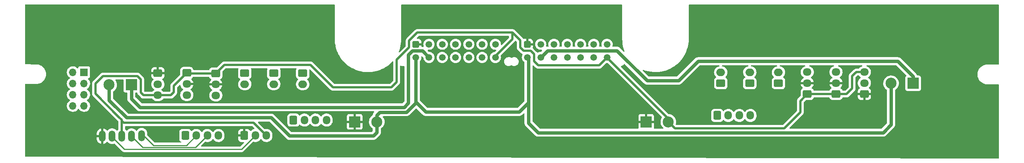
<source format=gbr>
%TF.GenerationSoftware,KiCad,Pcbnew,(6.0.2-0)*%
%TF.CreationDate,2022-07-03T14:42:40+02:00*%
%TF.ProjectId,Wasp-PCB,57617370-2d50-4434-922e-6b696361645f,0.91*%
%TF.SameCoordinates,Original*%
%TF.FileFunction,Copper,L1,Top*%
%TF.FilePolarity,Positive*%
%FSLAX46Y46*%
G04 Gerber Fmt 4.6, Leading zero omitted, Abs format (unit mm)*
G04 Created by KiCad (PCBNEW (6.0.2-0)) date 2022-07-03 14:42:40*
%MOMM*%
%LPD*%
G01*
G04 APERTURE LIST*
G04 Aperture macros list*
%AMRoundRect*
0 Rectangle with rounded corners*
0 $1 Rounding radius*
0 $2 $3 $4 $5 $6 $7 $8 $9 X,Y pos of 4 corners*
0 Add a 4 corners polygon primitive as box body*
4,1,4,$2,$3,$4,$5,$6,$7,$8,$9,$2,$3,0*
0 Add four circle primitives for the rounded corners*
1,1,$1+$1,$2,$3*
1,1,$1+$1,$4,$5*
1,1,$1+$1,$6,$7*
1,1,$1+$1,$8,$9*
0 Add four rect primitives between the rounded corners*
20,1,$1+$1,$2,$3,$4,$5,0*
20,1,$1+$1,$4,$5,$6,$7,0*
20,1,$1+$1,$6,$7,$8,$9,0*
20,1,$1+$1,$8,$9,$2,$3,0*%
G04 Aperture macros list end*
%TA.AperFunction,ComponentPad*%
%ADD10RoundRect,0.250001X-0.499999X-0.499999X0.499999X-0.499999X0.499999X0.499999X-0.499999X0.499999X0*%
%TD*%
%TA.AperFunction,ComponentPad*%
%ADD11C,1.500000*%
%TD*%
%TA.AperFunction,ComponentPad*%
%ADD12O,1.524000X2.524000*%
%TD*%
%TA.AperFunction,ComponentPad*%
%ADD13RoundRect,0.250000X0.750000X-0.600000X0.750000X0.600000X-0.750000X0.600000X-0.750000X-0.600000X0*%
%TD*%
%TA.AperFunction,ComponentPad*%
%ADD14O,2.000000X1.700000*%
%TD*%
%TA.AperFunction,ComponentPad*%
%ADD15RoundRect,0.250000X0.725000X-0.600000X0.725000X0.600000X-0.725000X0.600000X-0.725000X-0.600000X0*%
%TD*%
%TA.AperFunction,ComponentPad*%
%ADD16O,1.950000X1.700000*%
%TD*%
%TA.AperFunction,ComponentPad*%
%ADD17R,1.700000X1.700000*%
%TD*%
%TA.AperFunction,ComponentPad*%
%ADD18O,1.700000X1.700000*%
%TD*%
%TA.AperFunction,ComponentPad*%
%ADD19R,2.500000X2.500000*%
%TD*%
%TA.AperFunction,ComponentPad*%
%ADD20C,2.500000*%
%TD*%
%TA.AperFunction,ComponentPad*%
%ADD21RoundRect,0.250000X-0.600000X-0.725000X0.600000X-0.725000X0.600000X0.725000X-0.600000X0.725000X0*%
%TD*%
%TA.AperFunction,ComponentPad*%
%ADD22O,1.700000X1.950000*%
%TD*%
%TA.AperFunction,ComponentPad*%
%ADD23RoundRect,0.250000X-0.725000X0.600000X-0.725000X-0.600000X0.725000X-0.600000X0.725000X0.600000X0*%
%TD*%
%TA.AperFunction,ComponentPad*%
%ADD24RoundRect,0.250000X-0.750000X0.600000X-0.750000X-0.600000X0.750000X-0.600000X0.750000X0.600000X0*%
%TD*%
%TA.AperFunction,ViaPad*%
%ADD25C,0.800000*%
%TD*%
%TA.AperFunction,Conductor*%
%ADD26C,0.800000*%
%TD*%
%TA.AperFunction,Conductor*%
%ADD27C,0.500000*%
%TD*%
%TA.AperFunction,Conductor*%
%ADD28C,0.250000*%
%TD*%
G04 APERTURE END LIST*
D10*
%TO.P,J5,1,Pin_1*%
%TO.N,GND*%
X128300000Y-68985000D03*
D11*
%TO.P,J5,2,Pin_2*%
%TO.N,/FP_1*%
X131300000Y-68985000D03*
%TO.P,J5,3,Pin_3*%
%TO.N,/S1_1*%
X134300000Y-68985000D03*
%TO.P,J5,4,Pin_4*%
%TO.N,/B-*%
X137300000Y-68985000D03*
%TO.P,J5,5,Pin_5*%
%TO.N,/B+*%
X140300000Y-68985000D03*
%TO.P,J5,6,Pin_6*%
%TO.N,/A-*%
X143300000Y-68985000D03*
%TO.P,J5,7,Pin_7*%
%TO.N,/A+*%
X146300000Y-68985000D03*
%TO.P,J5,8,Pin_8*%
%TO.N,+24V*%
X128300000Y-71985000D03*
%TO.P,J5,9,Pin_9*%
%TO.N,/HEAT_1*%
X131300000Y-71985000D03*
%TO.P,J5,10,Pin_10*%
%TO.N,/TH0-NP_1*%
X134300000Y-71985000D03*
%TO.P,J5,11,Pin_11*%
%TO.N,/TH1_1*%
X137300000Y-71985000D03*
%TO.P,J5,12,Pin_12*%
%TO.N,/S0_1*%
X140300000Y-71985000D03*
%TO.P,J5,13,Pin_13*%
%TO.N,/FH_1*%
X143300000Y-71985000D03*
%TO.P,J5,14,Pin_14*%
%TO.N,+5V*%
X146300000Y-71985000D03*
%TD*%
D12*
%TO.P,J25,1,Pin_1*%
%TO.N,GND*%
X57450000Y-89850000D03*
%TO.P,J25,2,Pin_2*%
%TO.N,Net-(J23-Pad2)*%
X59650000Y-89850000D03*
%TO.P,J25,3,Pin_3*%
%TO.N,+5V*%
X61850000Y-89850000D03*
%TO.P,J25,4,Pin_4*%
%TO.N,/USB_D1*%
X64050000Y-89850000D03*
%TO.P,J25,5,Pin_5*%
%TO.N,/USB_D2*%
X66350000Y-89750000D03*
%TD*%
D10*
%TO.P,J6,1,Pin_1*%
%TO.N,GND*%
X153550000Y-68985000D03*
D11*
%TO.P,J6,2,Pin_2*%
%TO.N,/FP_2*%
X156550000Y-68985000D03*
%TO.P,J6,3,Pin_3*%
%TO.N,/S1_2*%
X159550000Y-68985000D03*
%TO.P,J6,4,Pin_4*%
%TO.N,/B-*%
X162550000Y-68985000D03*
%TO.P,J6,5,Pin_5*%
%TO.N,/B+*%
X165550000Y-68985000D03*
%TO.P,J6,6,Pin_6*%
%TO.N,/A-*%
X168550000Y-68985000D03*
%TO.P,J6,7,Pin_7*%
%TO.N,/A+*%
X171550000Y-68985000D03*
%TO.P,J6,8,Pin_8*%
%TO.N,+24V*%
X153550000Y-71985000D03*
%TO.P,J6,9,Pin_9*%
%TO.N,/HEAT_2*%
X156550000Y-71985000D03*
%TO.P,J6,10,Pin_10*%
%TO.N,/TH0-NP_2*%
X159550000Y-71985000D03*
%TO.P,J6,11,Pin_11*%
%TO.N,/TH1_2*%
X162550000Y-71985000D03*
%TO.P,J6,12,Pin_12*%
%TO.N,/S0_2*%
X165550000Y-71985000D03*
%TO.P,J6,13,Pin_13*%
%TO.N,/FH_2*%
X168550000Y-71985000D03*
%TO.P,J6,14,Pin_14*%
%TO.N,+5V*%
X171550000Y-71985000D03*
%TD*%
D13*
%TO.P,J14,1,Pin_1*%
%TO.N,unconnected-(J14-Pad1)*%
X203800000Y-77850000D03*
D14*
%TO.P,J14,2,Pin_2*%
%TO.N,/FP_2*%
X203800000Y-75350000D03*
%TD*%
D15*
%TO.P,J16,1,Pin_1*%
%TO.N,+5V*%
X216800000Y-80300000D03*
D16*
%TO.P,J16,2,Pin_2*%
%TO.N,GND*%
X216800000Y-77800000D03*
%TO.P,J16,3,Pin_3*%
%TO.N,/S1_2*%
X216800000Y-75300000D03*
%TD*%
D17*
%TO.P,J19,1,Pin_1*%
%TO.N,/TH1_J*%
X53325000Y-75350000D03*
D18*
%TO.P,J19,2,Pin_2*%
%TO.N,/TH0-NP_1*%
X50785000Y-75350000D03*
%TO.P,J19,3,Pin_3*%
%TO.N,/NP1_J*%
X53325000Y-77890000D03*
%TO.P,J19,4,Pin_4*%
%TO.N,/TH0-NP_1*%
X50785000Y-77890000D03*
%TO.P,J19,5,Pin_5*%
%TO.N,/TH2_J*%
X53325000Y-80430000D03*
%TO.P,J19,6,Pin_6*%
%TO.N,/TH0-NP_2*%
X50785000Y-80430000D03*
%TO.P,J19,7,Pin_7*%
%TO.N,/NP2_J*%
X53325000Y-82970000D03*
%TO.P,J19,8,Pin_8*%
%TO.N,/TH0-NP_2*%
X50785000Y-82970000D03*
%TD*%
D19*
%TO.P,J2,1,Pin_1*%
%TO.N,GND*%
X180400000Y-86600000D03*
D20*
%TO.P,J2,2,Pin_2*%
%TO.N,+5V*%
X185400000Y-86600000D03*
%TD*%
D21*
%TO.P,J18,1,Pin_1*%
%TO.N,/B-*%
X196450000Y-85150000D03*
D22*
%TO.P,J18,2,Pin_2*%
%TO.N,/B+*%
X198950000Y-85150000D03*
%TO.P,J18,3,Pin_3*%
%TO.N,/A-*%
X201450000Y-85150000D03*
%TO.P,J18,4,Pin_4*%
%TO.N,/A+*%
X203950000Y-85150000D03*
%TD*%
D23*
%TO.P,J10,1,Pin_1*%
%TO.N,+5V*%
X83100000Y-75600000D03*
D16*
%TO.P,J10,2,Pin_2*%
%TO.N,GND*%
X83100000Y-78100000D03*
%TO.P,J10,3,Pin_3*%
%TO.N,/S1_1*%
X83100000Y-80600000D03*
%TD*%
D19*
%TO.P,J3,1,Pin_1*%
%TO.N,/HEAT_1*%
X64000000Y-78200000D03*
D20*
%TO.P,J3,2,Pin_2*%
%TO.N,+24V*%
X59000000Y-78200000D03*
%TD*%
D15*
%TO.P,J17,1,Pin_1*%
%TO.N,+5V*%
X223300000Y-80300000D03*
D16*
%TO.P,J17,2,Pin_2*%
%TO.N,GND*%
X223300000Y-77800000D03*
%TO.P,J17,3,Pin_3*%
%TO.N,/S0_2*%
X223300000Y-75300000D03*
%TD*%
D21*
%TO.P,J24,1,Pin_1*%
%TO.N,unconnected-(J24-Pad1)*%
X76200000Y-89700000D03*
D22*
%TO.P,J24,2,Pin_2*%
%TO.N,/USB_D2*%
X78700000Y-89700000D03*
%TO.P,J24,3,Pin_3*%
%TO.N,/USB_D1*%
X81200000Y-89700000D03*
%TO.P,J24,4,Pin_4*%
%TO.N,unconnected-(J24-Pad4)*%
X83700000Y-89700000D03*
%TD*%
D24*
%TO.P,J8,1,Pin_1*%
%TO.N,unconnected-(J8-Pad1)*%
X96200000Y-75550000D03*
D14*
%TO.P,J8,2,Pin_2*%
%TO.N,/FP_1*%
X96200000Y-78050000D03*
%TD*%
D21*
%TO.P,J23,1,Pin_1*%
%TO.N,GND*%
X89550000Y-89700000D03*
D22*
%TO.P,J23,2,Pin_2*%
%TO.N,Net-(J23-Pad2)*%
X92050000Y-89700000D03*
%TO.P,J23,3,Pin_3*%
%TO.N,+5V*%
X94550000Y-89700000D03*
%TD*%
D19*
%TO.P,J1,1,Pin_1*%
%TO.N,GND*%
X114500000Y-86600000D03*
D20*
%TO.P,J1,2,Pin_2*%
%TO.N,+24V*%
X119500000Y-86600000D03*
%TD*%
D19*
%TO.P,J4,1,Pin_1*%
%TO.N,/HEAT_2*%
X240750000Y-77850000D03*
D20*
%TO.P,J4,2,Pin_2*%
%TO.N,+24V*%
X235750000Y-77850000D03*
%TD*%
D24*
%TO.P,J9,1,Pin_1*%
%TO.N,unconnected-(J9-Pad1)*%
X89650000Y-75550000D03*
D14*
%TO.P,J9,2,Pin_2*%
%TO.N,/FH_1*%
X89650000Y-78050000D03*
%TD*%
D23*
%TO.P,J21,1,Pin_1*%
%TO.N,GND*%
X70000000Y-75550000D03*
D16*
%TO.P,J21,2,Pin_2*%
%TO.N,/NP1_J*%
X70000000Y-78050000D03*
%TO.P,J21,3,Pin_3*%
%TO.N,+5V*%
X70000000Y-80550000D03*
%TD*%
D21*
%TO.P,J12,1,Pin_1*%
%TO.N,/B-*%
X100650000Y-86200000D03*
D22*
%TO.P,J12,2,Pin_2*%
%TO.N,/B+*%
X103150000Y-86200000D03*
%TO.P,J12,3,Pin_3*%
%TO.N,/A-*%
X105650000Y-86200000D03*
%TO.P,J12,4,Pin_4*%
%TO.N,/A+*%
X108150000Y-86200000D03*
%TD*%
D24*
%TO.P,J7,1,Pin_1*%
%TO.N,/TH1_1*%
X102750000Y-75550000D03*
D14*
%TO.P,J7,2,Pin_2*%
%TO.N,/TH1_J*%
X102750000Y-78050000D03*
%TD*%
D13*
%TO.P,J15,1,Pin_1*%
%TO.N,unconnected-(J15-Pad1)*%
X210300000Y-77850000D03*
D14*
%TO.P,J15,2,Pin_2*%
%TO.N,/FH_2*%
X210300000Y-75350000D03*
%TD*%
D13*
%TO.P,J13,1,Pin_1*%
%TO.N,/TH1_2*%
X197250000Y-77850000D03*
D14*
%TO.P,J13,2,Pin_2*%
%TO.N,/TH2_J*%
X197250000Y-75350000D03*
%TD*%
D23*
%TO.P,J11,1,Pin_1*%
%TO.N,+5V*%
X76550000Y-75500000D03*
D16*
%TO.P,J11,2,Pin_2*%
%TO.N,GND*%
X76550000Y-78000000D03*
%TO.P,J11,3,Pin_3*%
%TO.N,/S0_1*%
X76550000Y-80500000D03*
%TD*%
D15*
%TO.P,J22,1,Pin_1*%
%TO.N,GND*%
X229725000Y-80300000D03*
D16*
%TO.P,J22,2,Pin_2*%
%TO.N,/NP2_J*%
X229725000Y-77800000D03*
%TO.P,J22,3,Pin_3*%
%TO.N,+5V*%
X229725000Y-75300000D03*
%TD*%
D25*
%TO.N,GND*%
X133100000Y-77450000D03*
X133100000Y-77450000D03*
X133100000Y-77450000D03*
%TD*%
D26*
%TO.N,+24V*%
X153800000Y-72235000D02*
X153800000Y-86900000D01*
X59000000Y-81700000D02*
X62950000Y-85650000D01*
X153800000Y-82250000D02*
X153800000Y-72235000D01*
X126200000Y-84400000D02*
X128300000Y-82300000D01*
X128300000Y-82100000D02*
X130550000Y-84350000D01*
X153550000Y-71985000D02*
X153800000Y-72235000D01*
X128300000Y-82300000D02*
X128300000Y-82100000D01*
X235750000Y-87250000D02*
X235750000Y-77850000D01*
X119500000Y-89000000D02*
X119500000Y-86600000D01*
X99750000Y-89800000D02*
X118700000Y-89800000D01*
X118700000Y-89800000D02*
X119500000Y-89000000D01*
X128300000Y-82100000D02*
X128300000Y-71985000D01*
X120200000Y-84400000D02*
X126200000Y-84400000D01*
X59000000Y-78200000D02*
X59000000Y-81700000D01*
X233950000Y-89050000D02*
X235750000Y-87250000D01*
X95600000Y-85650000D02*
X99750000Y-89800000D01*
X119500000Y-85100000D02*
X120200000Y-84400000D01*
X153800000Y-86900000D02*
X155950000Y-89050000D01*
X130550000Y-84350000D02*
X151700000Y-84350000D01*
X119500000Y-86600000D02*
X119500000Y-85100000D01*
X155950000Y-89050000D02*
X233950000Y-89050000D01*
X151700000Y-84350000D02*
X153800000Y-82250000D01*
X62950000Y-85650000D02*
X95600000Y-85650000D01*
D27*
%TO.N,+5V*%
X128676218Y-66319512D02*
X126800480Y-68195250D01*
X109600000Y-78750000D02*
X104510000Y-73660000D01*
X65399022Y-76200000D02*
X57600000Y-76200000D01*
X185500000Y-86000000D02*
X185500000Y-86700000D01*
X126800480Y-68195250D02*
X126800480Y-69710983D01*
X171550000Y-71985000D02*
X169785000Y-73750000D01*
X61850000Y-86400000D02*
X61850000Y-86150000D01*
X155050000Y-72850000D02*
X155050000Y-71230000D01*
X152700000Y-70500000D02*
X151900000Y-69700000D01*
X151900000Y-68080000D02*
X150139512Y-66319512D01*
X104510000Y-73660000D02*
X85040000Y-73660000D01*
X226950000Y-79050000D02*
X226950000Y-76200000D01*
X55880000Y-77920000D02*
X55880000Y-80180000D01*
X70000000Y-80550000D02*
X72950000Y-80550000D01*
X62250000Y-86800000D02*
X61850000Y-86400000D01*
X126800480Y-69710983D02*
X124000479Y-72510984D01*
X122800000Y-78750000D02*
X109600000Y-78750000D01*
X171550000Y-71985000D02*
X171550000Y-72050000D01*
X146000000Y-71985000D02*
X150139512Y-67845488D01*
X73600000Y-79900000D02*
X73600000Y-78450000D01*
X66150000Y-76950978D02*
X65399022Y-76200000D01*
X169785000Y-73750000D02*
X155950000Y-73750000D01*
X70000000Y-80550000D02*
X66750000Y-80550000D01*
X149860000Y-68125000D02*
X146000000Y-71985000D01*
X227900000Y-75300000D02*
X229725000Y-75300000D01*
X223300000Y-80300000D02*
X225700000Y-80300000D01*
X94550000Y-89700000D02*
X91650000Y-86800000D01*
X155050000Y-71230000D02*
X154320000Y-70500000D01*
X227700000Y-75450000D02*
X227750000Y-75450000D01*
X185500000Y-86700000D02*
X186850000Y-88050000D01*
X55880000Y-80180000D02*
X61200000Y-85500000D01*
X151900000Y-69700000D02*
X151900000Y-68080000D01*
X91650000Y-86800000D02*
X62250000Y-86800000D01*
X215225000Y-84425000D02*
X215225000Y-81875000D01*
X154320000Y-70500000D02*
X152700000Y-70500000D01*
X73600000Y-78450000D02*
X76550000Y-75500000D01*
X216800000Y-80300000D02*
X223300000Y-80300000D01*
X124000479Y-72510984D02*
X124000479Y-77549521D01*
X124000479Y-77549521D02*
X122800000Y-78750000D01*
X66150000Y-79950000D02*
X66150000Y-76950978D01*
X211600000Y-88050000D02*
X215225000Y-84425000D01*
X61850000Y-86150000D02*
X61200000Y-85500000D01*
X150139512Y-67845488D02*
X150139512Y-66319512D01*
X186850000Y-88050000D02*
X211600000Y-88050000D01*
X83100000Y-75600000D02*
X76650000Y-75600000D01*
X215225000Y-81875000D02*
X216800000Y-80300000D01*
X227750000Y-75450000D02*
X227900000Y-75300000D01*
X85040000Y-73660000D02*
X83100000Y-75600000D01*
X155950000Y-73750000D02*
X155050000Y-72850000D01*
X61850000Y-89850000D02*
X61850000Y-86400000D01*
X150139512Y-66319512D02*
X128676218Y-66319512D01*
X225700000Y-80300000D02*
X226950000Y-79050000D01*
X72950000Y-80550000D02*
X73600000Y-79900000D01*
X57600000Y-76200000D02*
X55880000Y-77920000D01*
X171550000Y-72050000D02*
X185500000Y-86000000D01*
X226950000Y-76200000D02*
X227700000Y-75450000D01*
X66750000Y-80550000D02*
X66150000Y-79950000D01*
X76650000Y-75600000D02*
X76550000Y-75500000D01*
D26*
%TO.N,/HEAT_1*%
X125650000Y-83300000D02*
X65950000Y-83300000D01*
X126650489Y-82299511D02*
X125650000Y-83300000D01*
X129815000Y-70500000D02*
X127576502Y-70500000D01*
X64000000Y-81350000D02*
X64000000Y-78200000D01*
X126650489Y-71426013D02*
X126650489Y-82299511D01*
X127576502Y-70500000D02*
X126650489Y-71426013D01*
X131300000Y-71985000D02*
X129815000Y-70500000D01*
X65950000Y-83300000D02*
X64000000Y-81350000D01*
%TO.N,/HEAT_2*%
X180600000Y-77250000D02*
X173800000Y-70450000D01*
X240750000Y-76300000D02*
X237300000Y-72850000D01*
X173800000Y-70450000D02*
X158085000Y-70450000D01*
X237300000Y-72850000D02*
X192100000Y-72850000D01*
X192100000Y-72850000D02*
X187700000Y-77250000D01*
X240750000Y-77850000D02*
X240750000Y-76300000D01*
X187700000Y-77250000D02*
X180600000Y-77250000D01*
X158085000Y-70450000D02*
X156550000Y-71985000D01*
D28*
%TO.N,Net-(J23-Pad2)*%
X92050000Y-89700000D02*
X88900000Y-92850000D01*
X59540480Y-89936198D02*
X59540480Y-89850000D01*
X62454282Y-92850000D02*
X59540480Y-89936198D01*
X88900000Y-92850000D02*
X62454282Y-92850000D01*
%TO.N,/USB_D2*%
X69050960Y-91950960D02*
X76449040Y-91950960D01*
X76449040Y-91950960D02*
X78700000Y-89700000D01*
X66850000Y-89750000D02*
X69050960Y-91950960D01*
X66350000Y-89750000D02*
X66850000Y-89750000D01*
%TO.N,/USB_D1*%
X66600480Y-92400480D02*
X78499520Y-92400480D01*
X64050000Y-89850000D02*
X66600480Y-92400480D01*
X78499520Y-92400480D02*
X81200000Y-89700000D01*
%TD*%
%TA.AperFunction,Conductor*%
%TO.N,GND*%
G36*
X109934186Y-59970002D02*
G01*
X109980679Y-60023658D01*
X109992064Y-60075987D01*
X109992497Y-65726941D01*
X109992651Y-67746317D01*
X109990873Y-67767421D01*
X109988565Y-67781015D01*
X109987604Y-67786673D01*
X109987537Y-67791533D01*
X109987537Y-67791537D01*
X109987518Y-67792943D01*
X109987432Y-67799212D01*
X109987621Y-67800551D01*
X109986995Y-67803324D01*
X109988009Y-67803289D01*
X110006222Y-68335665D01*
X110006460Y-68337909D01*
X110054699Y-68792749D01*
X110062832Y-68869439D01*
X110157412Y-69397808D01*
X110289478Y-69918074D01*
X110290194Y-69920234D01*
X110453311Y-70412361D01*
X110458356Y-70427583D01*
X110459223Y-70429683D01*
X110655267Y-70904552D01*
X110663185Y-70923732D01*
X110664179Y-70925724D01*
X110664183Y-70925732D01*
X110901916Y-71401983D01*
X110901924Y-71401997D01*
X110902918Y-71403989D01*
X111176332Y-71865902D01*
X111306833Y-72054253D01*
X111472166Y-72292877D01*
X111482030Y-72307114D01*
X111483436Y-72308862D01*
X111483439Y-72308866D01*
X111532701Y-72370110D01*
X111818453Y-72725370D01*
X111880872Y-72792527D01*
X112174785Y-73108749D01*
X112183882Y-73118537D01*
X112185497Y-73120043D01*
X112185508Y-73120054D01*
X112574800Y-73483066D01*
X112576453Y-73484607D01*
X112578218Y-73486032D01*
X112578221Y-73486034D01*
X112992402Y-73820292D01*
X112992412Y-73820299D01*
X112994161Y-73821711D01*
X112996015Y-73823000D01*
X113433024Y-74126844D01*
X113433035Y-74126851D01*
X113434873Y-74128129D01*
X113660868Y-74262397D01*
X113893914Y-74400854D01*
X113896339Y-74402295D01*
X113898349Y-74403302D01*
X113898350Y-74403303D01*
X114040642Y-74474622D01*
X114376205Y-74642811D01*
X114378298Y-74643679D01*
X114378300Y-74643680D01*
X114869503Y-74847405D01*
X114872020Y-74848449D01*
X114919115Y-74864144D01*
X115379123Y-75017449D01*
X115379136Y-75017453D01*
X115381252Y-75018158D01*
X115901303Y-75151072D01*
X116429517Y-75246513D01*
X116963197Y-75303993D01*
X116965437Y-75304073D01*
X116965447Y-75304074D01*
X117279146Y-75315318D01*
X117499620Y-75323220D01*
X117501864Y-75323140D01*
X117501871Y-75323140D01*
X117955848Y-75306953D01*
X118036046Y-75304094D01*
X118038275Y-75303854D01*
X118038280Y-75303854D01*
X118567491Y-75246956D01*
X118567505Y-75246954D01*
X118569737Y-75246714D01*
X118571953Y-75246314D01*
X118571967Y-75246312D01*
X118933107Y-75181129D01*
X119097969Y-75151373D01*
X119128489Y-75143579D01*
X119166616Y-75133842D01*
X119618045Y-75018557D01*
X119620177Y-75017847D01*
X119620187Y-75017844D01*
X120081668Y-74864144D01*
X120127309Y-74848943D01*
X120353534Y-74755167D01*
X120621075Y-74644265D01*
X120621086Y-74644260D01*
X120623163Y-74643399D01*
X121103073Y-74402974D01*
X121457760Y-74192338D01*
X121562654Y-74130045D01*
X121562656Y-74130044D01*
X121564592Y-74128894D01*
X121582571Y-74116399D01*
X122003516Y-73823843D01*
X122003517Y-73823843D01*
X122005362Y-73822560D01*
X122094685Y-73750501D01*
X122421367Y-73486959D01*
X122421372Y-73486954D01*
X122423133Y-73485534D01*
X122438157Y-73471530D01*
X122814136Y-73121063D01*
X122815772Y-73119538D01*
X123023704Y-72895908D01*
X123084738Y-72859640D01*
X123155691Y-72862128D01*
X123214036Y-72902580D01*
X123241248Y-72968155D01*
X123241979Y-72981706D01*
X123241979Y-77183150D01*
X123221977Y-77251271D01*
X123205074Y-77272245D01*
X122522724Y-77954595D01*
X122460412Y-77988621D01*
X122433629Y-77991500D01*
X109966371Y-77991500D01*
X109898250Y-77971498D01*
X109877276Y-77954595D01*
X105093770Y-73171089D01*
X105081384Y-73156677D01*
X105072851Y-73145082D01*
X105072846Y-73145077D01*
X105068508Y-73139182D01*
X105062930Y-73134443D01*
X105062927Y-73134440D01*
X105028232Y-73104965D01*
X105020716Y-73098035D01*
X105015021Y-73092340D01*
X105001169Y-73081381D01*
X104992749Y-73074719D01*
X104989345Y-73071928D01*
X104939297Y-73029409D01*
X104939295Y-73029408D01*
X104933715Y-73024667D01*
X104927199Y-73021339D01*
X104922150Y-73017972D01*
X104917021Y-73014805D01*
X104911284Y-73010266D01*
X104845125Y-72979345D01*
X104841225Y-72977439D01*
X104776192Y-72944231D01*
X104769084Y-72942492D01*
X104763441Y-72940393D01*
X104757678Y-72938476D01*
X104751050Y-72935378D01*
X104735171Y-72932075D01*
X104705651Y-72925935D01*
X104679583Y-72920513D01*
X104675299Y-72919543D01*
X104668687Y-72917925D01*
X104604390Y-72902192D01*
X104598788Y-72901844D01*
X104598785Y-72901844D01*
X104593236Y-72901500D01*
X104593238Y-72901464D01*
X104589245Y-72901225D01*
X104585053Y-72900851D01*
X104577885Y-72899360D01*
X104514120Y-72901085D01*
X104500479Y-72901454D01*
X104497072Y-72901500D01*
X85107069Y-72901500D01*
X85088121Y-72900067D01*
X85080780Y-72898950D01*
X85073883Y-72897901D01*
X85073881Y-72897901D01*
X85066651Y-72896801D01*
X85059359Y-72897394D01*
X85059356Y-72897394D01*
X85013982Y-72901085D01*
X85003767Y-72901500D01*
X84995707Y-72901500D01*
X84982417Y-72903049D01*
X84967493Y-72904789D01*
X84963118Y-72905222D01*
X84897661Y-72910546D01*
X84897658Y-72910547D01*
X84890363Y-72911140D01*
X84883399Y-72913396D01*
X84877440Y-72914587D01*
X84871585Y-72915971D01*
X84864319Y-72916818D01*
X84795673Y-72941735D01*
X84791545Y-72943152D01*
X84729064Y-72963393D01*
X84729062Y-72963394D01*
X84722101Y-72965649D01*
X84715846Y-72969445D01*
X84710372Y-72971951D01*
X84704942Y-72974670D01*
X84698063Y-72977167D01*
X84637016Y-73017191D01*
X84633327Y-73019518D01*
X84628190Y-73022636D01*
X84575693Y-73054491D01*
X84575688Y-73054495D01*
X84570892Y-73057405D01*
X84562516Y-73064803D01*
X84562493Y-73064777D01*
X84559503Y-73067426D01*
X84556264Y-73070134D01*
X84550148Y-73074144D01*
X84545121Y-73079451D01*
X84545117Y-73079454D01*
X84496872Y-73130383D01*
X84494494Y-73132825D01*
X83422724Y-74204595D01*
X83360412Y-74238621D01*
X83333629Y-74241500D01*
X82324600Y-74241500D01*
X82321354Y-74241837D01*
X82321350Y-74241837D01*
X82225692Y-74251762D01*
X82225688Y-74251763D01*
X82218834Y-74252474D01*
X82212298Y-74254655D01*
X82212296Y-74254655D01*
X82115800Y-74286849D01*
X82051054Y-74308450D01*
X81900652Y-74401522D01*
X81775695Y-74526697D01*
X81771855Y-74532927D01*
X81771854Y-74532928D01*
X81686879Y-74670783D01*
X81682885Y-74677262D01*
X81668890Y-74719455D01*
X81657045Y-74755167D01*
X81616614Y-74813527D01*
X81551050Y-74840764D01*
X81537452Y-74841500D01*
X78144542Y-74841500D01*
X78076421Y-74821498D01*
X78029928Y-74767842D01*
X78022784Y-74746322D01*
X78022526Y-74743834D01*
X77966550Y-74576054D01*
X77873478Y-74425652D01*
X77748303Y-74300695D01*
X77731475Y-74290322D01*
X77603968Y-74211725D01*
X77603966Y-74211724D01*
X77597738Y-74207885D01*
X77499114Y-74175173D01*
X77436389Y-74154368D01*
X77436387Y-74154368D01*
X77429861Y-74152203D01*
X77423025Y-74151503D01*
X77423022Y-74151502D01*
X77379969Y-74147091D01*
X77325400Y-74141500D01*
X75774600Y-74141500D01*
X75771354Y-74141837D01*
X75771350Y-74141837D01*
X75675692Y-74151762D01*
X75675688Y-74151763D01*
X75668834Y-74152474D01*
X75662298Y-74154655D01*
X75662296Y-74154655D01*
X75549377Y-74192328D01*
X75501054Y-74208450D01*
X75350652Y-74301522D01*
X75225695Y-74426697D01*
X75221855Y-74432927D01*
X75221854Y-74432928D01*
X75142828Y-74561132D01*
X75132885Y-74577262D01*
X75110948Y-74643399D01*
X75083036Y-74727554D01*
X75077203Y-74745139D01*
X75076503Y-74751975D01*
X75076502Y-74751978D01*
X75073396Y-74782296D01*
X75066500Y-74849600D01*
X75066500Y-75858629D01*
X75046498Y-75926750D01*
X75029595Y-75947724D01*
X73111089Y-77866230D01*
X73096677Y-77878616D01*
X73085082Y-77887149D01*
X73085077Y-77887154D01*
X73079182Y-77891492D01*
X73074443Y-77897070D01*
X73074440Y-77897073D01*
X73044965Y-77931768D01*
X73038035Y-77939284D01*
X73032340Y-77944979D01*
X73030060Y-77947861D01*
X73014719Y-77967251D01*
X73011928Y-77970655D01*
X72969409Y-78020703D01*
X72964667Y-78026285D01*
X72961339Y-78032801D01*
X72957972Y-78037850D01*
X72954805Y-78042979D01*
X72950266Y-78048716D01*
X72919345Y-78114875D01*
X72917442Y-78118769D01*
X72884231Y-78183808D01*
X72882492Y-78190916D01*
X72880393Y-78196559D01*
X72878476Y-78202322D01*
X72875378Y-78208950D01*
X72873888Y-78216112D01*
X72873888Y-78216113D01*
X72860514Y-78280412D01*
X72859544Y-78284696D01*
X72842192Y-78355610D01*
X72841500Y-78366764D01*
X72841464Y-78366762D01*
X72841225Y-78370755D01*
X72840851Y-78374947D01*
X72839360Y-78382115D01*
X72839558Y-78389432D01*
X72841454Y-78459521D01*
X72841500Y-78462928D01*
X72841500Y-79533629D01*
X72821498Y-79601750D01*
X72804595Y-79622724D01*
X72672724Y-79754595D01*
X72610412Y-79788621D01*
X72583629Y-79791500D01*
X71322808Y-79791500D01*
X71254687Y-79771498D01*
X71227529Y-79745897D01*
X71226623Y-79746683D01*
X71079023Y-79576588D01*
X71079021Y-79576586D01*
X71075523Y-79572555D01*
X71001792Y-79512099D01*
X70901373Y-79429760D01*
X70901367Y-79429756D01*
X70897245Y-79426376D01*
X70865750Y-79408448D01*
X70816445Y-79357368D01*
X70802583Y-79287738D01*
X70828566Y-79221667D01*
X70857716Y-79194427D01*
X70893642Y-79170240D01*
X70979319Y-79112559D01*
X70984342Y-79107768D01*
X71057817Y-79037675D01*
X71146135Y-78953424D01*
X71165402Y-78927529D01*
X71250288Y-78813438D01*
X71283754Y-78768458D01*
X71294029Y-78748250D01*
X71370408Y-78598022D01*
X71388240Y-78562949D01*
X71392306Y-78549857D01*
X71455024Y-78347871D01*
X71456607Y-78342773D01*
X71459930Y-78317704D01*
X71486198Y-78119511D01*
X71486198Y-78119506D01*
X71486898Y-78114226D01*
X71484755Y-78057129D01*
X71480319Y-77938994D01*
X71478249Y-77883842D01*
X71477153Y-77878616D01*
X71432002Y-77663428D01*
X71430907Y-77658209D01*
X71428948Y-77653248D01*
X71348185Y-77448744D01*
X71348184Y-77448742D01*
X71346224Y-77443779D01*
X71334308Y-77424141D01*
X71229390Y-77251243D01*
X71226623Y-77246683D01*
X71223126Y-77242653D01*
X71079023Y-77076588D01*
X71079021Y-77076586D01*
X71075523Y-77072555D01*
X71039471Y-77042994D01*
X70999476Y-76984334D01*
X70997545Y-76913364D01*
X71034290Y-76852616D01*
X71053059Y-76838416D01*
X71192807Y-76751937D01*
X71204208Y-76742901D01*
X71318739Y-76628171D01*
X71327751Y-76616760D01*
X71412816Y-76478757D01*
X71418963Y-76465576D01*
X71470138Y-76311290D01*
X71473005Y-76297914D01*
X71482672Y-76203562D01*
X71483000Y-76197146D01*
X71483000Y-75822115D01*
X71478525Y-75806876D01*
X71477135Y-75805671D01*
X71469452Y-75804000D01*
X68535116Y-75804000D01*
X68519877Y-75808475D01*
X68518672Y-75809865D01*
X68517001Y-75817548D01*
X68517001Y-76197095D01*
X68517338Y-76203614D01*
X68527257Y-76299206D01*
X68530149Y-76312600D01*
X68581588Y-76466784D01*
X68587761Y-76479962D01*
X68673063Y-76617807D01*
X68682099Y-76629208D01*
X68796829Y-76743739D01*
X68808243Y-76752753D01*
X68947713Y-76838723D01*
X68995207Y-76891495D01*
X69006631Y-76961566D01*
X68978357Y-77026690D01*
X68968574Y-77037149D01*
X68853865Y-77146576D01*
X68716246Y-77331542D01*
X68713830Y-77336293D01*
X68713828Y-77336297D01*
X68672359Y-77417861D01*
X68611760Y-77537051D01*
X68610178Y-77542145D01*
X68610177Y-77542148D01*
X68571546Y-77666559D01*
X68543393Y-77757227D01*
X68542692Y-77762516D01*
X68514025Y-77978812D01*
X68513102Y-77985774D01*
X68513302Y-77991103D01*
X68513302Y-77991105D01*
X68515984Y-78062534D01*
X68521751Y-78216158D01*
X68569093Y-78441791D01*
X68571051Y-78446750D01*
X68571052Y-78446752D01*
X68638491Y-78617516D01*
X68653776Y-78656221D01*
X68656543Y-78660780D01*
X68656544Y-78660783D01*
X68718998Y-78763703D01*
X68773377Y-78853317D01*
X68776874Y-78857347D01*
X68910714Y-79011584D01*
X68924477Y-79027445D01*
X68950129Y-79048478D01*
X69098627Y-79170240D01*
X69098633Y-79170244D01*
X69102755Y-79173624D01*
X69134250Y-79191552D01*
X69183555Y-79242632D01*
X69197417Y-79312262D01*
X69171434Y-79378333D01*
X69142284Y-79405573D01*
X69020681Y-79487441D01*
X69016824Y-79491120D01*
X69016822Y-79491122D01*
X68964409Y-79541122D01*
X68853865Y-79646576D01*
X68850682Y-79650854D01*
X68849193Y-79652855D01*
X68793988Y-79727054D01*
X68783825Y-79740713D01*
X68727115Y-79783426D01*
X68682736Y-79791500D01*
X67116371Y-79791500D01*
X67048250Y-79771498D01*
X67027276Y-79754595D01*
X66945405Y-79672724D01*
X66911379Y-79610412D01*
X66908500Y-79583629D01*
X66908500Y-77018047D01*
X66909933Y-76999096D01*
X66910869Y-76992948D01*
X66913199Y-76977629D01*
X66911893Y-76961566D01*
X66908915Y-76924960D01*
X66908500Y-76914745D01*
X66908500Y-76906685D01*
X66905211Y-76878471D01*
X66904778Y-76874096D01*
X66899454Y-76808639D01*
X66899453Y-76808636D01*
X66898860Y-76801341D01*
X66896604Y-76794377D01*
X66895413Y-76788418D01*
X66894029Y-76782563D01*
X66893182Y-76775297D01*
X66868265Y-76706651D01*
X66866848Y-76702523D01*
X66846607Y-76640042D01*
X66846606Y-76640040D01*
X66844351Y-76633079D01*
X66840555Y-76626824D01*
X66838049Y-76621350D01*
X66835330Y-76615920D01*
X66832833Y-76609041D01*
X66792809Y-76547994D01*
X66790472Y-76544290D01*
X66786497Y-76537738D01*
X66765098Y-76502474D01*
X66755509Y-76486671D01*
X66755505Y-76486666D01*
X66752595Y-76481870D01*
X66748538Y-76477276D01*
X66745197Y-76473494D01*
X66745223Y-76473471D01*
X66742574Y-76470481D01*
X66739866Y-76467242D01*
X66735856Y-76461126D01*
X66730549Y-76456099D01*
X66730546Y-76456095D01*
X66679617Y-76407850D01*
X66677175Y-76405472D01*
X65982792Y-75711089D01*
X65970406Y-75696677D01*
X65961873Y-75685082D01*
X65961868Y-75685077D01*
X65957530Y-75679182D01*
X65951952Y-75674443D01*
X65951949Y-75674440D01*
X65917254Y-75644965D01*
X65909738Y-75638035D01*
X65904043Y-75632340D01*
X65896084Y-75626043D01*
X65881771Y-75614719D01*
X65878367Y-75611928D01*
X65828319Y-75569409D01*
X65828317Y-75569408D01*
X65822737Y-75564667D01*
X65816221Y-75561339D01*
X65811172Y-75557972D01*
X65806043Y-75554805D01*
X65800306Y-75550266D01*
X65734147Y-75519345D01*
X65730247Y-75517439D01*
X65665214Y-75484231D01*
X65658106Y-75482492D01*
X65652463Y-75480393D01*
X65646700Y-75478476D01*
X65640072Y-75475378D01*
X65620837Y-75471377D01*
X65568610Y-75460514D01*
X65564321Y-75459543D01*
X65529980Y-75451140D01*
X65493412Y-75442192D01*
X65487810Y-75441844D01*
X65487807Y-75441844D01*
X65482258Y-75441500D01*
X65482260Y-75441464D01*
X65478267Y-75441225D01*
X65474075Y-75440851D01*
X65466907Y-75439360D01*
X65403142Y-75441085D01*
X65389501Y-75441454D01*
X65386094Y-75441500D01*
X57667069Y-75441500D01*
X57648121Y-75440067D01*
X57640780Y-75438950D01*
X57633883Y-75437901D01*
X57633881Y-75437901D01*
X57626651Y-75436801D01*
X57619359Y-75437394D01*
X57619356Y-75437394D01*
X57573982Y-75441085D01*
X57563767Y-75441500D01*
X57555707Y-75441500D01*
X57542417Y-75443049D01*
X57527493Y-75444789D01*
X57523118Y-75445222D01*
X57457661Y-75450546D01*
X57457658Y-75450547D01*
X57450363Y-75451140D01*
X57443399Y-75453396D01*
X57437440Y-75454587D01*
X57431585Y-75455971D01*
X57424319Y-75456818D01*
X57355673Y-75481735D01*
X57351545Y-75483152D01*
X57289064Y-75503393D01*
X57289062Y-75503394D01*
X57282101Y-75505649D01*
X57275846Y-75509445D01*
X57270372Y-75511951D01*
X57264942Y-75514670D01*
X57258063Y-75517167D01*
X57197016Y-75557191D01*
X57193327Y-75559518D01*
X57184843Y-75564667D01*
X57135693Y-75594491D01*
X57135688Y-75594495D01*
X57130892Y-75597405D01*
X57122516Y-75604803D01*
X57122493Y-75604777D01*
X57119503Y-75607426D01*
X57116264Y-75610134D01*
X57110148Y-75614144D01*
X57105121Y-75619451D01*
X57105117Y-75619454D01*
X57056872Y-75670383D01*
X57054494Y-75672825D01*
X55391089Y-77336230D01*
X55376677Y-77348616D01*
X55365082Y-77357149D01*
X55365077Y-77357154D01*
X55359182Y-77361492D01*
X55354443Y-77367070D01*
X55354440Y-77367073D01*
X55324965Y-77401768D01*
X55318035Y-77409284D01*
X55312340Y-77414979D01*
X55307482Y-77421120D01*
X55294719Y-77437251D01*
X55291928Y-77440655D01*
X55250483Y-77489439D01*
X55244667Y-77496285D01*
X55241339Y-77502801D01*
X55237972Y-77507850D01*
X55234805Y-77512979D01*
X55230266Y-77518716D01*
X55199345Y-77584875D01*
X55197442Y-77588769D01*
X55164231Y-77653808D01*
X55162492Y-77660916D01*
X55160393Y-77666559D01*
X55158476Y-77672322D01*
X55155378Y-77678950D01*
X55153888Y-77686112D01*
X55153888Y-77686113D01*
X55140514Y-77750412D01*
X55139544Y-77754696D01*
X55122192Y-77825610D01*
X55121844Y-77831212D01*
X55121844Y-77831215D01*
X55121620Y-77834832D01*
X55121500Y-77836764D01*
X55121464Y-77836762D01*
X55121225Y-77840755D01*
X55120851Y-77844947D01*
X55119360Y-77852115D01*
X55120425Y-77891492D01*
X55121454Y-77929521D01*
X55121500Y-77932928D01*
X55121500Y-80112930D01*
X55120067Y-80131880D01*
X55116801Y-80153349D01*
X55117394Y-80160641D01*
X55117394Y-80160644D01*
X55121085Y-80206018D01*
X55121500Y-80216233D01*
X55121500Y-80224293D01*
X55122769Y-80235177D01*
X55124789Y-80252507D01*
X55125222Y-80256882D01*
X55129719Y-80312163D01*
X55131140Y-80329637D01*
X55133396Y-80336601D01*
X55134587Y-80342560D01*
X55135971Y-80348415D01*
X55136818Y-80355681D01*
X55161735Y-80424327D01*
X55163152Y-80428455D01*
X55163815Y-80430500D01*
X55185649Y-80497899D01*
X55189445Y-80504154D01*
X55191951Y-80509628D01*
X55194670Y-80515058D01*
X55197167Y-80521937D01*
X55201180Y-80528057D01*
X55201180Y-80528058D01*
X55237186Y-80582976D01*
X55239523Y-80586680D01*
X55277405Y-80649107D01*
X55281121Y-80653315D01*
X55281122Y-80653316D01*
X55284803Y-80657484D01*
X55284776Y-80657508D01*
X55287429Y-80660500D01*
X55290132Y-80663733D01*
X55294144Y-80669852D01*
X55299456Y-80674884D01*
X55350383Y-80723128D01*
X55352825Y-80725506D01*
X61054595Y-86427276D01*
X61088621Y-86489588D01*
X61091500Y-86516371D01*
X61091500Y-88268344D01*
X61071498Y-88336465D01*
X61042203Y-88368307D01*
X60991002Y-88407594D01*
X60990997Y-88407599D01*
X60986553Y-88411009D01*
X60841683Y-88570220D01*
X60781043Y-88607141D01*
X60710068Y-88605418D01*
X60651291Y-88565596D01*
X60646168Y-88558946D01*
X60645289Y-88557722D01*
X60615649Y-88516474D01*
X60503680Y-88407968D01*
X60456811Y-88362548D01*
X60456808Y-88362546D01*
X60452783Y-88358645D01*
X60369724Y-88302832D01*
X60269195Y-88235279D01*
X60269190Y-88235276D01*
X60264542Y-88232153D01*
X60259410Y-88229900D01*
X60259406Y-88229898D01*
X60120511Y-88168927D01*
X60056876Y-88140993D01*
X60010661Y-88129898D01*
X59841808Y-88089360D01*
X59841802Y-88089359D01*
X59836349Y-88088050D01*
X59723140Y-88081522D01*
X59615537Y-88075317D01*
X59615534Y-88075317D01*
X59609931Y-88074994D01*
X59384781Y-88102241D01*
X59379419Y-88103891D01*
X59379417Y-88103891D01*
X59295583Y-88129682D01*
X59168013Y-88168927D01*
X59081070Y-88213802D01*
X58976068Y-88267998D01*
X58966481Y-88272946D01*
X58962033Y-88276359D01*
X58956531Y-88280581D01*
X58786553Y-88411009D01*
X58641339Y-88570598D01*
X58580699Y-88607519D01*
X58509724Y-88605796D01*
X58450947Y-88565974D01*
X58445823Y-88559323D01*
X58418539Y-88521353D01*
X58411242Y-88512900D01*
X58256500Y-88362944D01*
X58247803Y-88355902D01*
X58068960Y-88235724D01*
X58059157Y-88230335D01*
X57861857Y-88143726D01*
X57851262Y-88140160D01*
X57721615Y-88109034D01*
X57707530Y-88109739D01*
X57704000Y-88118618D01*
X57704000Y-91580498D01*
X57708106Y-91594480D01*
X57718352Y-91596070D01*
X57720475Y-91595619D01*
X57926435Y-91532257D01*
X57936780Y-91528036D01*
X58128267Y-91429202D01*
X58137698Y-91423217D01*
X58308663Y-91292032D01*
X58316882Y-91284474D01*
X58458018Y-91129367D01*
X58518658Y-91092444D01*
X58589634Y-91094167D01*
X58648411Y-91133989D01*
X58653525Y-91140627D01*
X58684351Y-91183526D01*
X58708620Y-91207044D01*
X58842781Y-91337056D01*
X58847217Y-91341355D01*
X58912273Y-91385070D01*
X59030805Y-91464721D01*
X59030810Y-91464724D01*
X59035458Y-91467847D01*
X59040590Y-91470100D01*
X59040594Y-91470102D01*
X59149002Y-91517690D01*
X59243124Y-91559007D01*
X59248582Y-91560317D01*
X59248581Y-91560317D01*
X59458192Y-91610640D01*
X59458198Y-91610641D01*
X59463651Y-91611950D01*
X59576860Y-91618478D01*
X59684463Y-91624683D01*
X59684466Y-91624683D01*
X59690069Y-91625006D01*
X59915219Y-91597759D01*
X59920581Y-91596109D01*
X59920583Y-91596109D01*
X60126618Y-91532725D01*
X60126621Y-91532724D01*
X60131987Y-91531073D01*
X60132125Y-91531002D01*
X60201038Y-91523955D01*
X60267118Y-91558740D01*
X61950625Y-93242247D01*
X61958169Y-93250537D01*
X61962282Y-93257018D01*
X61968059Y-93262443D01*
X62011949Y-93303658D01*
X62014791Y-93306413D01*
X62034512Y-93326134D01*
X62037707Y-93328612D01*
X62046729Y-93336318D01*
X62078961Y-93366586D01*
X62085910Y-93370406D01*
X62096714Y-93376346D01*
X62113238Y-93387199D01*
X62129241Y-93399613D01*
X62169825Y-93417176D01*
X62180455Y-93422383D01*
X62219222Y-93443695D01*
X62226899Y-93445666D01*
X62226904Y-93445668D01*
X62238840Y-93448732D01*
X62257548Y-93455137D01*
X62276137Y-93463181D01*
X62283965Y-93464421D01*
X62283972Y-93464423D01*
X62319806Y-93470099D01*
X62331426Y-93472505D01*
X62363241Y-93480673D01*
X62374252Y-93483500D01*
X62394506Y-93483500D01*
X62414216Y-93485051D01*
X62434225Y-93488220D01*
X62442117Y-93487474D01*
X62460862Y-93485702D01*
X62478244Y-93484059D01*
X62490101Y-93483500D01*
X88821233Y-93483500D01*
X88832416Y-93484027D01*
X88839909Y-93485702D01*
X88847835Y-93485453D01*
X88847836Y-93485453D01*
X88907986Y-93483562D01*
X88911945Y-93483500D01*
X88939856Y-93483500D01*
X88943791Y-93483003D01*
X88943856Y-93482995D01*
X88955693Y-93482062D01*
X88987951Y-93481048D01*
X88991970Y-93480922D01*
X88999889Y-93480673D01*
X89019343Y-93475021D01*
X89038700Y-93471013D01*
X89050930Y-93469468D01*
X89050931Y-93469468D01*
X89058797Y-93468474D01*
X89066168Y-93465555D01*
X89066170Y-93465555D01*
X89099912Y-93452196D01*
X89111142Y-93448351D01*
X89145983Y-93438229D01*
X89145984Y-93438229D01*
X89153593Y-93436018D01*
X89160412Y-93431985D01*
X89160417Y-93431983D01*
X89171028Y-93425707D01*
X89188776Y-93417012D01*
X89207617Y-93409552D01*
X89227987Y-93394753D01*
X89243387Y-93383564D01*
X89253307Y-93377048D01*
X89284535Y-93358580D01*
X89284538Y-93358578D01*
X89291362Y-93354542D01*
X89305683Y-93340221D01*
X89320717Y-93327380D01*
X89322432Y-93326134D01*
X89337107Y-93315472D01*
X89365298Y-93281395D01*
X89373288Y-93272616D01*
X91498982Y-91146923D01*
X91561294Y-91112897D01*
X91625441Y-91115686D01*
X91757227Y-91156607D01*
X91762516Y-91157308D01*
X91980489Y-91186198D01*
X91980494Y-91186198D01*
X91985774Y-91186898D01*
X91991103Y-91186698D01*
X91991105Y-91186698D01*
X92100966Y-91182574D01*
X92216158Y-91178249D01*
X92242143Y-91172797D01*
X92436572Y-91132002D01*
X92441791Y-91130907D01*
X92446750Y-91128949D01*
X92446752Y-91128948D01*
X92651256Y-91048185D01*
X92651258Y-91048184D01*
X92656221Y-91046224D01*
X92692343Y-91024305D01*
X92848757Y-90929390D01*
X92848756Y-90929390D01*
X92853317Y-90926623D01*
X92892287Y-90892807D01*
X93023412Y-90779023D01*
X93023414Y-90779021D01*
X93027445Y-90775523D01*
X93082259Y-90708673D01*
X93170240Y-90601373D01*
X93170244Y-90601367D01*
X93173624Y-90597245D01*
X93191552Y-90565750D01*
X93242632Y-90516445D01*
X93312262Y-90502583D01*
X93378333Y-90528566D01*
X93405573Y-90557716D01*
X93487441Y-90679319D01*
X93491120Y-90683176D01*
X93491122Y-90683178D01*
X93547030Y-90741784D01*
X93646576Y-90846135D01*
X93831542Y-90983754D01*
X93836293Y-90986170D01*
X93836297Y-90986172D01*
X93900352Y-91018739D01*
X94037051Y-91088240D01*
X94042145Y-91089822D01*
X94042148Y-91089823D01*
X94226040Y-91146923D01*
X94257227Y-91156607D01*
X94262516Y-91157308D01*
X94480489Y-91186198D01*
X94480494Y-91186198D01*
X94485774Y-91186898D01*
X94491103Y-91186698D01*
X94491105Y-91186698D01*
X94600966Y-91182574D01*
X94716158Y-91178249D01*
X94742143Y-91172797D01*
X94936572Y-91132002D01*
X94941791Y-91130907D01*
X94946750Y-91128949D01*
X94946752Y-91128948D01*
X95151256Y-91048185D01*
X95151258Y-91048184D01*
X95156221Y-91046224D01*
X95192343Y-91024305D01*
X95348757Y-90929390D01*
X95348756Y-90929390D01*
X95353317Y-90926623D01*
X95392287Y-90892807D01*
X95523412Y-90779023D01*
X95523414Y-90779021D01*
X95527445Y-90775523D01*
X95582259Y-90708673D01*
X95670240Y-90601373D01*
X95670244Y-90601367D01*
X95673624Y-90597245D01*
X95679115Y-90587600D01*
X95781613Y-90407535D01*
X95787675Y-90396886D01*
X95866337Y-90180175D01*
X95879051Y-90109865D01*
X95906623Y-89957392D01*
X95906624Y-89957385D01*
X95907361Y-89953308D01*
X95908500Y-89929156D01*
X95908500Y-89517110D01*
X95895617Y-89365274D01*
X95894371Y-89350591D01*
X95894370Y-89350587D01*
X95893920Y-89345280D01*
X95892582Y-89340125D01*
X95892581Y-89340119D01*
X95837343Y-89127297D01*
X95837342Y-89127293D01*
X95836001Y-89122128D01*
X95813110Y-89071310D01*
X95743507Y-88916798D01*
X95741312Y-88911925D01*
X95612559Y-88720681D01*
X95593450Y-88700649D01*
X95541347Y-88646032D01*
X95453424Y-88553865D01*
X95268458Y-88416246D01*
X95263707Y-88413830D01*
X95263703Y-88413828D01*
X95155165Y-88358645D01*
X95062949Y-88311760D01*
X95057855Y-88310178D01*
X95057852Y-88310177D01*
X94847871Y-88244976D01*
X94842773Y-88243393D01*
X94837484Y-88242692D01*
X94619511Y-88213802D01*
X94619506Y-88213802D01*
X94614226Y-88213102D01*
X94608897Y-88213302D01*
X94608895Y-88213302D01*
X94510368Y-88217001D01*
X94383842Y-88221751D01*
X94252697Y-88249268D01*
X94181922Y-88243681D01*
X94137729Y-88215048D01*
X92696276Y-86773595D01*
X92662250Y-86711283D01*
X92667315Y-86640468D01*
X92709862Y-86583632D01*
X92776382Y-86558821D01*
X92785371Y-86558500D01*
X95171497Y-86558500D01*
X95239618Y-86578502D01*
X95260592Y-86595405D01*
X99050019Y-90384832D01*
X99062860Y-90399865D01*
X99071134Y-90411253D01*
X99076043Y-90415673D01*
X99121959Y-90457016D01*
X99126744Y-90461557D01*
X99141259Y-90476072D01*
X99143823Y-90478148D01*
X99157216Y-90488994D01*
X99162231Y-90493278D01*
X99208145Y-90534619D01*
X99208150Y-90534623D01*
X99213056Y-90539040D01*
X99218772Y-90542340D01*
X99218776Y-90542343D01*
X99225237Y-90546073D01*
X99241533Y-90557273D01*
X99252470Y-90566129D01*
X99304434Y-90592606D01*
X99313421Y-90597185D01*
X99319215Y-90600331D01*
X99378444Y-90634527D01*
X99384726Y-90636568D01*
X99384728Y-90636569D01*
X99391826Y-90638875D01*
X99410092Y-90646440D01*
X99422630Y-90652829D01*
X99429006Y-90654538D01*
X99429010Y-90654539D01*
X99488685Y-90670529D01*
X99495010Y-90672402D01*
X99560072Y-90693542D01*
X99566640Y-90694232D01*
X99566644Y-90694233D01*
X99574061Y-90695012D01*
X99593508Y-90698616D01*
X99607096Y-90702257D01*
X99613695Y-90702603D01*
X99613696Y-90702603D01*
X99675385Y-90705836D01*
X99681960Y-90706353D01*
X99696222Y-90707852D01*
X99702390Y-90708500D01*
X99722925Y-90708500D01*
X99729519Y-90708673D01*
X99791217Y-90711907D01*
X99791222Y-90711907D01*
X99797809Y-90712252D01*
X99811707Y-90710051D01*
X99831416Y-90708500D01*
X118618583Y-90708500D01*
X118638292Y-90710051D01*
X118652190Y-90712252D01*
X118658777Y-90711907D01*
X118658782Y-90711907D01*
X118720480Y-90708673D01*
X118727074Y-90708500D01*
X118747610Y-90708500D01*
X118750882Y-90708156D01*
X118750884Y-90708156D01*
X118768042Y-90706353D01*
X118774616Y-90705836D01*
X118836308Y-90702603D01*
X118836312Y-90702602D01*
X118842903Y-90702257D01*
X118849284Y-90700547D01*
X118849286Y-90700547D01*
X118856491Y-90698617D01*
X118875925Y-90695015D01*
X118883354Y-90694234D01*
X118883363Y-90694232D01*
X118889928Y-90693542D01*
X118954997Y-90672400D01*
X118961299Y-90670533D01*
X119002852Y-90659399D01*
X119020996Y-90654537D01*
X119020997Y-90654537D01*
X119027370Y-90652829D01*
X119039908Y-90646440D01*
X119058174Y-90638875D01*
X119065272Y-90636569D01*
X119065274Y-90636568D01*
X119071556Y-90634527D01*
X119130785Y-90600331D01*
X119136579Y-90597185D01*
X119145566Y-90592606D01*
X119197530Y-90566129D01*
X119208467Y-90557273D01*
X119224763Y-90546073D01*
X119231224Y-90542343D01*
X119231228Y-90542340D01*
X119236944Y-90539040D01*
X119241850Y-90534623D01*
X119241855Y-90534619D01*
X119287769Y-90493278D01*
X119292784Y-90488994D01*
X119306177Y-90478148D01*
X119308741Y-90476072D01*
X119323256Y-90461557D01*
X119328041Y-90457016D01*
X119373957Y-90415673D01*
X119378866Y-90411253D01*
X119387140Y-90399865D01*
X119399981Y-90384832D01*
X120084832Y-89699981D01*
X120099865Y-89687140D01*
X120105913Y-89682746D01*
X120105914Y-89682745D01*
X120111253Y-89678866D01*
X120157016Y-89628041D01*
X120161557Y-89623256D01*
X120176072Y-89608741D01*
X120183808Y-89599188D01*
X120188994Y-89592784D01*
X120193278Y-89587769D01*
X120234619Y-89541855D01*
X120234623Y-89541850D01*
X120239040Y-89536944D01*
X120242340Y-89531228D01*
X120242343Y-89531224D01*
X120246073Y-89524763D01*
X120257273Y-89508466D01*
X120261975Y-89502660D01*
X120261976Y-89502658D01*
X120266129Y-89497530D01*
X120279727Y-89470844D01*
X120297188Y-89436574D01*
X120300336Y-89430777D01*
X120331224Y-89377277D01*
X120334527Y-89371556D01*
X120338875Y-89358174D01*
X120346438Y-89339915D01*
X120352830Y-89327370D01*
X120370537Y-89261288D01*
X120372409Y-89254969D01*
X120391501Y-89196210D01*
X120391501Y-89196209D01*
X120393542Y-89189928D01*
X120395014Y-89175925D01*
X120398615Y-89156496D01*
X120402257Y-89142903D01*
X120405836Y-89074616D01*
X120406353Y-89068042D01*
X120408156Y-89050884D01*
X120408156Y-89050882D01*
X120408500Y-89047610D01*
X120408500Y-89027074D01*
X120408673Y-89020480D01*
X120411907Y-88958782D01*
X120411907Y-88958777D01*
X120412252Y-88952190D01*
X120410051Y-88938292D01*
X120408500Y-88918583D01*
X120408500Y-88176070D01*
X120428502Y-88107949D01*
X120468197Y-88068926D01*
X120532538Y-88029111D01*
X120532552Y-88029101D01*
X120536519Y-88026646D01*
X120540082Y-88023629D01*
X120540087Y-88023626D01*
X120732439Y-87860787D01*
X120732440Y-87860786D01*
X120736005Y-87857768D01*
X120827729Y-87753177D01*
X120905257Y-87664774D01*
X120905261Y-87664769D01*
X120908339Y-87661259D01*
X120910881Y-87657308D01*
X121008854Y-87504991D01*
X121049733Y-87441437D01*
X121157083Y-87203129D01*
X121181248Y-87117446D01*
X121226760Y-86956076D01*
X121226761Y-86956073D01*
X121228030Y-86951572D01*
X121240230Y-86855671D01*
X121260616Y-86695421D01*
X121260616Y-86695417D01*
X121261014Y-86692291D01*
X121261332Y-86680175D01*
X121262898Y-86620345D01*
X121263431Y-86600000D01*
X121261158Y-86569419D01*
X121244407Y-86344000D01*
X121244406Y-86343996D01*
X121244061Y-86339348D01*
X121241468Y-86327885D01*
X121187408Y-86088980D01*
X121186377Y-86084423D01*
X121173525Y-86051373D01*
X121093340Y-85845176D01*
X121093339Y-85845173D01*
X121091647Y-85840823D01*
X120961951Y-85613902D01*
X120882017Y-85512506D01*
X120855552Y-85446626D01*
X120868905Y-85376897D01*
X120917837Y-85325456D01*
X120980967Y-85308500D01*
X126118583Y-85308500D01*
X126138292Y-85310051D01*
X126152190Y-85312252D01*
X126158777Y-85311907D01*
X126158782Y-85311907D01*
X126220480Y-85308673D01*
X126227074Y-85308500D01*
X126247610Y-85308500D01*
X126250882Y-85308156D01*
X126250884Y-85308156D01*
X126268042Y-85306353D01*
X126274616Y-85305836D01*
X126336308Y-85302603D01*
X126336312Y-85302602D01*
X126342903Y-85302257D01*
X126349284Y-85300547D01*
X126349286Y-85300547D01*
X126356491Y-85298617D01*
X126375925Y-85295015D01*
X126383354Y-85294234D01*
X126383363Y-85294232D01*
X126389928Y-85293542D01*
X126454997Y-85272400D01*
X126461299Y-85270533D01*
X126507490Y-85258156D01*
X126520996Y-85254537D01*
X126520997Y-85254537D01*
X126527370Y-85252829D01*
X126539908Y-85246440D01*
X126558174Y-85238875D01*
X126565272Y-85236569D01*
X126565274Y-85236568D01*
X126571556Y-85234527D01*
X126580165Y-85229557D01*
X126623499Y-85204538D01*
X126630785Y-85200331D01*
X126636579Y-85197185D01*
X126657416Y-85186568D01*
X126697530Y-85166129D01*
X126708467Y-85157273D01*
X126724763Y-85146073D01*
X126731224Y-85142343D01*
X126731228Y-85142340D01*
X126736944Y-85139040D01*
X126741850Y-85134623D01*
X126741855Y-85134619D01*
X126787769Y-85093278D01*
X126792784Y-85088994D01*
X126803179Y-85080576D01*
X126808741Y-85076072D01*
X126823256Y-85061557D01*
X126828041Y-85057016D01*
X126873957Y-85015673D01*
X126878866Y-85011253D01*
X126887140Y-84999865D01*
X126899981Y-84984832D01*
X128310905Y-83573908D01*
X128373217Y-83539882D01*
X128444032Y-83544947D01*
X128489095Y-83573908D01*
X129850019Y-84934832D01*
X129862860Y-84949865D01*
X129871134Y-84961253D01*
X129876043Y-84965673D01*
X129921959Y-85007016D01*
X129926744Y-85011557D01*
X129941259Y-85026072D01*
X129943823Y-85028148D01*
X129957216Y-85038994D01*
X129962231Y-85043278D01*
X130008145Y-85084619D01*
X130008150Y-85084623D01*
X130013056Y-85089040D01*
X130018772Y-85092340D01*
X130018776Y-85092343D01*
X130025237Y-85096073D01*
X130041533Y-85107273D01*
X130052470Y-85116129D01*
X130058348Y-85119124D01*
X130058351Y-85119126D01*
X130113426Y-85147188D01*
X130119223Y-85150336D01*
X130151767Y-85169125D01*
X130178444Y-85184527D01*
X130191826Y-85188875D01*
X130210085Y-85196438D01*
X130222630Y-85202830D01*
X130229000Y-85204537D01*
X130229003Y-85204538D01*
X130268074Y-85215007D01*
X130288712Y-85220537D01*
X130295025Y-85222407D01*
X130360072Y-85243542D01*
X130374075Y-85245014D01*
X130393504Y-85248615D01*
X130407097Y-85252257D01*
X130413694Y-85252603D01*
X130413696Y-85252603D01*
X130475384Y-85255836D01*
X130481958Y-85256353D01*
X130499116Y-85258156D01*
X130499118Y-85258156D01*
X130502390Y-85258500D01*
X130522926Y-85258500D01*
X130529520Y-85258673D01*
X130591218Y-85261907D01*
X130591223Y-85261907D01*
X130597810Y-85262252D01*
X130604326Y-85261220D01*
X130604327Y-85261220D01*
X130611707Y-85260051D01*
X130631417Y-85258500D01*
X151618583Y-85258500D01*
X151638292Y-85260051D01*
X151652190Y-85262252D01*
X151658777Y-85261907D01*
X151658782Y-85261907D01*
X151720480Y-85258673D01*
X151727074Y-85258500D01*
X151747610Y-85258500D01*
X151750882Y-85258156D01*
X151750884Y-85258156D01*
X151768042Y-85256353D01*
X151774616Y-85255836D01*
X151836308Y-85252603D01*
X151836312Y-85252602D01*
X151842903Y-85252257D01*
X151849284Y-85250547D01*
X151849286Y-85250547D01*
X151856491Y-85248617D01*
X151875925Y-85245015D01*
X151883354Y-85244234D01*
X151883363Y-85244232D01*
X151889928Y-85243542D01*
X151954997Y-85222400D01*
X151961299Y-85220533D01*
X152027370Y-85202829D01*
X152039908Y-85196440D01*
X152058174Y-85188875D01*
X152065272Y-85186569D01*
X152065274Y-85186568D01*
X152071556Y-85184527D01*
X152103423Y-85166129D01*
X152130782Y-85150333D01*
X152136579Y-85147185D01*
X152137861Y-85146532D01*
X152197530Y-85116129D01*
X152208467Y-85107273D01*
X152224763Y-85096073D01*
X152231224Y-85092343D01*
X152231228Y-85092340D01*
X152236944Y-85089040D01*
X152241850Y-85084623D01*
X152241855Y-85084619D01*
X152287769Y-85043278D01*
X152292784Y-85038994D01*
X152306177Y-85028148D01*
X152308741Y-85026072D01*
X152323256Y-85011557D01*
X152328041Y-85007016D01*
X152373957Y-84965673D01*
X152378866Y-84961253D01*
X152387140Y-84949865D01*
X152399981Y-84934832D01*
X152676405Y-84658408D01*
X152738717Y-84624382D01*
X152809532Y-84629447D01*
X152866368Y-84671994D01*
X152891179Y-84738514D01*
X152891500Y-84747503D01*
X152891500Y-86818583D01*
X152889949Y-86838292D01*
X152887748Y-86852190D01*
X152888093Y-86858777D01*
X152888093Y-86858782D01*
X152891327Y-86920480D01*
X152891500Y-86927074D01*
X152891500Y-86947610D01*
X152891844Y-86950882D01*
X152891844Y-86950884D01*
X152893647Y-86968042D01*
X152894164Y-86974616D01*
X152896992Y-87028566D01*
X152897743Y-87042903D01*
X152899453Y-87049284D01*
X152899453Y-87049286D01*
X152901383Y-87056491D01*
X152904985Y-87075925D01*
X152905766Y-87083354D01*
X152905768Y-87083363D01*
X152906458Y-87089928D01*
X152927600Y-87154997D01*
X152929467Y-87161299D01*
X152947171Y-87227370D01*
X152953559Y-87239907D01*
X152961125Y-87258173D01*
X152965473Y-87271556D01*
X152968776Y-87277278D01*
X152968777Y-87277279D01*
X152999667Y-87330782D01*
X153002814Y-87336577D01*
X153033871Y-87397530D01*
X153038024Y-87402658D01*
X153038025Y-87402660D01*
X153042727Y-87408466D01*
X153053927Y-87424763D01*
X153057657Y-87431224D01*
X153057660Y-87431228D01*
X153060960Y-87436944D01*
X153065377Y-87441850D01*
X153065381Y-87441855D01*
X153106722Y-87487769D01*
X153111006Y-87492784D01*
X153123928Y-87508741D01*
X153138443Y-87523256D01*
X153142984Y-87528041D01*
X153188747Y-87578866D01*
X153194086Y-87582745D01*
X153194087Y-87582746D01*
X153200135Y-87587140D01*
X153215168Y-87599981D01*
X155250019Y-89634832D01*
X155262860Y-89649865D01*
X155271134Y-89661253D01*
X155276043Y-89665673D01*
X155321959Y-89707016D01*
X155326744Y-89711557D01*
X155341259Y-89726072D01*
X155343823Y-89728148D01*
X155357216Y-89738994D01*
X155362231Y-89743278D01*
X155408145Y-89784619D01*
X155408150Y-89784623D01*
X155413056Y-89789040D01*
X155418772Y-89792340D01*
X155418776Y-89792343D01*
X155425237Y-89796073D01*
X155441533Y-89807273D01*
X155452470Y-89816129D01*
X155513421Y-89847185D01*
X155519215Y-89850331D01*
X155578444Y-89884527D01*
X155584726Y-89886568D01*
X155584728Y-89886569D01*
X155591826Y-89888875D01*
X155610092Y-89896440D01*
X155622630Y-89902829D01*
X155629006Y-89904538D01*
X155629010Y-89904539D01*
X155688685Y-89920529D01*
X155695010Y-89922402D01*
X155760072Y-89943542D01*
X155766640Y-89944232D01*
X155766644Y-89944233D01*
X155774061Y-89945012D01*
X155793508Y-89948616D01*
X155807096Y-89952257D01*
X155813695Y-89952603D01*
X155813696Y-89952603D01*
X155875385Y-89955836D01*
X155881960Y-89956353D01*
X155896222Y-89957852D01*
X155902390Y-89958500D01*
X155922925Y-89958500D01*
X155929519Y-89958673D01*
X155991217Y-89961907D01*
X155991222Y-89961907D01*
X155997809Y-89962252D01*
X156011707Y-89960051D01*
X156031416Y-89958500D01*
X233868583Y-89958500D01*
X233888292Y-89960051D01*
X233902190Y-89962252D01*
X233908777Y-89961907D01*
X233908782Y-89961907D01*
X233970480Y-89958673D01*
X233977074Y-89958500D01*
X233997610Y-89958500D01*
X234000882Y-89958156D01*
X234000884Y-89958156D01*
X234018042Y-89956353D01*
X234024616Y-89955836D01*
X234086308Y-89952603D01*
X234086312Y-89952602D01*
X234092903Y-89952257D01*
X234099284Y-89950547D01*
X234099286Y-89950547D01*
X234106491Y-89948617D01*
X234125925Y-89945015D01*
X234133354Y-89944234D01*
X234133363Y-89944232D01*
X234139928Y-89943542D01*
X234204997Y-89922400D01*
X234211299Y-89920533D01*
X234252852Y-89909399D01*
X234270996Y-89904537D01*
X234270997Y-89904537D01*
X234277370Y-89902829D01*
X234289908Y-89896440D01*
X234308174Y-89888875D01*
X234315272Y-89886569D01*
X234315274Y-89886568D01*
X234321556Y-89884527D01*
X234380785Y-89850331D01*
X234386579Y-89847185D01*
X234447530Y-89816129D01*
X234458467Y-89807273D01*
X234474763Y-89796073D01*
X234481224Y-89792343D01*
X234481228Y-89792340D01*
X234486944Y-89789040D01*
X234491850Y-89784623D01*
X234491855Y-89784619D01*
X234537769Y-89743278D01*
X234542784Y-89738994D01*
X234556177Y-89728148D01*
X234558741Y-89726072D01*
X234573256Y-89711557D01*
X234578041Y-89707016D01*
X234623957Y-89665673D01*
X234628866Y-89661253D01*
X234637140Y-89649865D01*
X234649981Y-89634832D01*
X236334832Y-87949981D01*
X236349865Y-87937140D01*
X236355913Y-87932746D01*
X236355914Y-87932745D01*
X236361253Y-87928866D01*
X236407016Y-87878041D01*
X236411557Y-87873256D01*
X236426072Y-87858741D01*
X236438997Y-87842780D01*
X236443269Y-87837779D01*
X236484619Y-87791855D01*
X236484623Y-87791850D01*
X236489040Y-87786944D01*
X236496073Y-87774763D01*
X236507267Y-87758474D01*
X236516129Y-87747531D01*
X236547189Y-87686572D01*
X236550336Y-87680777D01*
X236581223Y-87627279D01*
X236581223Y-87627278D01*
X236584527Y-87621556D01*
X236587407Y-87612694D01*
X236588875Y-87608174D01*
X236596441Y-87589907D01*
X236598523Y-87585822D01*
X236602829Y-87577370D01*
X236604835Y-87569886D01*
X236620529Y-87511315D01*
X236622402Y-87504991D01*
X236641500Y-87446212D01*
X236643542Y-87439928D01*
X236644650Y-87429390D01*
X236645012Y-87425939D01*
X236648617Y-87406486D01*
X236649643Y-87402660D01*
X236652257Y-87392904D01*
X236655209Y-87336579D01*
X236655836Y-87324615D01*
X236656353Y-87318040D01*
X236658156Y-87300882D01*
X236658500Y-87297610D01*
X236658500Y-87277075D01*
X236658673Y-87270481D01*
X236661907Y-87208783D01*
X236661907Y-87208778D01*
X236662252Y-87202191D01*
X236660051Y-87188293D01*
X236658500Y-87168584D01*
X236658500Y-79426070D01*
X236678502Y-79357949D01*
X236718197Y-79318926D01*
X236782538Y-79279111D01*
X236782552Y-79279101D01*
X236786519Y-79276646D01*
X236790082Y-79273629D01*
X236790087Y-79273626D01*
X236982439Y-79110787D01*
X236982440Y-79110786D01*
X236986005Y-79107768D01*
X237053476Y-79030832D01*
X237155257Y-78914774D01*
X237155261Y-78914769D01*
X237158339Y-78911259D01*
X237195609Y-78853317D01*
X237249655Y-78769292D01*
X237299733Y-78691437D01*
X237407083Y-78453129D01*
X237430315Y-78370755D01*
X237476760Y-78206076D01*
X237476761Y-78206073D01*
X237478030Y-78201572D01*
X237481177Y-78176837D01*
X237510616Y-77945421D01*
X237510616Y-77945417D01*
X237511014Y-77942291D01*
X237511101Y-77938994D01*
X237513006Y-77866230D01*
X237513431Y-77850000D01*
X237512852Y-77842207D01*
X237494407Y-77594000D01*
X237494406Y-77593996D01*
X237494061Y-77589348D01*
X237490143Y-77572030D01*
X237440207Y-77351351D01*
X237436377Y-77334423D01*
X237434684Y-77330069D01*
X237343340Y-77095176D01*
X237343339Y-77095173D01*
X237341647Y-77090823D01*
X237336343Y-77081542D01*
X237280976Y-76984671D01*
X237211951Y-76863902D01*
X237050138Y-76658643D01*
X236859763Y-76479557D01*
X236689878Y-76361703D01*
X236648851Y-76333241D01*
X236648848Y-76333239D01*
X236645009Y-76330576D01*
X236638660Y-76327445D01*
X236414781Y-76217040D01*
X236414778Y-76217039D01*
X236410593Y-76214975D01*
X236404199Y-76212928D01*
X236166123Y-76136720D01*
X236161665Y-76135293D01*
X235903693Y-76093279D01*
X235789942Y-76091790D01*
X235647022Y-76089919D01*
X235647019Y-76089919D01*
X235642345Y-76089858D01*
X235383362Y-76125104D01*
X235378876Y-76126412D01*
X235378874Y-76126412D01*
X235367580Y-76129704D01*
X235132433Y-76198243D01*
X235128180Y-76200203D01*
X235128179Y-76200204D01*
X235091659Y-76217040D01*
X234895072Y-76307668D01*
X234859744Y-76330830D01*
X234680404Y-76448410D01*
X234680399Y-76448414D01*
X234676491Y-76450976D01*
X234553310Y-76560920D01*
X234489223Y-76618120D01*
X234481494Y-76625018D01*
X234314363Y-76825970D01*
X234311934Y-76829973D01*
X234182670Y-77042994D01*
X234178771Y-77049419D01*
X234077697Y-77290455D01*
X234013359Y-77543783D01*
X234012891Y-77548434D01*
X234012890Y-77548438D01*
X234008771Y-77589348D01*
X233987173Y-77803839D01*
X233987397Y-77808505D01*
X233987397Y-77808511D01*
X233991383Y-77891492D01*
X233999713Y-78064908D01*
X234050704Y-78321256D01*
X234139026Y-78567252D01*
X234163448Y-78612704D01*
X234249606Y-78773052D01*
X234262737Y-78797491D01*
X234265532Y-78801234D01*
X234265534Y-78801237D01*
X234416330Y-79003177D01*
X234416335Y-79003183D01*
X234419122Y-79006915D01*
X234422431Y-79010195D01*
X234422436Y-79010201D01*
X234597419Y-79183663D01*
X234604743Y-79190923D01*
X234608505Y-79193681D01*
X234608508Y-79193684D01*
X234790005Y-79326763D01*
X234833113Y-79383174D01*
X234841500Y-79428375D01*
X234841500Y-86821497D01*
X234821498Y-86889618D01*
X234804595Y-86910592D01*
X233610592Y-88104595D01*
X233548280Y-88138621D01*
X233521497Y-88141500D01*
X212885371Y-88141500D01*
X212817250Y-88121498D01*
X212770757Y-88067842D01*
X212760653Y-87997568D01*
X212790147Y-87932988D01*
X212796276Y-87926405D01*
X215713911Y-85008770D01*
X215728323Y-84996384D01*
X215739918Y-84987851D01*
X215739923Y-84987846D01*
X215745818Y-84983508D01*
X215750557Y-84977930D01*
X215750560Y-84977927D01*
X215780035Y-84943232D01*
X215786965Y-84935716D01*
X215792660Y-84930021D01*
X215797518Y-84923880D01*
X215810281Y-84907749D01*
X215813072Y-84904345D01*
X215855591Y-84854297D01*
X215855592Y-84854295D01*
X215860333Y-84848715D01*
X215863661Y-84842199D01*
X215867028Y-84837150D01*
X215870195Y-84832021D01*
X215874734Y-84826284D01*
X215905655Y-84760125D01*
X215907561Y-84756225D01*
X215940769Y-84691192D01*
X215942508Y-84684084D01*
X215944607Y-84678441D01*
X215946524Y-84672678D01*
X215949622Y-84666050D01*
X215964487Y-84594583D01*
X215965457Y-84590299D01*
X215967041Y-84583827D01*
X215982808Y-84519390D01*
X215983500Y-84508236D01*
X215983536Y-84508238D01*
X215983775Y-84504245D01*
X215984149Y-84500053D01*
X215985640Y-84492885D01*
X215983546Y-84415479D01*
X215983500Y-84412072D01*
X215983500Y-82241371D01*
X216003502Y-82173250D01*
X216020405Y-82152276D01*
X216477276Y-81695405D01*
X216539588Y-81661379D01*
X216566371Y-81658500D01*
X217575400Y-81658500D01*
X217578646Y-81658163D01*
X217578650Y-81658163D01*
X217674308Y-81648238D01*
X217674312Y-81648237D01*
X217681166Y-81647526D01*
X217687702Y-81645345D01*
X217687704Y-81645345D01*
X217826888Y-81598909D01*
X217848946Y-81591550D01*
X217999348Y-81498478D01*
X218124305Y-81373303D01*
X218128338Y-81366760D01*
X218213275Y-81228968D01*
X218213276Y-81228966D01*
X218217115Y-81222738D01*
X218242955Y-81144833D01*
X218283386Y-81086473D01*
X218348950Y-81059236D01*
X218362548Y-81058500D01*
X221737462Y-81058500D01*
X221805583Y-81078502D01*
X221852076Y-81132158D01*
X221856986Y-81144624D01*
X221883450Y-81223946D01*
X221976522Y-81374348D01*
X222101697Y-81499305D01*
X222107927Y-81503145D01*
X222107928Y-81503146D01*
X222245288Y-81587816D01*
X222252262Y-81592115D01*
X222313899Y-81612559D01*
X222413611Y-81645632D01*
X222413613Y-81645632D01*
X222420139Y-81647797D01*
X222426975Y-81648497D01*
X222426978Y-81648498D01*
X222470031Y-81652909D01*
X222524600Y-81658500D01*
X224075400Y-81658500D01*
X224078646Y-81658163D01*
X224078650Y-81658163D01*
X224174308Y-81648238D01*
X224174312Y-81648237D01*
X224181166Y-81647526D01*
X224187702Y-81645345D01*
X224187704Y-81645345D01*
X224326888Y-81598909D01*
X224348946Y-81591550D01*
X224499348Y-81498478D01*
X224624305Y-81373303D01*
X224628338Y-81366760D01*
X224713275Y-81228968D01*
X224713276Y-81228966D01*
X224717115Y-81222738D01*
X224742955Y-81144833D01*
X224783386Y-81086473D01*
X224848950Y-81059236D01*
X224862548Y-81058500D01*
X225632930Y-81058500D01*
X225651880Y-81059933D01*
X225666115Y-81062099D01*
X225666119Y-81062099D01*
X225673349Y-81063199D01*
X225680641Y-81062606D01*
X225680644Y-81062606D01*
X225726018Y-81058915D01*
X225736233Y-81058500D01*
X225744293Y-81058500D01*
X225757583Y-81056951D01*
X225772507Y-81055211D01*
X225776882Y-81054778D01*
X225842339Y-81049454D01*
X225842342Y-81049453D01*
X225849637Y-81048860D01*
X225856601Y-81046604D01*
X225862560Y-81045413D01*
X225868415Y-81044029D01*
X225875681Y-81043182D01*
X225944327Y-81018265D01*
X225948455Y-81016848D01*
X226010936Y-80996607D01*
X226010938Y-80996606D01*
X226017899Y-80994351D01*
X226024154Y-80990555D01*
X226029628Y-80988049D01*
X226035058Y-80985330D01*
X226041937Y-80982833D01*
X226086503Y-80953614D01*
X226096446Y-80947095D01*
X228242001Y-80947095D01*
X228242338Y-80953614D01*
X228252257Y-81049206D01*
X228255149Y-81062600D01*
X228306588Y-81216784D01*
X228312761Y-81229962D01*
X228398063Y-81367807D01*
X228407099Y-81379208D01*
X228521829Y-81493739D01*
X228533240Y-81502751D01*
X228671243Y-81587816D01*
X228684424Y-81593963D01*
X228838710Y-81645138D01*
X228852086Y-81648005D01*
X228946438Y-81657672D01*
X228952854Y-81658000D01*
X229452885Y-81658000D01*
X229468124Y-81653525D01*
X229469329Y-81652135D01*
X229471000Y-81644452D01*
X229471000Y-81639884D01*
X229979000Y-81639884D01*
X229983475Y-81655123D01*
X229984865Y-81656328D01*
X229992548Y-81657999D01*
X230497095Y-81657999D01*
X230503614Y-81657662D01*
X230599206Y-81647743D01*
X230612600Y-81644851D01*
X230766784Y-81593412D01*
X230779962Y-81587239D01*
X230917807Y-81501937D01*
X230929208Y-81492901D01*
X231043739Y-81378171D01*
X231052751Y-81366760D01*
X231137816Y-81228757D01*
X231143963Y-81215576D01*
X231195138Y-81061290D01*
X231198005Y-81047914D01*
X231207672Y-80953562D01*
X231208000Y-80947146D01*
X231208000Y-80572115D01*
X231203525Y-80556876D01*
X231202135Y-80555671D01*
X231194452Y-80554000D01*
X229997115Y-80554000D01*
X229981876Y-80558475D01*
X229980671Y-80559865D01*
X229979000Y-80567548D01*
X229979000Y-81639884D01*
X229471000Y-81639884D01*
X229471000Y-80572115D01*
X229466525Y-80556876D01*
X229465135Y-80555671D01*
X229457452Y-80554000D01*
X228260116Y-80554000D01*
X228244877Y-80558475D01*
X228243672Y-80559865D01*
X228242001Y-80567548D01*
X228242001Y-80947095D01*
X226096446Y-80947095D01*
X226102976Y-80942814D01*
X226106680Y-80940477D01*
X226169107Y-80902595D01*
X226177484Y-80895197D01*
X226177508Y-80895224D01*
X226180500Y-80892571D01*
X226183733Y-80889868D01*
X226189852Y-80885856D01*
X226243128Y-80829617D01*
X226245506Y-80827175D01*
X227438911Y-79633770D01*
X227453323Y-79621384D01*
X227464918Y-79612851D01*
X227464923Y-79612846D01*
X227470818Y-79608508D01*
X227475557Y-79602930D01*
X227475560Y-79602927D01*
X227505035Y-79568232D01*
X227511965Y-79560716D01*
X227517660Y-79555021D01*
X227528814Y-79540923D01*
X227535281Y-79532749D01*
X227538072Y-79529345D01*
X227580591Y-79479297D01*
X227580592Y-79479295D01*
X227585333Y-79473715D01*
X227588661Y-79467199D01*
X227592028Y-79462150D01*
X227595195Y-79457021D01*
X227599734Y-79451284D01*
X227630655Y-79385125D01*
X227632561Y-79381225D01*
X227635037Y-79376376D01*
X227665769Y-79316192D01*
X227667508Y-79309084D01*
X227669607Y-79303441D01*
X227671524Y-79297678D01*
X227674622Y-79291050D01*
X227676159Y-79283663D01*
X227689301Y-79220479D01*
X227689487Y-79219583D01*
X227690457Y-79215299D01*
X227700009Y-79176262D01*
X227707808Y-79144390D01*
X227708188Y-79138275D01*
X227708500Y-79133236D01*
X227708536Y-79133238D01*
X227708775Y-79129245D01*
X227709149Y-79125053D01*
X227710640Y-79117885D01*
X227708546Y-79040479D01*
X227708500Y-79037072D01*
X227708500Y-76566371D01*
X227728502Y-76498250D01*
X227745405Y-76477276D01*
X228076701Y-76145980D01*
X228096710Y-76129704D01*
X228152974Y-76092815D01*
X228156697Y-76090466D01*
X228157599Y-76089919D01*
X228162730Y-76086805D01*
X228179252Y-76076780D01*
X228244615Y-76058500D01*
X228402192Y-76058500D01*
X228470313Y-76078502D01*
X228497471Y-76104103D01*
X228498377Y-76103317D01*
X228628784Y-76253598D01*
X228649477Y-76277445D01*
X228676141Y-76299308D01*
X228823627Y-76420240D01*
X228823633Y-76420244D01*
X228827755Y-76423624D01*
X228859250Y-76441552D01*
X228908555Y-76492632D01*
X228922417Y-76562262D01*
X228896434Y-76628333D01*
X228867284Y-76655573D01*
X228745681Y-76737441D01*
X228741824Y-76741120D01*
X228741822Y-76741122D01*
X228717841Y-76763999D01*
X228578865Y-76896576D01*
X228441246Y-77081542D01*
X228438830Y-77086293D01*
X228438828Y-77086297D01*
X228409622Y-77143741D01*
X228336760Y-77287051D01*
X228335178Y-77292145D01*
X228335177Y-77292148D01*
X228290121Y-77437251D01*
X228268393Y-77507227D01*
X228267692Y-77512516D01*
X228240596Y-77716958D01*
X228238102Y-77735774D01*
X228238302Y-77741103D01*
X228238302Y-77741105D01*
X228240625Y-77802970D01*
X228246751Y-77966158D01*
X228294093Y-78191791D01*
X228296051Y-78196750D01*
X228296052Y-78196752D01*
X228376726Y-78401029D01*
X228378776Y-78406221D01*
X228381543Y-78410780D01*
X228381544Y-78410783D01*
X228433630Y-78496617D01*
X228498377Y-78603317D01*
X228501874Y-78607347D01*
X228641679Y-78768458D01*
X228649477Y-78777445D01*
X228653608Y-78780832D01*
X228685529Y-78807006D01*
X228725524Y-78865666D01*
X228727455Y-78936636D01*
X228690710Y-78997384D01*
X228671941Y-79011584D01*
X228532193Y-79098063D01*
X228520792Y-79107099D01*
X228406261Y-79221829D01*
X228397249Y-79233240D01*
X228312184Y-79371243D01*
X228306037Y-79384424D01*
X228254862Y-79538710D01*
X228251995Y-79552086D01*
X228242328Y-79646438D01*
X228242000Y-79652855D01*
X228242000Y-80027885D01*
X228246475Y-80043124D01*
X228247865Y-80044329D01*
X228255548Y-80046000D01*
X231189884Y-80046000D01*
X231205123Y-80041525D01*
X231206328Y-80040135D01*
X231207999Y-80032452D01*
X231207999Y-79652905D01*
X231207662Y-79646386D01*
X231197743Y-79550794D01*
X231194851Y-79537400D01*
X231143412Y-79383216D01*
X231137239Y-79370038D01*
X231051937Y-79232193D01*
X231042901Y-79220792D01*
X230928171Y-79106261D01*
X230916757Y-79097247D01*
X230777287Y-79011277D01*
X230729793Y-78958505D01*
X230718369Y-78888434D01*
X230746643Y-78823310D01*
X230756430Y-78812847D01*
X230757090Y-78812218D01*
X230871135Y-78703424D01*
X231008754Y-78518458D01*
X231011307Y-78513438D01*
X231070784Y-78396453D01*
X231113240Y-78312949D01*
X231117783Y-78298320D01*
X231177954Y-78104537D01*
X231181607Y-78092773D01*
X231184692Y-78069496D01*
X231211198Y-77869511D01*
X231211198Y-77869506D01*
X231211898Y-77864226D01*
X231211040Y-77841358D01*
X231204164Y-77658209D01*
X231203249Y-77633842D01*
X231155907Y-77408209D01*
X231153948Y-77403248D01*
X231073185Y-77198744D01*
X231073184Y-77198742D01*
X231071224Y-77193779D01*
X231052247Y-77162505D01*
X230964587Y-77018047D01*
X230951623Y-76996683D01*
X230933203Y-76975456D01*
X230804023Y-76826588D01*
X230804021Y-76826586D01*
X230800523Y-76822555D01*
X230729109Y-76763999D01*
X230626373Y-76679760D01*
X230626367Y-76679756D01*
X230622245Y-76676376D01*
X230590750Y-76658448D01*
X230541445Y-76607368D01*
X230527583Y-76537738D01*
X230553566Y-76471667D01*
X230582716Y-76444427D01*
X230625937Y-76415329D01*
X230704319Y-76362559D01*
X230709754Y-76357375D01*
X230818539Y-76253598D01*
X230871135Y-76203424D01*
X230875779Y-76197183D01*
X230953431Y-76092815D01*
X231008754Y-76018458D01*
X231038078Y-75960783D01*
X231084629Y-75869223D01*
X231113240Y-75812949D01*
X231115603Y-75805341D01*
X231180024Y-75597871D01*
X231181607Y-75592773D01*
X231186165Y-75558385D01*
X231211198Y-75369511D01*
X231211198Y-75369506D01*
X231211898Y-75364226D01*
X231203249Y-75133842D01*
X231155907Y-74908209D01*
X231153948Y-74903248D01*
X231073185Y-74698744D01*
X231073184Y-74698742D01*
X231071224Y-74693779D01*
X231065418Y-74684210D01*
X230954390Y-74501243D01*
X230951623Y-74496683D01*
X230934280Y-74476697D01*
X230804023Y-74326588D01*
X230804021Y-74326586D01*
X230800523Y-74322555D01*
X230727155Y-74262397D01*
X230626373Y-74179760D01*
X230626367Y-74179756D01*
X230622245Y-74176376D01*
X230617609Y-74173737D01*
X230617606Y-74173735D01*
X230426529Y-74064968D01*
X230421886Y-74062325D01*
X230258280Y-74002939D01*
X230201072Y-73960894D01*
X230175676Y-73894595D01*
X230190156Y-73825091D01*
X230239914Y-73774449D01*
X230301271Y-73758500D01*
X236871497Y-73758500D01*
X236939618Y-73778502D01*
X236960592Y-73795405D01*
X239185558Y-76020371D01*
X239219584Y-76082683D01*
X239214519Y-76153498D01*
X239172029Y-76210291D01*
X239136739Y-76236739D01*
X239049385Y-76353295D01*
X238998255Y-76489684D01*
X238991500Y-76551866D01*
X238991500Y-79148134D01*
X238998255Y-79210316D01*
X239049385Y-79346705D01*
X239136739Y-79463261D01*
X239253295Y-79550615D01*
X239389684Y-79601745D01*
X239451866Y-79608500D01*
X242048134Y-79608500D01*
X242110316Y-79601745D01*
X242246705Y-79550615D01*
X242363261Y-79463261D01*
X242450615Y-79346705D01*
X242501745Y-79210316D01*
X242508500Y-79148134D01*
X242508500Y-76551866D01*
X242501745Y-76489684D01*
X242450615Y-76353295D01*
X242363261Y-76236739D01*
X242246705Y-76149385D01*
X242110316Y-76098255D01*
X242048134Y-76091500D01*
X241731365Y-76091500D01*
X241663244Y-76071498D01*
X241616751Y-76017842D01*
X241609659Y-75998113D01*
X241604539Y-75979007D01*
X241604538Y-75979005D01*
X241602830Y-75972630D01*
X241596438Y-75960085D01*
X241588874Y-75941823D01*
X241586568Y-75934726D01*
X241584527Y-75928444D01*
X241574330Y-75910783D01*
X241550336Y-75869223D01*
X241547188Y-75863426D01*
X241519126Y-75808351D01*
X241519124Y-75808348D01*
X241516129Y-75802470D01*
X241507273Y-75791533D01*
X241496073Y-75775237D01*
X241492343Y-75768776D01*
X241492340Y-75768772D01*
X241489040Y-75763056D01*
X241484623Y-75758150D01*
X241484619Y-75758145D01*
X241443278Y-75712231D01*
X241438994Y-75707216D01*
X241428148Y-75693823D01*
X241426072Y-75691259D01*
X241411557Y-75676744D01*
X241407016Y-75671959D01*
X241384609Y-75647073D01*
X241361253Y-75621134D01*
X241354504Y-75616230D01*
X241349865Y-75612860D01*
X241334832Y-75600019D01*
X237999981Y-72265168D01*
X237987140Y-72250135D01*
X237982746Y-72244087D01*
X237982745Y-72244086D01*
X237978866Y-72238747D01*
X237928041Y-72192984D01*
X237923256Y-72188443D01*
X237908741Y-72173928D01*
X237901282Y-72167888D01*
X237892784Y-72161006D01*
X237887769Y-72156722D01*
X237841855Y-72115381D01*
X237841850Y-72115377D01*
X237836944Y-72110960D01*
X237831228Y-72107660D01*
X237831224Y-72107657D01*
X237824763Y-72103927D01*
X237808466Y-72092727D01*
X237802660Y-72088025D01*
X237802658Y-72088024D01*
X237797530Y-72083871D01*
X237736573Y-72052812D01*
X237730782Y-72049667D01*
X237677279Y-72018777D01*
X237677278Y-72018776D01*
X237671556Y-72015473D01*
X237665274Y-72013432D01*
X237665272Y-72013431D01*
X237658174Y-72011125D01*
X237639907Y-72003559D01*
X237639903Y-72003557D01*
X237627370Y-71997171D01*
X237561291Y-71979465D01*
X237554997Y-71977600D01*
X237489928Y-71956458D01*
X237483363Y-71955768D01*
X237483354Y-71955766D01*
X237475925Y-71954985D01*
X237456491Y-71951383D01*
X237449286Y-71949453D01*
X237449284Y-71949453D01*
X237442903Y-71947743D01*
X237436312Y-71947398D01*
X237436308Y-71947397D01*
X237374616Y-71944164D01*
X237368042Y-71943647D01*
X237350884Y-71941844D01*
X237350882Y-71941844D01*
X237347610Y-71941500D01*
X237327074Y-71941500D01*
X237320480Y-71941327D01*
X237258782Y-71938093D01*
X237258777Y-71938093D01*
X237252190Y-71937748D01*
X237238292Y-71939949D01*
X237218583Y-71941500D01*
X192181417Y-71941500D01*
X192161707Y-71939949D01*
X192154327Y-71938780D01*
X192154326Y-71938780D01*
X192147810Y-71937748D01*
X192141223Y-71938093D01*
X192141218Y-71938093D01*
X192079520Y-71941327D01*
X192072926Y-71941500D01*
X192052390Y-71941500D01*
X192049118Y-71941844D01*
X192049116Y-71941844D01*
X192031958Y-71943647D01*
X192025384Y-71944164D01*
X191963696Y-71947397D01*
X191963694Y-71947397D01*
X191957097Y-71947743D01*
X191943504Y-71951385D01*
X191924075Y-71954986D01*
X191910072Y-71956458D01*
X191845025Y-71977593D01*
X191838712Y-71979463D01*
X191838478Y-71979526D01*
X191779003Y-71995462D01*
X191779000Y-71995463D01*
X191772630Y-71997170D01*
X191760085Y-72003562D01*
X191741826Y-72011125D01*
X191728444Y-72015473D01*
X191722723Y-72018776D01*
X191669223Y-72049664D01*
X191663426Y-72052812D01*
X191608351Y-72080874D01*
X191608348Y-72080876D01*
X191602470Y-72083871D01*
X191597342Y-72088024D01*
X191597340Y-72088025D01*
X191591534Y-72092727D01*
X191575237Y-72103927D01*
X191568776Y-72107657D01*
X191568772Y-72107660D01*
X191563056Y-72110960D01*
X191558150Y-72115377D01*
X191558145Y-72115381D01*
X191512231Y-72156722D01*
X191507216Y-72161006D01*
X191498718Y-72167888D01*
X191491259Y-72173928D01*
X191476744Y-72188443D01*
X191471959Y-72192984D01*
X191421134Y-72238747D01*
X191417255Y-72244086D01*
X191417254Y-72244087D01*
X191412860Y-72250135D01*
X191400019Y-72265168D01*
X187360592Y-76304595D01*
X187298280Y-76338621D01*
X187271497Y-76341500D01*
X181028503Y-76341500D01*
X180960382Y-76321498D01*
X180939408Y-76304595D01*
X179645754Y-75010941D01*
X179611728Y-74948629D01*
X179616793Y-74877814D01*
X179659340Y-74820978D01*
X179725860Y-74796167D01*
X179782886Y-74805362D01*
X179859728Y-74837051D01*
X179874602Y-74843185D01*
X179876721Y-74843886D01*
X179876722Y-74843887D01*
X179898573Y-74851122D01*
X180383720Y-75011757D01*
X180408963Y-75018158D01*
X180901378Y-75143024D01*
X180901387Y-75143026D01*
X180903568Y-75143579D01*
X180952205Y-75152276D01*
X181429278Y-75237584D01*
X181429285Y-75237585D01*
X181431494Y-75237980D01*
X181964810Y-75294478D01*
X181967058Y-75294555D01*
X181967061Y-75294555D01*
X182066046Y-75297936D01*
X182500798Y-75312786D01*
X182503024Y-75312703D01*
X182503038Y-75312703D01*
X183034501Y-75292893D01*
X183034503Y-75292893D01*
X183036726Y-75292810D01*
X183457080Y-75246956D01*
X183567637Y-75234896D01*
X183567639Y-75234896D01*
X183569864Y-75234653D01*
X183572059Y-75234253D01*
X183572069Y-75234252D01*
X183849004Y-75183842D01*
X184097495Y-75138610D01*
X184566375Y-75018158D01*
X184614746Y-75005732D01*
X184614751Y-75005730D01*
X184616929Y-75005171D01*
X185125521Y-74835017D01*
X185453071Y-74698744D01*
X185618607Y-74629875D01*
X185618616Y-74629871D01*
X185620678Y-74629013D01*
X185622678Y-74628008D01*
X185622691Y-74628002D01*
X185864533Y-74506473D01*
X186099877Y-74388210D01*
X186113456Y-74380125D01*
X186395138Y-74212402D01*
X186560677Y-74113835D01*
X187000729Y-73807285D01*
X187002466Y-73805881D01*
X187002475Y-73805874D01*
X187416052Y-73471530D01*
X187416055Y-73471528D01*
X187417791Y-73470124D01*
X187809737Y-73104069D01*
X188174571Y-72710986D01*
X188510433Y-72292877D01*
X188815611Y-71851874D01*
X188816739Y-71849965D01*
X188816748Y-71849952D01*
X189087418Y-71392141D01*
X189088552Y-71390223D01*
X189327863Y-70910276D01*
X189398022Y-70740148D01*
X189531474Y-70416545D01*
X189531476Y-70416541D01*
X189532325Y-70414481D01*
X189700897Y-69905362D01*
X189733477Y-69776882D01*
X189832164Y-69387705D01*
X189832166Y-69387696D01*
X189832719Y-69385515D01*
X189840033Y-69344612D01*
X189926723Y-68859804D01*
X189926724Y-68859797D01*
X189927119Y-68857588D01*
X189983618Y-68324272D01*
X189985894Y-68257653D01*
X190001158Y-67810777D01*
X190001498Y-67805216D01*
X190002230Y-67800823D01*
X190002284Y-67795803D01*
X190002311Y-67793150D01*
X190002363Y-67788284D01*
X190001613Y-67783100D01*
X189998529Y-67761801D01*
X189997229Y-67743505D01*
X190011943Y-60075758D01*
X190032076Y-60007676D01*
X190085821Y-59961286D01*
X190137943Y-59950000D01*
X259989694Y-59950000D01*
X260057815Y-59970002D01*
X260104308Y-60023658D01*
X260115693Y-60076208D01*
X260093096Y-73498474D01*
X260093077Y-73509969D01*
X260072960Y-73578056D01*
X260019226Y-73624459D01*
X259965840Y-73635751D01*
X257548336Y-73612021D01*
X257528669Y-73610281D01*
X257519102Y-73608672D01*
X257505808Y-73606435D01*
X257499642Y-73606360D01*
X257498134Y-73606341D01*
X257498129Y-73606341D01*
X257493269Y-73606282D01*
X257488457Y-73606971D01*
X257484695Y-73607216D01*
X257482586Y-73607436D01*
X257206568Y-73625524D01*
X257206563Y-73625525D01*
X257202453Y-73625794D01*
X257198414Y-73626597D01*
X257198409Y-73626598D01*
X256920658Y-73681844D01*
X256920655Y-73681845D01*
X256916612Y-73682649D01*
X256716721Y-73750501D01*
X256646171Y-73774449D01*
X256640638Y-73776327D01*
X256636946Y-73778148D01*
X256636938Y-73778151D01*
X256382952Y-73903401D01*
X256382947Y-73903404D01*
X256379252Y-73905226D01*
X256136927Y-74067140D01*
X255917810Y-74259298D01*
X255915094Y-74262395D01*
X255915092Y-74262397D01*
X255728367Y-74475314D01*
X255728362Y-74475320D01*
X255725649Y-74478414D01*
X255723359Y-74481840D01*
X255723356Y-74481845D01*
X255576838Y-74701122D01*
X255563732Y-74720737D01*
X255554619Y-74739217D01*
X255449070Y-74953248D01*
X255434831Y-74982121D01*
X255408820Y-75058745D01*
X255345149Y-75246312D01*
X255341149Y-75258094D01*
X255340345Y-75262138D01*
X255340343Y-75262144D01*
X255295505Y-75487560D01*
X255284292Y-75543934D01*
X255284023Y-75548045D01*
X255284022Y-75548049D01*
X255271665Y-75736572D01*
X255265230Y-75834750D01*
X255265500Y-75838869D01*
X255283976Y-76120755D01*
X255284291Y-76125567D01*
X255285095Y-76129607D01*
X255285095Y-76129610D01*
X255340212Y-76406699D01*
X255341148Y-76411407D01*
X255342474Y-76415313D01*
X255342475Y-76415317D01*
X255431809Y-76678483D01*
X255434829Y-76687380D01*
X255436650Y-76691073D01*
X255436651Y-76691075D01*
X255556917Y-76934949D01*
X255563730Y-76948765D01*
X255583016Y-76977629D01*
X255722951Y-77187054D01*
X255725646Y-77191088D01*
X255728360Y-77194182D01*
X255728364Y-77194188D01*
X255915088Y-77407105D01*
X255917806Y-77410204D01*
X256136923Y-77602363D01*
X256379247Y-77764278D01*
X256571115Y-77858895D01*
X256634191Y-77890000D01*
X256640633Y-77893177D01*
X256644537Y-77894502D01*
X256644539Y-77894503D01*
X256810402Y-77950805D01*
X256916607Y-77986856D01*
X257202448Y-78043711D01*
X257206560Y-78043981D01*
X257206564Y-78043981D01*
X257463427Y-78060815D01*
X257475623Y-78062236D01*
X257475918Y-78062262D01*
X257480725Y-78063071D01*
X257487156Y-78063149D01*
X257488405Y-78063165D01*
X257488409Y-78063165D01*
X257493264Y-78063224D01*
X257520852Y-78059273D01*
X257538714Y-78058000D01*
X259967768Y-78058000D01*
X260035889Y-78078002D01*
X260082382Y-78131658D01*
X260093768Y-78183648D01*
X260096344Y-79105866D01*
X260140222Y-94814353D01*
X260120410Y-94882529D01*
X260066884Y-94929172D01*
X260013966Y-94940705D01*
X40131939Y-94493285D01*
X40063859Y-94473144D01*
X40017475Y-94419394D01*
X40006196Y-94367645D01*
X39994873Y-90404711D01*
X56180000Y-90404711D01*
X56180249Y-90410306D01*
X56194521Y-90570212D01*
X56196503Y-90581226D01*
X56253361Y-90789065D01*
X56257255Y-90799538D01*
X56350026Y-90994037D01*
X56355710Y-91003648D01*
X56481459Y-91178644D01*
X56488758Y-91187100D01*
X56643500Y-91337056D01*
X56652197Y-91344098D01*
X56831040Y-91464276D01*
X56840843Y-91469665D01*
X57038143Y-91556274D01*
X57048738Y-91559840D01*
X57178385Y-91590966D01*
X57192470Y-91590261D01*
X57196000Y-91581382D01*
X57196000Y-90122115D01*
X57191525Y-90106876D01*
X57190135Y-90105671D01*
X57182452Y-90104000D01*
X56198115Y-90104000D01*
X56182876Y-90108475D01*
X56181671Y-90109865D01*
X56180000Y-90117548D01*
X56180000Y-90404711D01*
X39994873Y-90404711D01*
X39992511Y-89577885D01*
X56180000Y-89577885D01*
X56184475Y-89593124D01*
X56185865Y-89594329D01*
X56193548Y-89596000D01*
X57177885Y-89596000D01*
X57193124Y-89591525D01*
X57194329Y-89590135D01*
X57196000Y-89582452D01*
X57196000Y-88119502D01*
X57191894Y-88105520D01*
X57181648Y-88103930D01*
X57179525Y-88104381D01*
X56973565Y-88167743D01*
X56963220Y-88171964D01*
X56771733Y-88270798D01*
X56762302Y-88276783D01*
X56591337Y-88407968D01*
X56583124Y-88415521D01*
X56438091Y-88574910D01*
X56431336Y-88583810D01*
X56316834Y-88766343D01*
X56311753Y-88776313D01*
X56231383Y-88976240D01*
X56228152Y-88986940D01*
X56184255Y-89198916D01*
X56183052Y-89208053D01*
X56180105Y-89259160D01*
X56180000Y-89262806D01*
X56180000Y-89577885D01*
X39992511Y-89577885D01*
X39973536Y-82936695D01*
X49422251Y-82936695D01*
X49422548Y-82941848D01*
X49422548Y-82941851D01*
X49428011Y-83036590D01*
X49435110Y-83159715D01*
X49436247Y-83164761D01*
X49436248Y-83164767D01*
X49456119Y-83252939D01*
X49484222Y-83377639D01*
X49522461Y-83471811D01*
X49550102Y-83539882D01*
X49568266Y-83584616D01*
X49616362Y-83663102D01*
X49682291Y-83770688D01*
X49684987Y-83775088D01*
X49831250Y-83943938D01*
X50003126Y-84086632D01*
X50196000Y-84199338D01*
X50200825Y-84201180D01*
X50200826Y-84201181D01*
X50214370Y-84206353D01*
X50404692Y-84279030D01*
X50409760Y-84280061D01*
X50409763Y-84280062D01*
X50498433Y-84298102D01*
X50623597Y-84323567D01*
X50628772Y-84323757D01*
X50628774Y-84323757D01*
X50841673Y-84331564D01*
X50841677Y-84331564D01*
X50846837Y-84331753D01*
X50851957Y-84331097D01*
X50851959Y-84331097D01*
X51063288Y-84304025D01*
X51063289Y-84304025D01*
X51068416Y-84303368D01*
X51073366Y-84301883D01*
X51277429Y-84240661D01*
X51277434Y-84240659D01*
X51282384Y-84239174D01*
X51482994Y-84140896D01*
X51664860Y-84011173D01*
X51685034Y-83991070D01*
X51819435Y-83857137D01*
X51823096Y-83853489D01*
X51882594Y-83770689D01*
X51953453Y-83672077D01*
X51954776Y-83673028D01*
X52001645Y-83629857D01*
X52071580Y-83617625D01*
X52137026Y-83645144D01*
X52164875Y-83676994D01*
X52224987Y-83775088D01*
X52371250Y-83943938D01*
X52543126Y-84086632D01*
X52736000Y-84199338D01*
X52740825Y-84201180D01*
X52740826Y-84201181D01*
X52754370Y-84206353D01*
X52944692Y-84279030D01*
X52949760Y-84280061D01*
X52949763Y-84280062D01*
X53038433Y-84298102D01*
X53163597Y-84323567D01*
X53168772Y-84323757D01*
X53168774Y-84323757D01*
X53381673Y-84331564D01*
X53381677Y-84331564D01*
X53386837Y-84331753D01*
X53391957Y-84331097D01*
X53391959Y-84331097D01*
X53603288Y-84304025D01*
X53603289Y-84304025D01*
X53608416Y-84303368D01*
X53613366Y-84301883D01*
X53817429Y-84240661D01*
X53817434Y-84240659D01*
X53822384Y-84239174D01*
X54022994Y-84140896D01*
X54204860Y-84011173D01*
X54225034Y-83991070D01*
X54359435Y-83857137D01*
X54363096Y-83853489D01*
X54422594Y-83770689D01*
X54489920Y-83676994D01*
X54493453Y-83672077D01*
X54496210Y-83666500D01*
X54590136Y-83476453D01*
X54590137Y-83476451D01*
X54592430Y-83471811D01*
X54657370Y-83258069D01*
X54686529Y-83036590D01*
X54688156Y-82970000D01*
X54669852Y-82747361D01*
X54615431Y-82530702D01*
X54526354Y-82325840D01*
X54471709Y-82241371D01*
X54407822Y-82142617D01*
X54407820Y-82142614D01*
X54405014Y-82138277D01*
X54254670Y-81973051D01*
X54250619Y-81969852D01*
X54250615Y-81969848D01*
X54083414Y-81837800D01*
X54083410Y-81837798D01*
X54079359Y-81834598D01*
X54038053Y-81811796D01*
X53988084Y-81761364D01*
X53973312Y-81691921D01*
X53998428Y-81625516D01*
X54025780Y-81598909D01*
X54081901Y-81558878D01*
X54204860Y-81471173D01*
X54363096Y-81313489D01*
X54367510Y-81307347D01*
X54490435Y-81136277D01*
X54493453Y-81132077D01*
X54499452Y-81119940D01*
X54590136Y-80936453D01*
X54590137Y-80936451D01*
X54592430Y-80931811D01*
X54654733Y-80726750D01*
X54655865Y-80723023D01*
X54655865Y-80723021D01*
X54657370Y-80718069D01*
X54686529Y-80496590D01*
X54687145Y-80471384D01*
X54688074Y-80433365D01*
X54688074Y-80433361D01*
X54688156Y-80430000D01*
X54669852Y-80207361D01*
X54615431Y-79990702D01*
X54526354Y-79785840D01*
X54475964Y-79707949D01*
X54407822Y-79602617D01*
X54407820Y-79602614D01*
X54405014Y-79598277D01*
X54254670Y-79433051D01*
X54250619Y-79429852D01*
X54250615Y-79429848D01*
X54083414Y-79297800D01*
X54083410Y-79297798D01*
X54079359Y-79294598D01*
X54038053Y-79271796D01*
X53988084Y-79221364D01*
X53973312Y-79151921D01*
X53998428Y-79085516D01*
X54025780Y-79058909D01*
X54092988Y-79010970D01*
X54204860Y-78931173D01*
X54212436Y-78923624D01*
X54313733Y-78822680D01*
X54363096Y-78773489D01*
X54369785Y-78764181D01*
X54490435Y-78596277D01*
X54493453Y-78592077D01*
X54514320Y-78549857D01*
X54590136Y-78396453D01*
X54590137Y-78396451D01*
X54592430Y-78391811D01*
X54650707Y-78200000D01*
X54655865Y-78183023D01*
X54655865Y-78183021D01*
X54657370Y-78178069D01*
X54686529Y-77956590D01*
X54686876Y-77942383D01*
X54688074Y-77893365D01*
X54688074Y-77893361D01*
X54688156Y-77890000D01*
X54669852Y-77667361D01*
X54615431Y-77450702D01*
X54526354Y-77245840D01*
X54462137Y-77146576D01*
X54407822Y-77062617D01*
X54407820Y-77062614D01*
X54405014Y-77058277D01*
X54401532Y-77054450D01*
X54257798Y-76896488D01*
X54226746Y-76832642D01*
X54235141Y-76762143D01*
X54280317Y-76707375D01*
X54306761Y-76693706D01*
X54413297Y-76653767D01*
X54421705Y-76650615D01*
X54538261Y-76563261D01*
X54625615Y-76446705D01*
X54676745Y-76310316D01*
X54683500Y-76248134D01*
X54683500Y-75277885D01*
X68517000Y-75277885D01*
X68521475Y-75293124D01*
X68522865Y-75294329D01*
X68530548Y-75296000D01*
X69727885Y-75296000D01*
X69743124Y-75291525D01*
X69744329Y-75290135D01*
X69746000Y-75282452D01*
X69746000Y-75277885D01*
X70254000Y-75277885D01*
X70258475Y-75293124D01*
X70259865Y-75294329D01*
X70267548Y-75296000D01*
X71464884Y-75296000D01*
X71480123Y-75291525D01*
X71481328Y-75290135D01*
X71482999Y-75282452D01*
X71482999Y-74902905D01*
X71482662Y-74896386D01*
X71472743Y-74800794D01*
X71469851Y-74787400D01*
X71418412Y-74633216D01*
X71412239Y-74620038D01*
X71326937Y-74482193D01*
X71317901Y-74470792D01*
X71203171Y-74356261D01*
X71191760Y-74347249D01*
X71053757Y-74262184D01*
X71040576Y-74256037D01*
X70886290Y-74204862D01*
X70872914Y-74201995D01*
X70778562Y-74192328D01*
X70772145Y-74192000D01*
X70272115Y-74192000D01*
X70256876Y-74196475D01*
X70255671Y-74197865D01*
X70254000Y-74205548D01*
X70254000Y-75277885D01*
X69746000Y-75277885D01*
X69746000Y-74210116D01*
X69741525Y-74194877D01*
X69740135Y-74193672D01*
X69732452Y-74192001D01*
X69227905Y-74192001D01*
X69221386Y-74192338D01*
X69125794Y-74202257D01*
X69112400Y-74205149D01*
X68958216Y-74256588D01*
X68945038Y-74262761D01*
X68807193Y-74348063D01*
X68795792Y-74357099D01*
X68681261Y-74471829D01*
X68672249Y-74483240D01*
X68587184Y-74621243D01*
X68581037Y-74634424D01*
X68529862Y-74788710D01*
X68526995Y-74802086D01*
X68517328Y-74896438D01*
X68517000Y-74902855D01*
X68517000Y-75277885D01*
X54683500Y-75277885D01*
X54683500Y-74451866D01*
X54676745Y-74389684D01*
X54625615Y-74253295D01*
X54538261Y-74136739D01*
X54421705Y-74049385D01*
X54285316Y-73998255D01*
X54223134Y-73991500D01*
X52426866Y-73991500D01*
X52364684Y-73998255D01*
X52228295Y-74049385D01*
X52111739Y-74136739D01*
X52024385Y-74253295D01*
X52021233Y-74261703D01*
X51979919Y-74371907D01*
X51937277Y-74428671D01*
X51870716Y-74453371D01*
X51801367Y-74438163D01*
X51768743Y-74412476D01*
X51718151Y-74356875D01*
X51718142Y-74356866D01*
X51714670Y-74353051D01*
X51710619Y-74349852D01*
X51710615Y-74349848D01*
X51543414Y-74217800D01*
X51543410Y-74217798D01*
X51539359Y-74214598D01*
X51527199Y-74207885D01*
X51467940Y-74175173D01*
X51343789Y-74106638D01*
X51338920Y-74104914D01*
X51338916Y-74104912D01*
X51138087Y-74033795D01*
X51138083Y-74033794D01*
X51133212Y-74032069D01*
X51128119Y-74031162D01*
X51128116Y-74031161D01*
X50918373Y-73993800D01*
X50918367Y-73993799D01*
X50913284Y-73992894D01*
X50839452Y-73991992D01*
X50695081Y-73990228D01*
X50695079Y-73990228D01*
X50689911Y-73990165D01*
X50469091Y-74023955D01*
X50256756Y-74093357D01*
X50226443Y-74109137D01*
X50066616Y-74192338D01*
X50058607Y-74196507D01*
X50054474Y-74199610D01*
X50054471Y-74199612D01*
X49885459Y-74326510D01*
X49879965Y-74330635D01*
X49854675Y-74357099D01*
X49786280Y-74428671D01*
X49725629Y-74492138D01*
X49722715Y-74496410D01*
X49722714Y-74496411D01*
X49685310Y-74551243D01*
X49599743Y-74676680D01*
X49570702Y-74739244D01*
X49510260Y-74869456D01*
X49505688Y-74879305D01*
X49445989Y-75094570D01*
X49422251Y-75316695D01*
X49422548Y-75321848D01*
X49422548Y-75321851D01*
X49433752Y-75516158D01*
X49435110Y-75539715D01*
X49436247Y-75544761D01*
X49436248Y-75544767D01*
X49459484Y-75647871D01*
X49484222Y-75757639D01*
X49568266Y-75964616D01*
X49611214Y-76034701D01*
X49679561Y-76146233D01*
X49684987Y-76155088D01*
X49831250Y-76323938D01*
X50003126Y-76466632D01*
X50073595Y-76507811D01*
X50076445Y-76509476D01*
X50125169Y-76561114D01*
X50138240Y-76630897D01*
X50111509Y-76696669D01*
X50071055Y-76730027D01*
X50058607Y-76736507D01*
X50054474Y-76739610D01*
X50054471Y-76739612D01*
X49884100Y-76867530D01*
X49879965Y-76870635D01*
X49833556Y-76919199D01*
X49770990Y-76984671D01*
X49725629Y-77032138D01*
X49722720Y-77036403D01*
X49722714Y-77036411D01*
X49717994Y-77043331D01*
X49599743Y-77216680D01*
X49582723Y-77253347D01*
X49509913Y-77410204D01*
X49505688Y-77419305D01*
X49445989Y-77634570D01*
X49422251Y-77856695D01*
X49422548Y-77861848D01*
X49422548Y-77861851D01*
X49433705Y-78055341D01*
X49435110Y-78079715D01*
X49436247Y-78084761D01*
X49436248Y-78084767D01*
X49451073Y-78150547D01*
X49484222Y-78297639D01*
X49568266Y-78504616D01*
X49606649Y-78567252D01*
X49682291Y-78690688D01*
X49684987Y-78695088D01*
X49688367Y-78698990D01*
X49825541Y-78857347D01*
X49831250Y-78863938D01*
X50003126Y-79006632D01*
X50062688Y-79041437D01*
X50076445Y-79049476D01*
X50125169Y-79101114D01*
X50138240Y-79170897D01*
X50111509Y-79236669D01*
X50071055Y-79270027D01*
X50058607Y-79276507D01*
X50054474Y-79279610D01*
X50054471Y-79279612D01*
X49884100Y-79407530D01*
X49879965Y-79410635D01*
X49832039Y-79460787D01*
X49739506Y-79557617D01*
X49725629Y-79572138D01*
X49722720Y-79576403D01*
X49722714Y-79576411D01*
X49670568Y-79652855D01*
X49599743Y-79756680D01*
X49579058Y-79801243D01*
X49514060Y-79941270D01*
X49505688Y-79959305D01*
X49445989Y-80174570D01*
X49422251Y-80396695D01*
X49422548Y-80401848D01*
X49422548Y-80401851D01*
X49433206Y-80586695D01*
X49435110Y-80619715D01*
X49436247Y-80624761D01*
X49436248Y-80624767D01*
X49447543Y-80674884D01*
X49484222Y-80837639D01*
X49522461Y-80931811D01*
X49557571Y-81018276D01*
X49568266Y-81044616D01*
X49607017Y-81107852D01*
X49682291Y-81230688D01*
X49684987Y-81235088D01*
X49831250Y-81403938D01*
X49946120Y-81499305D01*
X49994925Y-81539823D01*
X50003126Y-81546632D01*
X50024083Y-81558878D01*
X50076445Y-81589476D01*
X50125169Y-81641114D01*
X50138240Y-81710897D01*
X50111509Y-81776669D01*
X50071055Y-81810027D01*
X50058607Y-81816507D01*
X50054474Y-81819610D01*
X50054471Y-81819612D01*
X49884100Y-81947530D01*
X49879965Y-81950635D01*
X49725629Y-82112138D01*
X49722720Y-82116403D01*
X49722714Y-82116411D01*
X49673074Y-82189181D01*
X49599743Y-82296680D01*
X49505688Y-82499305D01*
X49445989Y-82714570D01*
X49422251Y-82936695D01*
X39973536Y-82936695D01*
X39963731Y-79504956D01*
X39959815Y-78134360D01*
X39979622Y-78066182D01*
X40033144Y-78019536D01*
X40085814Y-78008000D01*
X42446761Y-78008000D01*
X42467667Y-78009746D01*
X42482638Y-78012265D01*
X42482639Y-78012265D01*
X42487429Y-78013071D01*
X42493507Y-78013145D01*
X42495103Y-78013165D01*
X42495108Y-78013165D01*
X42499968Y-78013224D01*
X42504788Y-78012534D01*
X42508544Y-78012289D01*
X42510652Y-78012070D01*
X42786670Y-77993983D01*
X42786675Y-77993982D01*
X42790785Y-77993713D01*
X42794824Y-77992910D01*
X42794829Y-77992909D01*
X43072580Y-77937664D01*
X43072584Y-77937663D01*
X43076626Y-77936859D01*
X43236218Y-77882687D01*
X43348698Y-77844507D01*
X43348700Y-77844506D01*
X43352601Y-77843182D01*
X43356293Y-77841361D01*
X43356301Y-77841358D01*
X43610287Y-77716108D01*
X43610292Y-77716105D01*
X43613987Y-77714283D01*
X43617416Y-77711992D01*
X43852885Y-77554661D01*
X43852890Y-77554657D01*
X43856313Y-77552370D01*
X44075431Y-77360212D01*
X44078147Y-77357115D01*
X44078153Y-77357109D01*
X44264870Y-77144202D01*
X44264870Y-77144201D01*
X44267593Y-77141097D01*
X44360466Y-77002104D01*
X44427215Y-76902209D01*
X44427216Y-76902207D01*
X44429510Y-76898774D01*
X44558413Y-76637390D01*
X44652094Y-76361416D01*
X44653398Y-76354861D01*
X44708150Y-76079615D01*
X44708151Y-76079609D01*
X44708953Y-76075576D01*
X44709732Y-76063703D01*
X44727745Y-75788878D01*
X44728015Y-75784759D01*
X44727094Y-75770703D01*
X44709225Y-75498057D01*
X44709224Y-75498051D01*
X44708955Y-75493943D01*
X44699264Y-75445222D01*
X44652903Y-75212147D01*
X44652901Y-75212141D01*
X44652098Y-75208102D01*
X44642092Y-75178623D01*
X44559744Y-74936034D01*
X44559743Y-74936033D01*
X44558418Y-74932128D01*
X44484529Y-74782296D01*
X44431344Y-74674447D01*
X44431341Y-74674442D01*
X44429517Y-74670743D01*
X44382019Y-74599658D01*
X44269894Y-74431851D01*
X44269890Y-74431846D01*
X44267601Y-74428420D01*
X44264887Y-74425326D01*
X44264883Y-74425320D01*
X44078158Y-74212402D01*
X44078156Y-74212400D01*
X44075440Y-74209303D01*
X43856323Y-74017144D01*
X43613999Y-73855229D01*
X43352613Y-73726329D01*
X43076639Y-73632650D01*
X42790798Y-73575795D01*
X42786686Y-73575525D01*
X42786682Y-73575525D01*
X42529818Y-73558691D01*
X42517622Y-73557270D01*
X42517327Y-73557244D01*
X42512520Y-73556435D01*
X42506119Y-73556357D01*
X42504841Y-73556341D01*
X42504837Y-73556341D01*
X42499981Y-73556282D01*
X42483160Y-73558691D01*
X42474424Y-73559942D01*
X42455756Y-73561212D01*
X42419554Y-73560980D01*
X40083193Y-73546039D01*
X40015203Y-73525602D01*
X39969054Y-73471650D01*
X39958000Y-73420042D01*
X39958000Y-60076000D01*
X39978002Y-60007879D01*
X40031658Y-59961386D01*
X40084000Y-59950000D01*
X109866065Y-59950000D01*
X109934186Y-59970002D01*
G37*
%TD.AperFunction*%
%TA.AperFunction,Conductor*%
G36*
X91351750Y-87578502D02*
G01*
X91372724Y-87595405D01*
X91814479Y-88037160D01*
X91848505Y-88099472D01*
X91843440Y-88170287D01*
X91800893Y-88227123D01*
X91751258Y-88249570D01*
X91727338Y-88254588D01*
X91663430Y-88267997D01*
X91663424Y-88267999D01*
X91658209Y-88269093D01*
X91653250Y-88271051D01*
X91653248Y-88271052D01*
X91448744Y-88351815D01*
X91448742Y-88351816D01*
X91443779Y-88353776D01*
X91439220Y-88356543D01*
X91439217Y-88356544D01*
X91340832Y-88416246D01*
X91246683Y-88473377D01*
X91242653Y-88476874D01*
X91094519Y-88605418D01*
X91072555Y-88624477D01*
X91069168Y-88628608D01*
X91042994Y-88660529D01*
X90984334Y-88700524D01*
X90913364Y-88702455D01*
X90852616Y-88665710D01*
X90838416Y-88646941D01*
X90751937Y-88507193D01*
X90742901Y-88495792D01*
X90628171Y-88381261D01*
X90616760Y-88372249D01*
X90478757Y-88287184D01*
X90465576Y-88281037D01*
X90311290Y-88229862D01*
X90297914Y-88226995D01*
X90203562Y-88217328D01*
X90197145Y-88217000D01*
X89822115Y-88217000D01*
X89806876Y-88221475D01*
X89805671Y-88222865D01*
X89804000Y-88230548D01*
X89804000Y-89828000D01*
X89783998Y-89896121D01*
X89730342Y-89942614D01*
X89678000Y-89954000D01*
X88210116Y-89954000D01*
X88194877Y-89958475D01*
X88193672Y-89959865D01*
X88192001Y-89967548D01*
X88192001Y-90472095D01*
X88192338Y-90478614D01*
X88202257Y-90574206D01*
X88205149Y-90587600D01*
X88256588Y-90741784D01*
X88262761Y-90754962D01*
X88348063Y-90892807D01*
X88357099Y-90904208D01*
X88471829Y-91018739D01*
X88483240Y-91027751D01*
X88621243Y-91112816D01*
X88634424Y-91118963D01*
X88788710Y-91170138D01*
X88802086Y-91173005D01*
X88896438Y-91182672D01*
X88902854Y-91183000D01*
X89366906Y-91182999D01*
X89435027Y-91203001D01*
X89481520Y-91256656D01*
X89491624Y-91326930D01*
X89462131Y-91391511D01*
X89456001Y-91398094D01*
X88674500Y-92179595D01*
X88612188Y-92213621D01*
X88585405Y-92216500D01*
X79883594Y-92216500D01*
X79815473Y-92196498D01*
X79768980Y-92142842D01*
X79758876Y-92072568D01*
X79788370Y-92007988D01*
X79794499Y-92001405D01*
X80648981Y-91146923D01*
X80711293Y-91112897D01*
X80775441Y-91115686D01*
X80907227Y-91156607D01*
X80912516Y-91157308D01*
X81130489Y-91186198D01*
X81130494Y-91186198D01*
X81135774Y-91186898D01*
X81141103Y-91186698D01*
X81141105Y-91186698D01*
X81250966Y-91182574D01*
X81366158Y-91178249D01*
X81392143Y-91172797D01*
X81586572Y-91132002D01*
X81591791Y-91130907D01*
X81596750Y-91128949D01*
X81596752Y-91128948D01*
X81801256Y-91048185D01*
X81801258Y-91048184D01*
X81806221Y-91046224D01*
X81842343Y-91024305D01*
X81998757Y-90929390D01*
X81998756Y-90929390D01*
X82003317Y-90926623D01*
X82042287Y-90892807D01*
X82173412Y-90779023D01*
X82173414Y-90779021D01*
X82177445Y-90775523D01*
X82232259Y-90708673D01*
X82320240Y-90601373D01*
X82320244Y-90601367D01*
X82323624Y-90597245D01*
X82341552Y-90565750D01*
X82392632Y-90516445D01*
X82462262Y-90502583D01*
X82528333Y-90528566D01*
X82555573Y-90557716D01*
X82637441Y-90679319D01*
X82641120Y-90683176D01*
X82641122Y-90683178D01*
X82697030Y-90741784D01*
X82796576Y-90846135D01*
X82981542Y-90983754D01*
X82986293Y-90986170D01*
X82986297Y-90986172D01*
X83050352Y-91018739D01*
X83187051Y-91088240D01*
X83192145Y-91089822D01*
X83192148Y-91089823D01*
X83376040Y-91146923D01*
X83407227Y-91156607D01*
X83412516Y-91157308D01*
X83630489Y-91186198D01*
X83630494Y-91186198D01*
X83635774Y-91186898D01*
X83641103Y-91186698D01*
X83641105Y-91186698D01*
X83750966Y-91182574D01*
X83866158Y-91178249D01*
X83892143Y-91172797D01*
X84086572Y-91132002D01*
X84091791Y-91130907D01*
X84096750Y-91128949D01*
X84096752Y-91128948D01*
X84301256Y-91048185D01*
X84301258Y-91048184D01*
X84306221Y-91046224D01*
X84342343Y-91024305D01*
X84498757Y-90929390D01*
X84498756Y-90929390D01*
X84503317Y-90926623D01*
X84542287Y-90892807D01*
X84673412Y-90779023D01*
X84673414Y-90779021D01*
X84677445Y-90775523D01*
X84732259Y-90708673D01*
X84820240Y-90601373D01*
X84820244Y-90601367D01*
X84823624Y-90597245D01*
X84829115Y-90587600D01*
X84931613Y-90407535D01*
X84937675Y-90396886D01*
X85016337Y-90180175D01*
X85029051Y-90109865D01*
X85056623Y-89957392D01*
X85056624Y-89957385D01*
X85057361Y-89953308D01*
X85058500Y-89929156D01*
X85058500Y-89517110D01*
X85050929Y-89427885D01*
X88192000Y-89427885D01*
X88196475Y-89443124D01*
X88197865Y-89444329D01*
X88205548Y-89446000D01*
X89277885Y-89446000D01*
X89293124Y-89441525D01*
X89294329Y-89440135D01*
X89296000Y-89432452D01*
X89296000Y-88235116D01*
X89291525Y-88219877D01*
X89290135Y-88218672D01*
X89282452Y-88217001D01*
X88902905Y-88217001D01*
X88896386Y-88217338D01*
X88800794Y-88227257D01*
X88787400Y-88230149D01*
X88633216Y-88281588D01*
X88620038Y-88287761D01*
X88482193Y-88373063D01*
X88470792Y-88382099D01*
X88356261Y-88496829D01*
X88347249Y-88508240D01*
X88262184Y-88646243D01*
X88256037Y-88659424D01*
X88204862Y-88813710D01*
X88201995Y-88827086D01*
X88192328Y-88921438D01*
X88192000Y-88927855D01*
X88192000Y-89427885D01*
X85050929Y-89427885D01*
X85045617Y-89365274D01*
X85044371Y-89350591D01*
X85044370Y-89350587D01*
X85043920Y-89345280D01*
X85042582Y-89340125D01*
X85042581Y-89340119D01*
X84987343Y-89127297D01*
X84987342Y-89127293D01*
X84986001Y-89122128D01*
X84963110Y-89071310D01*
X84893507Y-88916798D01*
X84891312Y-88911925D01*
X84762559Y-88720681D01*
X84743450Y-88700649D01*
X84691347Y-88646032D01*
X84603424Y-88553865D01*
X84418458Y-88416246D01*
X84413707Y-88413830D01*
X84413703Y-88413828D01*
X84305165Y-88358645D01*
X84212949Y-88311760D01*
X84207855Y-88310178D01*
X84207852Y-88310177D01*
X83997871Y-88244976D01*
X83992773Y-88243393D01*
X83987484Y-88242692D01*
X83769511Y-88213802D01*
X83769506Y-88213802D01*
X83764226Y-88213102D01*
X83758897Y-88213302D01*
X83758895Y-88213302D01*
X83660368Y-88217001D01*
X83533842Y-88221751D01*
X83528623Y-88222846D01*
X83507600Y-88227257D01*
X83308209Y-88269093D01*
X83303250Y-88271051D01*
X83303248Y-88271052D01*
X83098744Y-88351815D01*
X83098742Y-88351816D01*
X83093779Y-88353776D01*
X83089220Y-88356543D01*
X83089217Y-88356544D01*
X82990832Y-88416246D01*
X82896683Y-88473377D01*
X82892653Y-88476874D01*
X82744519Y-88605418D01*
X82722555Y-88624477D01*
X82719168Y-88628608D01*
X82579760Y-88798627D01*
X82579756Y-88798633D01*
X82576376Y-88802755D01*
X82558448Y-88834250D01*
X82507368Y-88883555D01*
X82437738Y-88897417D01*
X82371667Y-88871434D01*
X82344427Y-88842284D01*
X82315035Y-88798627D01*
X82262559Y-88720681D01*
X82243450Y-88700649D01*
X82191347Y-88646032D01*
X82103424Y-88553865D01*
X81918458Y-88416246D01*
X81913707Y-88413830D01*
X81913703Y-88413828D01*
X81805165Y-88358645D01*
X81712949Y-88311760D01*
X81707855Y-88310178D01*
X81707852Y-88310177D01*
X81497871Y-88244976D01*
X81492773Y-88243393D01*
X81487484Y-88242692D01*
X81269511Y-88213802D01*
X81269506Y-88213802D01*
X81264226Y-88213102D01*
X81258897Y-88213302D01*
X81258895Y-88213302D01*
X81160368Y-88217001D01*
X81033842Y-88221751D01*
X81028623Y-88222846D01*
X81007600Y-88227257D01*
X80808209Y-88269093D01*
X80803250Y-88271051D01*
X80803248Y-88271052D01*
X80598744Y-88351815D01*
X80598742Y-88351816D01*
X80593779Y-88353776D01*
X80589220Y-88356543D01*
X80589217Y-88356544D01*
X80490832Y-88416246D01*
X80396683Y-88473377D01*
X80392653Y-88476874D01*
X80244519Y-88605418D01*
X80222555Y-88624477D01*
X80219168Y-88628608D01*
X80079760Y-88798627D01*
X80079756Y-88798633D01*
X80076376Y-88802755D01*
X80058448Y-88834250D01*
X80007368Y-88883555D01*
X79937738Y-88897417D01*
X79871667Y-88871434D01*
X79844427Y-88842284D01*
X79815035Y-88798627D01*
X79762559Y-88720681D01*
X79743450Y-88700649D01*
X79691347Y-88646032D01*
X79603424Y-88553865D01*
X79418458Y-88416246D01*
X79413707Y-88413830D01*
X79413703Y-88413828D01*
X79305165Y-88358645D01*
X79212949Y-88311760D01*
X79207855Y-88310178D01*
X79207852Y-88310177D01*
X78997871Y-88244976D01*
X78992773Y-88243393D01*
X78987484Y-88242692D01*
X78769511Y-88213802D01*
X78769506Y-88213802D01*
X78764226Y-88213102D01*
X78758897Y-88213302D01*
X78758895Y-88213302D01*
X78660368Y-88217001D01*
X78533842Y-88221751D01*
X78528623Y-88222846D01*
X78507600Y-88227257D01*
X78308209Y-88269093D01*
X78303250Y-88271051D01*
X78303248Y-88271052D01*
X78098744Y-88351815D01*
X78098742Y-88351816D01*
X78093779Y-88353776D01*
X78089220Y-88356543D01*
X78089217Y-88356544D01*
X77990832Y-88416246D01*
X77896683Y-88473377D01*
X77892653Y-88476874D01*
X77744519Y-88605418D01*
X77722555Y-88624477D01*
X77693330Y-88660120D01*
X77634671Y-88700114D01*
X77563701Y-88702046D01*
X77502952Y-88665302D01*
X77488752Y-88646532D01*
X77402332Y-88506880D01*
X77398478Y-88500652D01*
X77273303Y-88375695D01*
X77249864Y-88361247D01*
X77128968Y-88286725D01*
X77128966Y-88286724D01*
X77122738Y-88282885D01*
X77021385Y-88249268D01*
X76961389Y-88229368D01*
X76961387Y-88229368D01*
X76954861Y-88227203D01*
X76948025Y-88226503D01*
X76948022Y-88226502D01*
X76904969Y-88222091D01*
X76850400Y-88216500D01*
X75549600Y-88216500D01*
X75546354Y-88216837D01*
X75546350Y-88216837D01*
X75450692Y-88226762D01*
X75450688Y-88226763D01*
X75443834Y-88227474D01*
X75437298Y-88229655D01*
X75437296Y-88229655D01*
X75313215Y-88271052D01*
X75276054Y-88283450D01*
X75125652Y-88376522D01*
X75000695Y-88501697D01*
X74996855Y-88507927D01*
X74996854Y-88507928D01*
X74918847Y-88634479D01*
X74907885Y-88652262D01*
X74891237Y-88702455D01*
X74856432Y-88807390D01*
X74852203Y-88820139D01*
X74841500Y-88924600D01*
X74841500Y-90475400D01*
X74841837Y-90478646D01*
X74841837Y-90478650D01*
X74851752Y-90574206D01*
X74852474Y-90581166D01*
X74854655Y-90587702D01*
X74854655Y-90587704D01*
X74886508Y-90683178D01*
X74908450Y-90748946D01*
X75001522Y-90899348D01*
X75126697Y-91024305D01*
X75132927Y-91028145D01*
X75132928Y-91028146D01*
X75223864Y-91084200D01*
X75271358Y-91136973D01*
X75282781Y-91207044D01*
X75254507Y-91272168D01*
X75195513Y-91311667D01*
X75157748Y-91317460D01*
X69365555Y-91317460D01*
X69297434Y-91297458D01*
X69276460Y-91280555D01*
X67657405Y-89661500D01*
X67623379Y-89599188D01*
X67620500Y-89572405D01*
X67620500Y-89192465D01*
X67619688Y-89183361D01*
X67605973Y-89029700D01*
X67605474Y-89024105D01*
X67545630Y-88805349D01*
X67529187Y-88770874D01*
X67450410Y-88605716D01*
X67450409Y-88605715D01*
X67447993Y-88600649D01*
X67426127Y-88570219D01*
X67318926Y-88421034D01*
X67318924Y-88421032D01*
X67315649Y-88416474D01*
X67225268Y-88328888D01*
X67156811Y-88262548D01*
X67156808Y-88262546D01*
X67152783Y-88258645D01*
X67085305Y-88213302D01*
X66969195Y-88135279D01*
X66969190Y-88135276D01*
X66964542Y-88132153D01*
X66959410Y-88129900D01*
X66959406Y-88129898D01*
X66797935Y-88059017D01*
X66756876Y-88040993D01*
X66707383Y-88029111D01*
X66541808Y-87989360D01*
X66541802Y-87989359D01*
X66536349Y-87988050D01*
X66423140Y-87981522D01*
X66315537Y-87975317D01*
X66315534Y-87975317D01*
X66309931Y-87974994D01*
X66084781Y-88002241D01*
X66079419Y-88003891D01*
X66079417Y-88003891D01*
X66015267Y-88023626D01*
X65868013Y-88068927D01*
X65804775Y-88101567D01*
X65674268Y-88168927D01*
X65666481Y-88172946D01*
X65486553Y-88311009D01*
X65426941Y-88376522D01*
X65338810Y-88473377D01*
X65333919Y-88478752D01*
X65283377Y-88559323D01*
X65272583Y-88576530D01*
X65219439Y-88623607D01*
X65149280Y-88634479D01*
X65084381Y-88605695D01*
X65063524Y-88583099D01*
X65060401Y-88578752D01*
X65015649Y-88516474D01*
X64903680Y-88407968D01*
X64856811Y-88362548D01*
X64856808Y-88362546D01*
X64852783Y-88358645D01*
X64769724Y-88302832D01*
X64669195Y-88235279D01*
X64669190Y-88235276D01*
X64664542Y-88232153D01*
X64659410Y-88229900D01*
X64659406Y-88229898D01*
X64520511Y-88168927D01*
X64456876Y-88140993D01*
X64410661Y-88129898D01*
X64241808Y-88089360D01*
X64241802Y-88089359D01*
X64236349Y-88088050D01*
X64123140Y-88081522D01*
X64015537Y-88075317D01*
X64015534Y-88075317D01*
X64009931Y-88074994D01*
X63784781Y-88102241D01*
X63779419Y-88103891D01*
X63779417Y-88103891D01*
X63695583Y-88129682D01*
X63568013Y-88168927D01*
X63481070Y-88213802D01*
X63376068Y-88267998D01*
X63366481Y-88272946D01*
X63362033Y-88276359D01*
X63356531Y-88280581D01*
X63186553Y-88411009D01*
X63041683Y-88570220D01*
X62981043Y-88607141D01*
X62910068Y-88605418D01*
X62851291Y-88565596D01*
X62846168Y-88558946D01*
X62845289Y-88557722D01*
X62815649Y-88516474D01*
X62703680Y-88407968D01*
X62656811Y-88362548D01*
X62656808Y-88362546D01*
X62652783Y-88358645D01*
X62653147Y-88358269D01*
X62614853Y-88302832D01*
X62608500Y-88263328D01*
X62608500Y-87684500D01*
X62628502Y-87616379D01*
X62682158Y-87569886D01*
X62734500Y-87558500D01*
X91283629Y-87558500D01*
X91351750Y-87578502D01*
G37*
%TD.AperFunction*%
%TA.AperFunction,Conductor*%
G36*
X62183621Y-76978502D02*
G01*
X62230114Y-77032158D01*
X62241500Y-77084500D01*
X62241500Y-79498134D01*
X62248255Y-79560316D01*
X62299385Y-79696705D01*
X62386739Y-79813261D01*
X62503295Y-79900615D01*
X62639684Y-79951745D01*
X62701866Y-79958500D01*
X62965500Y-79958500D01*
X63033621Y-79978502D01*
X63080114Y-80032158D01*
X63091500Y-80084500D01*
X63091500Y-81268583D01*
X63089949Y-81288292D01*
X63087748Y-81302190D01*
X63088093Y-81308775D01*
X63088093Y-81308782D01*
X63091327Y-81370480D01*
X63091500Y-81377074D01*
X63091500Y-81397610D01*
X63091844Y-81400882D01*
X63091844Y-81400884D01*
X63093647Y-81418042D01*
X63094164Y-81424616D01*
X63097085Y-81480341D01*
X63097743Y-81492903D01*
X63099453Y-81499284D01*
X63099453Y-81499286D01*
X63101383Y-81506491D01*
X63104985Y-81525925D01*
X63105766Y-81533354D01*
X63105768Y-81533363D01*
X63106458Y-81539928D01*
X63127600Y-81604997D01*
X63129467Y-81611299D01*
X63132287Y-81621821D01*
X63145261Y-81670240D01*
X63147171Y-81677370D01*
X63152754Y-81688327D01*
X63153559Y-81689907D01*
X63161125Y-81708173D01*
X63165473Y-81721556D01*
X63168776Y-81727278D01*
X63168777Y-81727279D01*
X63199667Y-81780782D01*
X63202814Y-81786577D01*
X63233871Y-81847530D01*
X63238024Y-81852658D01*
X63238025Y-81852660D01*
X63242727Y-81858466D01*
X63253927Y-81874763D01*
X63257657Y-81881224D01*
X63257660Y-81881228D01*
X63260960Y-81886944D01*
X63265377Y-81891850D01*
X63265381Y-81891855D01*
X63306722Y-81937769D01*
X63311006Y-81942784D01*
X63317364Y-81950635D01*
X63323928Y-81958741D01*
X63338443Y-81973256D01*
X63342984Y-81978041D01*
X63388747Y-82028866D01*
X63394086Y-82032745D01*
X63394087Y-82032746D01*
X63400135Y-82037140D01*
X63415168Y-82049981D01*
X65250019Y-83884832D01*
X65262860Y-83899865D01*
X65271134Y-83911253D01*
X65276043Y-83915673D01*
X65321959Y-83957016D01*
X65326744Y-83961557D01*
X65341259Y-83976072D01*
X65357220Y-83988997D01*
X65362221Y-83993269D01*
X65408145Y-84034619D01*
X65408150Y-84034623D01*
X65413056Y-84039040D01*
X65425237Y-84046073D01*
X65441526Y-84057267D01*
X65452469Y-84066129D01*
X65458349Y-84069125D01*
X65458352Y-84069127D01*
X65513426Y-84097188D01*
X65519220Y-84100335D01*
X65578444Y-84134527D01*
X65584726Y-84136568D01*
X65584728Y-84136569D01*
X65591826Y-84138875D01*
X65610092Y-84146440D01*
X65622630Y-84152829D01*
X65629006Y-84154538D01*
X65629010Y-84154539D01*
X65688685Y-84170529D01*
X65695010Y-84172402D01*
X65760072Y-84193542D01*
X65766640Y-84194232D01*
X65766644Y-84194233D01*
X65774061Y-84195012D01*
X65793508Y-84198616D01*
X65807096Y-84202257D01*
X65813695Y-84202603D01*
X65813696Y-84202603D01*
X65875385Y-84205836D01*
X65881960Y-84206353D01*
X65896222Y-84207852D01*
X65902390Y-84208500D01*
X65922925Y-84208500D01*
X65929519Y-84208673D01*
X65991217Y-84211907D01*
X65991222Y-84211907D01*
X65997809Y-84212252D01*
X66011707Y-84210051D01*
X66031416Y-84208500D01*
X118797692Y-84208500D01*
X118865813Y-84228502D01*
X118912306Y-84282158D01*
X118922410Y-84352432D01*
X118892916Y-84417012D01*
X118889184Y-84420817D01*
X118888747Y-84421134D01*
X118887349Y-84422687D01*
X118842992Y-84471949D01*
X118838456Y-84476730D01*
X118823928Y-84491259D01*
X118821852Y-84493823D01*
X118821849Y-84493826D01*
X118811006Y-84507216D01*
X118806722Y-84512231D01*
X118765381Y-84558145D01*
X118765377Y-84558150D01*
X118760960Y-84563056D01*
X118757660Y-84568772D01*
X118757657Y-84568776D01*
X118753927Y-84575237D01*
X118742727Y-84591533D01*
X118733871Y-84602470D01*
X118720126Y-84629447D01*
X118702815Y-84663421D01*
X118699667Y-84669218D01*
X118673927Y-84713802D01*
X118665473Y-84728444D01*
X118663432Y-84734726D01*
X118663431Y-84734728D01*
X118661125Y-84741826D01*
X118653560Y-84760092D01*
X118647171Y-84772630D01*
X118645463Y-84779003D01*
X118645463Y-84779004D01*
X118644893Y-84781132D01*
X118637678Y-84808060D01*
X118629469Y-84838695D01*
X118627600Y-84845003D01*
X118606458Y-84910072D01*
X118605768Y-84916637D01*
X118605766Y-84916646D01*
X118604985Y-84924075D01*
X118601383Y-84943509D01*
X118599453Y-84950714D01*
X118597743Y-84957097D01*
X118597398Y-84963688D01*
X118597397Y-84963692D01*
X118594164Y-85025384D01*
X118593647Y-85031954D01*
X118593186Y-85036342D01*
X118566176Y-85102000D01*
X118536962Y-85128548D01*
X118520959Y-85139040D01*
X118430404Y-85198410D01*
X118430399Y-85198414D01*
X118426491Y-85200976D01*
X118309006Y-85305836D01*
X118235510Y-85371434D01*
X118231494Y-85375018D01*
X118064363Y-85575970D01*
X117928771Y-85799419D01*
X117827697Y-86040455D01*
X117763359Y-86293783D01*
X117762891Y-86298434D01*
X117762890Y-86298438D01*
X117754739Y-86379390D01*
X117737173Y-86553839D01*
X117737397Y-86558500D01*
X117737397Y-86558511D01*
X117741334Y-86640468D01*
X117749713Y-86814908D01*
X117800704Y-87071256D01*
X117889026Y-87317252D01*
X117891242Y-87321376D01*
X118002343Y-87528146D01*
X118012737Y-87547491D01*
X118015532Y-87551234D01*
X118015534Y-87551237D01*
X118166330Y-87753177D01*
X118166335Y-87753183D01*
X118169122Y-87756915D01*
X118172431Y-87760195D01*
X118172436Y-87760201D01*
X118314960Y-87901486D01*
X118354743Y-87940923D01*
X118358505Y-87943681D01*
X118358508Y-87943684D01*
X118540005Y-88076763D01*
X118583113Y-88133174D01*
X118591500Y-88178375D01*
X118591500Y-88571497D01*
X118571498Y-88639618D01*
X118554595Y-88660592D01*
X118360592Y-88854595D01*
X118298280Y-88888621D01*
X118271497Y-88891500D01*
X100178503Y-88891500D01*
X100110382Y-88871498D01*
X100089408Y-88854595D01*
X99129482Y-87894669D01*
X112742001Y-87894669D01*
X112742371Y-87901490D01*
X112747895Y-87952352D01*
X112751521Y-87967604D01*
X112796674Y-88088050D01*
X112805214Y-88103649D01*
X112881715Y-88205724D01*
X112894276Y-88218285D01*
X112996351Y-88294786D01*
X113011946Y-88303324D01*
X113132394Y-88348478D01*
X113147649Y-88352105D01*
X113198514Y-88357631D01*
X113205328Y-88358000D01*
X114227885Y-88358000D01*
X114243124Y-88353525D01*
X114244329Y-88352135D01*
X114246000Y-88344452D01*
X114246000Y-88339884D01*
X114754000Y-88339884D01*
X114758475Y-88355123D01*
X114759865Y-88356328D01*
X114767548Y-88357999D01*
X115794669Y-88357999D01*
X115801490Y-88357629D01*
X115852352Y-88352105D01*
X115867604Y-88348479D01*
X115988054Y-88303324D01*
X116003649Y-88294786D01*
X116105724Y-88218285D01*
X116118285Y-88205724D01*
X116194786Y-88103649D01*
X116203326Y-88088050D01*
X116248478Y-87967606D01*
X116252105Y-87952351D01*
X116257631Y-87901486D01*
X116258000Y-87894672D01*
X116258000Y-86872115D01*
X116253525Y-86856876D01*
X116252135Y-86855671D01*
X116244452Y-86854000D01*
X114772115Y-86854000D01*
X114756876Y-86858475D01*
X114755671Y-86859865D01*
X114754000Y-86867548D01*
X114754000Y-88339884D01*
X114246000Y-88339884D01*
X114246000Y-86872115D01*
X114241525Y-86856876D01*
X114240135Y-86855671D01*
X114232452Y-86854000D01*
X112760116Y-86854000D01*
X112744877Y-86858475D01*
X112743672Y-86859865D01*
X112742001Y-86867548D01*
X112742001Y-87894669D01*
X99129482Y-87894669D01*
X98210213Y-86975400D01*
X99291500Y-86975400D01*
X99291837Y-86978646D01*
X99291837Y-86978650D01*
X99301446Y-87071256D01*
X99302474Y-87081166D01*
X99304655Y-87087702D01*
X99304655Y-87087704D01*
X99338291Y-87188522D01*
X99358450Y-87248946D01*
X99451522Y-87399348D01*
X99576697Y-87524305D01*
X99582927Y-87528145D01*
X99582928Y-87528146D01*
X99720090Y-87612694D01*
X99727262Y-87617115D01*
X99757906Y-87627279D01*
X99888611Y-87670632D01*
X99888613Y-87670632D01*
X99895139Y-87672797D01*
X99901975Y-87673497D01*
X99901978Y-87673498D01*
X99937663Y-87677154D01*
X99999600Y-87683500D01*
X101300400Y-87683500D01*
X101303646Y-87683163D01*
X101303650Y-87683163D01*
X101399308Y-87673238D01*
X101399312Y-87673237D01*
X101406166Y-87672526D01*
X101412702Y-87670345D01*
X101412704Y-87670345D01*
X101558941Y-87621556D01*
X101573946Y-87616550D01*
X101724348Y-87523478D01*
X101849305Y-87398303D01*
X101939081Y-87252660D01*
X101991852Y-87205168D01*
X102061924Y-87193744D01*
X102127048Y-87222018D01*
X102137510Y-87231805D01*
X102175376Y-87271498D01*
X102246576Y-87346135D01*
X102431542Y-87483754D01*
X102436293Y-87486170D01*
X102436297Y-87486172D01*
X102499481Y-87518296D01*
X102637051Y-87588240D01*
X102642145Y-87589822D01*
X102642148Y-87589823D01*
X102842020Y-87651885D01*
X102857227Y-87656607D01*
X102862516Y-87657308D01*
X103080489Y-87686198D01*
X103080494Y-87686198D01*
X103085774Y-87686898D01*
X103091103Y-87686698D01*
X103091105Y-87686698D01*
X103200966Y-87682573D01*
X103316158Y-87678249D01*
X103338802Y-87673498D01*
X103536572Y-87632002D01*
X103541791Y-87630907D01*
X103546750Y-87628949D01*
X103546752Y-87628948D01*
X103751256Y-87548185D01*
X103751258Y-87548184D01*
X103756221Y-87546224D01*
X103792343Y-87524305D01*
X103935926Y-87437176D01*
X103953317Y-87426623D01*
X103999781Y-87386304D01*
X104123412Y-87279023D01*
X104123414Y-87279021D01*
X104127445Y-87275523D01*
X104172154Y-87220996D01*
X104270240Y-87101373D01*
X104270244Y-87101367D01*
X104273624Y-87097245D01*
X104291552Y-87065750D01*
X104342632Y-87016445D01*
X104412262Y-87002583D01*
X104478333Y-87028566D01*
X104505573Y-87057716D01*
X104587441Y-87179319D01*
X104591120Y-87183176D01*
X104591122Y-87183178D01*
X104637510Y-87231805D01*
X104746576Y-87346135D01*
X104931542Y-87483754D01*
X104936293Y-87486170D01*
X104936297Y-87486172D01*
X104999481Y-87518296D01*
X105137051Y-87588240D01*
X105142145Y-87589822D01*
X105142148Y-87589823D01*
X105342020Y-87651885D01*
X105357227Y-87656607D01*
X105362516Y-87657308D01*
X105580489Y-87686198D01*
X105580494Y-87686198D01*
X105585774Y-87686898D01*
X105591103Y-87686698D01*
X105591105Y-87686698D01*
X105700966Y-87682573D01*
X105816158Y-87678249D01*
X105838802Y-87673498D01*
X106036572Y-87632002D01*
X106041791Y-87630907D01*
X106046750Y-87628949D01*
X106046752Y-87628948D01*
X106251256Y-87548185D01*
X106251258Y-87548184D01*
X106256221Y-87546224D01*
X106292343Y-87524305D01*
X106435926Y-87437176D01*
X106453317Y-87426623D01*
X106499781Y-87386304D01*
X106623412Y-87279023D01*
X106623414Y-87279021D01*
X106627445Y-87275523D01*
X106672154Y-87220996D01*
X106770240Y-87101373D01*
X106770244Y-87101367D01*
X106773624Y-87097245D01*
X106791552Y-87065750D01*
X106842632Y-87016445D01*
X106912262Y-87002583D01*
X106978333Y-87028566D01*
X107005573Y-87057716D01*
X107087441Y-87179319D01*
X107091120Y-87183176D01*
X107091122Y-87183178D01*
X107137510Y-87231805D01*
X107246576Y-87346135D01*
X107431542Y-87483754D01*
X107436293Y-87486170D01*
X107436297Y-87486172D01*
X107499481Y-87518296D01*
X107637051Y-87588240D01*
X107642145Y-87589822D01*
X107642148Y-87589823D01*
X107842020Y-87651885D01*
X107857227Y-87656607D01*
X107862516Y-87657308D01*
X108080489Y-87686198D01*
X108080494Y-87686198D01*
X108085774Y-87686898D01*
X108091103Y-87686698D01*
X108091105Y-87686698D01*
X108200966Y-87682573D01*
X108316158Y-87678249D01*
X108338802Y-87673498D01*
X108536572Y-87632002D01*
X108541791Y-87630907D01*
X108546750Y-87628949D01*
X108546752Y-87628948D01*
X108751256Y-87548185D01*
X108751258Y-87548184D01*
X108756221Y-87546224D01*
X108792343Y-87524305D01*
X108935926Y-87437176D01*
X108953317Y-87426623D01*
X108999781Y-87386304D01*
X109123412Y-87279023D01*
X109123414Y-87279021D01*
X109127445Y-87275523D01*
X109172154Y-87220996D01*
X109270240Y-87101373D01*
X109270244Y-87101367D01*
X109273624Y-87097245D01*
X109281532Y-87083354D01*
X109372365Y-86923781D01*
X109387675Y-86896886D01*
X109466337Y-86680175D01*
X109474199Y-86636698D01*
X109506623Y-86457392D01*
X109506624Y-86457385D01*
X109507361Y-86453308D01*
X109508500Y-86429156D01*
X109508500Y-86327885D01*
X112742000Y-86327885D01*
X112746475Y-86343124D01*
X112747865Y-86344329D01*
X112755548Y-86346000D01*
X114227885Y-86346000D01*
X114243124Y-86341525D01*
X114244329Y-86340135D01*
X114246000Y-86332452D01*
X114246000Y-86327885D01*
X114754000Y-86327885D01*
X114758475Y-86343124D01*
X114759865Y-86344329D01*
X114767548Y-86346000D01*
X116239884Y-86346000D01*
X116255123Y-86341525D01*
X116256328Y-86340135D01*
X116257999Y-86332452D01*
X116257999Y-85305331D01*
X116257629Y-85298510D01*
X116252105Y-85247648D01*
X116248479Y-85232396D01*
X116203324Y-85111946D01*
X116194786Y-85096351D01*
X116118285Y-84994276D01*
X116105724Y-84981715D01*
X116003649Y-84905214D01*
X115988054Y-84896676D01*
X115867606Y-84851522D01*
X115852351Y-84847895D01*
X115801486Y-84842369D01*
X115794672Y-84842000D01*
X114772115Y-84842000D01*
X114756876Y-84846475D01*
X114755671Y-84847865D01*
X114754000Y-84855548D01*
X114754000Y-86327885D01*
X114246000Y-86327885D01*
X114246000Y-84860116D01*
X114241525Y-84844877D01*
X114240135Y-84843672D01*
X114232452Y-84842001D01*
X113205331Y-84842001D01*
X113198510Y-84842371D01*
X113147648Y-84847895D01*
X113132396Y-84851521D01*
X113011946Y-84896676D01*
X112996351Y-84905214D01*
X112894276Y-84981715D01*
X112881715Y-84994276D01*
X112805214Y-85096351D01*
X112796676Y-85111946D01*
X112751522Y-85232394D01*
X112747895Y-85247649D01*
X112742369Y-85298514D01*
X112742000Y-85305328D01*
X112742000Y-86327885D01*
X109508500Y-86327885D01*
X109508500Y-86017110D01*
X109500441Y-85922134D01*
X109494371Y-85850591D01*
X109494370Y-85850587D01*
X109493920Y-85845280D01*
X109492582Y-85840125D01*
X109492581Y-85840119D01*
X109437343Y-85627297D01*
X109437342Y-85627293D01*
X109436001Y-85622128D01*
X109432296Y-85613902D01*
X109343507Y-85416798D01*
X109341312Y-85411925D01*
X109212559Y-85220681D01*
X109197160Y-85204538D01*
X109124725Y-85128608D01*
X109053424Y-85053865D01*
X108868458Y-84916246D01*
X108863707Y-84913830D01*
X108863703Y-84913828D01*
X108740760Y-84851321D01*
X108662949Y-84811760D01*
X108657855Y-84810178D01*
X108657852Y-84810177D01*
X108447871Y-84744976D01*
X108442773Y-84743393D01*
X108405961Y-84738514D01*
X108219511Y-84713802D01*
X108219506Y-84713802D01*
X108214226Y-84713102D01*
X108208897Y-84713302D01*
X108208895Y-84713302D01*
X108099034Y-84717427D01*
X107983842Y-84721751D01*
X107978623Y-84722846D01*
X107956566Y-84727474D01*
X107758209Y-84769093D01*
X107753250Y-84771051D01*
X107753248Y-84771052D01*
X107548744Y-84851815D01*
X107548742Y-84851816D01*
X107543779Y-84853776D01*
X107539220Y-84856543D01*
X107539217Y-84856544D01*
X107435581Y-84919432D01*
X107346683Y-84973377D01*
X107342653Y-84976874D01*
X107178722Y-85119126D01*
X107172555Y-85124477D01*
X107169168Y-85128608D01*
X107029760Y-85298627D01*
X107029756Y-85298633D01*
X107026376Y-85302755D01*
X107008448Y-85334250D01*
X106957368Y-85383555D01*
X106887738Y-85397417D01*
X106821667Y-85371434D01*
X106794427Y-85342284D01*
X106765035Y-85298627D01*
X106712559Y-85220681D01*
X106697160Y-85204538D01*
X106624725Y-85128608D01*
X106553424Y-85053865D01*
X106368458Y-84916246D01*
X106363707Y-84913830D01*
X106363703Y-84913828D01*
X106240760Y-84851321D01*
X106162949Y-84811760D01*
X106157855Y-84810178D01*
X106157852Y-84810177D01*
X105947871Y-84744976D01*
X105942773Y-84743393D01*
X105905961Y-84738514D01*
X105719511Y-84713802D01*
X105719506Y-84713802D01*
X105714226Y-84713102D01*
X105708897Y-84713302D01*
X105708895Y-84713302D01*
X105599034Y-84717427D01*
X105483842Y-84721751D01*
X105478623Y-84722846D01*
X105456566Y-84727474D01*
X105258209Y-84769093D01*
X105253250Y-84771051D01*
X105253248Y-84771052D01*
X105048744Y-84851815D01*
X105048742Y-84851816D01*
X105043779Y-84853776D01*
X105039220Y-84856543D01*
X105039217Y-84856544D01*
X104935581Y-84919432D01*
X104846683Y-84973377D01*
X104842653Y-84976874D01*
X104678722Y-85119126D01*
X104672555Y-85124477D01*
X104669168Y-85128608D01*
X104529760Y-85298627D01*
X104529756Y-85298633D01*
X104526376Y-85302755D01*
X104508448Y-85334250D01*
X104457368Y-85383555D01*
X104387738Y-85397417D01*
X104321667Y-85371434D01*
X104294427Y-85342284D01*
X104265035Y-85298627D01*
X104212559Y-85220681D01*
X104197160Y-85204538D01*
X104124725Y-85128608D01*
X104053424Y-85053865D01*
X103868458Y-84916246D01*
X103863707Y-84913830D01*
X103863703Y-84913828D01*
X103740760Y-84851321D01*
X103662949Y-84811760D01*
X103657855Y-84810178D01*
X103657852Y-84810177D01*
X103447871Y-84744976D01*
X103442773Y-84743393D01*
X103405961Y-84738514D01*
X103219511Y-84713802D01*
X103219506Y-84713802D01*
X103214226Y-84713102D01*
X103208897Y-84713302D01*
X103208895Y-84713302D01*
X103099034Y-84717427D01*
X102983842Y-84721751D01*
X102978623Y-84722846D01*
X102956566Y-84727474D01*
X102758209Y-84769093D01*
X102753250Y-84771051D01*
X102753248Y-84771052D01*
X102548744Y-84851815D01*
X102548742Y-84851816D01*
X102543779Y-84853776D01*
X102539220Y-84856543D01*
X102539217Y-84856544D01*
X102435581Y-84919432D01*
X102346683Y-84973377D01*
X102342653Y-84976874D01*
X102178722Y-85119126D01*
X102172555Y-85124477D01*
X102143330Y-85160120D01*
X102084671Y-85200114D01*
X102013701Y-85202046D01*
X101952952Y-85165302D01*
X101938752Y-85146532D01*
X101852332Y-85006880D01*
X101848478Y-85000652D01*
X101723303Y-84875695D01*
X101717072Y-84871854D01*
X101578968Y-84786725D01*
X101578966Y-84786724D01*
X101572738Y-84782885D01*
X101466064Y-84747503D01*
X101411389Y-84729368D01*
X101411387Y-84729368D01*
X101404861Y-84727203D01*
X101398025Y-84726503D01*
X101398022Y-84726502D01*
X101354969Y-84722091D01*
X101300400Y-84716500D01*
X99999600Y-84716500D01*
X99996354Y-84716837D01*
X99996350Y-84716837D01*
X99900692Y-84726762D01*
X99900688Y-84726763D01*
X99893834Y-84727474D01*
X99887298Y-84729655D01*
X99887296Y-84729655D01*
X99801839Y-84758166D01*
X99726054Y-84783450D01*
X99575652Y-84876522D01*
X99450695Y-85001697D01*
X99446855Y-85007927D01*
X99446854Y-85007928D01*
X99372466Y-85128608D01*
X99357885Y-85152262D01*
X99340694Y-85204093D01*
X99306178Y-85308156D01*
X99302203Y-85320139D01*
X99291500Y-85424600D01*
X99291500Y-86975400D01*
X98210213Y-86975400D01*
X96299981Y-85065168D01*
X96287140Y-85050135D01*
X96282746Y-85044087D01*
X96282745Y-85044086D01*
X96278866Y-85038747D01*
X96228041Y-84992984D01*
X96223256Y-84988443D01*
X96208741Y-84973928D01*
X96197050Y-84964461D01*
X96192784Y-84961006D01*
X96187769Y-84956722D01*
X96141855Y-84915381D01*
X96141850Y-84915377D01*
X96136944Y-84910960D01*
X96131228Y-84907660D01*
X96131224Y-84907657D01*
X96124763Y-84903927D01*
X96108466Y-84892727D01*
X96102660Y-84888025D01*
X96102658Y-84888024D01*
X96097530Y-84883871D01*
X96036577Y-84852814D01*
X96030782Y-84849667D01*
X96022486Y-84844877D01*
X95981531Y-84821232D01*
X95977279Y-84818777D01*
X95977278Y-84818776D01*
X95971556Y-84815473D01*
X95965274Y-84813432D01*
X95965272Y-84813431D01*
X95958174Y-84811125D01*
X95939907Y-84803559D01*
X95927370Y-84797171D01*
X95861299Y-84779467D01*
X95854997Y-84777600D01*
X95789928Y-84756458D01*
X95783363Y-84755768D01*
X95783354Y-84755766D01*
X95775925Y-84754985D01*
X95756491Y-84751383D01*
X95749286Y-84749453D01*
X95749284Y-84749453D01*
X95742903Y-84747743D01*
X95736312Y-84747398D01*
X95736308Y-84747397D01*
X95674616Y-84744164D01*
X95668042Y-84743647D01*
X95650884Y-84741844D01*
X95650882Y-84741844D01*
X95647610Y-84741500D01*
X95627074Y-84741500D01*
X95620480Y-84741327D01*
X95558782Y-84738093D01*
X95558777Y-84738093D01*
X95552190Y-84737748D01*
X95538292Y-84739949D01*
X95518583Y-84741500D01*
X63378503Y-84741500D01*
X63310382Y-84721498D01*
X63289408Y-84704595D01*
X59945405Y-81360592D01*
X59911379Y-81298280D01*
X59908500Y-81271497D01*
X59908500Y-79776070D01*
X59928502Y-79707949D01*
X59968197Y-79668926D01*
X60032538Y-79629111D01*
X60032552Y-79629101D01*
X60036519Y-79626646D01*
X60040082Y-79623629D01*
X60040087Y-79623626D01*
X60232439Y-79460787D01*
X60232440Y-79460786D01*
X60236005Y-79457768D01*
X60265849Y-79423738D01*
X60405257Y-79264774D01*
X60405261Y-79264769D01*
X60408339Y-79261259D01*
X60419758Y-79243507D01*
X60505126Y-79110787D01*
X60549733Y-79041437D01*
X60657083Y-78803129D01*
X60663474Y-78780470D01*
X60726760Y-78556076D01*
X60726761Y-78556073D01*
X60728030Y-78551572D01*
X60744832Y-78419496D01*
X60760616Y-78295421D01*
X60760616Y-78295417D01*
X60761014Y-78292291D01*
X60761918Y-78257793D01*
X60763147Y-78210827D01*
X60763431Y-78200000D01*
X60758352Y-78131658D01*
X60744407Y-77944000D01*
X60744406Y-77943996D01*
X60744061Y-77939348D01*
X60742609Y-77932928D01*
X60687408Y-77688980D01*
X60686377Y-77684423D01*
X60668988Y-77639707D01*
X60593340Y-77445176D01*
X60593339Y-77445173D01*
X60591647Y-77440823D01*
X60582113Y-77424141D01*
X60526740Y-77327260D01*
X60461951Y-77213902D01*
X60459059Y-77210234D01*
X60459054Y-77210226D01*
X60421434Y-77162505D01*
X60394969Y-77096626D01*
X60408322Y-77026896D01*
X60457255Y-76975456D01*
X60520384Y-76958500D01*
X62115500Y-76958500D01*
X62183621Y-76978502D01*
G37*
%TD.AperFunction*%
%TA.AperFunction,Conductor*%
G36*
X171544524Y-73247828D02*
G01*
X171544525Y-73247828D01*
X171550000Y-73248307D01*
X171606991Y-73243321D01*
X171676594Y-73257310D01*
X171707066Y-73279747D01*
X183909141Y-85481822D01*
X183943167Y-85544134D01*
X183938102Y-85614949D01*
X183927766Y-85636281D01*
X183828771Y-85799419D01*
X183727697Y-86040455D01*
X183663359Y-86293783D01*
X183662891Y-86298434D01*
X183662890Y-86298438D01*
X183654739Y-86379390D01*
X183637173Y-86553839D01*
X183637397Y-86558500D01*
X183637397Y-86558511D01*
X183641334Y-86640468D01*
X183649713Y-86814908D01*
X183700704Y-87071256D01*
X183789026Y-87317252D01*
X183791242Y-87321376D01*
X183902343Y-87528146D01*
X183912737Y-87547491D01*
X183915532Y-87551234D01*
X183915534Y-87551237D01*
X184066330Y-87753177D01*
X184066335Y-87753183D01*
X184069122Y-87756915D01*
X184072431Y-87760195D01*
X184072436Y-87760201D01*
X184239706Y-87926017D01*
X184274002Y-87988180D01*
X184269247Y-88059017D01*
X184226948Y-88116038D01*
X184160537Y-88141139D01*
X184151000Y-88141500D01*
X182265087Y-88141500D01*
X182196966Y-88121498D01*
X182150473Y-88067842D01*
X182140369Y-87997568D01*
X182147104Y-87971274D01*
X182148477Y-87967611D01*
X182152105Y-87952351D01*
X182157631Y-87901486D01*
X182158000Y-87894672D01*
X182158000Y-86872115D01*
X182153525Y-86856876D01*
X182152135Y-86855671D01*
X182144452Y-86854000D01*
X178660116Y-86854000D01*
X178644877Y-86858475D01*
X178643672Y-86859865D01*
X178642001Y-86867548D01*
X178642001Y-87894669D01*
X178642371Y-87901490D01*
X178647895Y-87952352D01*
X178651522Y-87967609D01*
X178652896Y-87971274D01*
X178653119Y-87974327D01*
X178653349Y-87975293D01*
X178653193Y-87975330D01*
X178658077Y-88042081D01*
X178624155Y-88104449D01*
X178561898Y-88138576D01*
X178534913Y-88141500D01*
X156378503Y-88141500D01*
X156310382Y-88121498D01*
X156289408Y-88104595D01*
X154745405Y-86560592D01*
X154711379Y-86498280D01*
X154708500Y-86471497D01*
X154708500Y-86327885D01*
X178642000Y-86327885D01*
X178646475Y-86343124D01*
X178647865Y-86344329D01*
X178655548Y-86346000D01*
X180127885Y-86346000D01*
X180143124Y-86341525D01*
X180144329Y-86340135D01*
X180146000Y-86332452D01*
X180146000Y-86327885D01*
X180654000Y-86327885D01*
X180658475Y-86343124D01*
X180659865Y-86344329D01*
X180667548Y-86346000D01*
X182139884Y-86346000D01*
X182155123Y-86341525D01*
X182156328Y-86340135D01*
X182157999Y-86332452D01*
X182157999Y-85305331D01*
X182157629Y-85298510D01*
X182152105Y-85247648D01*
X182148479Y-85232396D01*
X182103324Y-85111946D01*
X182094786Y-85096351D01*
X182018285Y-84994276D01*
X182005724Y-84981715D01*
X181903649Y-84905214D01*
X181888054Y-84896676D01*
X181767606Y-84851522D01*
X181752351Y-84847895D01*
X181701486Y-84842369D01*
X181694672Y-84842000D01*
X180672115Y-84842000D01*
X180656876Y-84846475D01*
X180655671Y-84847865D01*
X180654000Y-84855548D01*
X180654000Y-86327885D01*
X180146000Y-86327885D01*
X180146000Y-84860116D01*
X180141525Y-84844877D01*
X180140135Y-84843672D01*
X180132452Y-84842001D01*
X179105331Y-84842001D01*
X179098510Y-84842371D01*
X179047648Y-84847895D01*
X179032396Y-84851521D01*
X178911946Y-84896676D01*
X178896351Y-84905214D01*
X178794276Y-84981715D01*
X178781715Y-84994276D01*
X178705214Y-85096351D01*
X178696676Y-85111946D01*
X178651522Y-85232394D01*
X178647895Y-85247649D01*
X178642369Y-85298514D01*
X178642000Y-85305328D01*
X178642000Y-86327885D01*
X154708500Y-86327885D01*
X154708500Y-82277075D01*
X154708673Y-82270481D01*
X154711907Y-82208783D01*
X154711907Y-82208778D01*
X154712252Y-82202191D01*
X154710051Y-82188293D01*
X154708500Y-82168584D01*
X154708500Y-73885371D01*
X154728502Y-73817250D01*
X154782158Y-73770757D01*
X154852432Y-73760653D01*
X154917012Y-73790147D01*
X154923595Y-73796276D01*
X155366230Y-74238911D01*
X155378616Y-74253323D01*
X155387149Y-74264918D01*
X155387154Y-74264923D01*
X155391492Y-74270818D01*
X155397070Y-74275557D01*
X155397073Y-74275560D01*
X155431768Y-74305035D01*
X155439284Y-74311965D01*
X155444979Y-74317660D01*
X155447861Y-74319940D01*
X155467251Y-74335281D01*
X155470655Y-74338072D01*
X155520703Y-74380591D01*
X155526285Y-74385333D01*
X155532801Y-74388661D01*
X155537850Y-74392028D01*
X155542979Y-74395195D01*
X155548716Y-74399734D01*
X155614875Y-74430655D01*
X155618769Y-74432558D01*
X155683808Y-74465769D01*
X155690916Y-74467508D01*
X155696559Y-74469607D01*
X155702322Y-74471524D01*
X155708950Y-74474622D01*
X155716112Y-74476112D01*
X155716113Y-74476112D01*
X155743676Y-74481845D01*
X155775196Y-74488401D01*
X155780412Y-74489486D01*
X155784696Y-74490456D01*
X155855610Y-74507808D01*
X155861212Y-74508156D01*
X155861215Y-74508156D01*
X155866764Y-74508500D01*
X155866762Y-74508536D01*
X155870755Y-74508775D01*
X155874947Y-74509149D01*
X155882115Y-74510640D01*
X155959520Y-74508546D01*
X155962928Y-74508500D01*
X169717930Y-74508500D01*
X169736880Y-74509933D01*
X169751115Y-74512099D01*
X169751119Y-74512099D01*
X169758349Y-74513199D01*
X169765641Y-74512606D01*
X169765644Y-74512606D01*
X169811018Y-74508915D01*
X169821233Y-74508500D01*
X169829293Y-74508500D01*
X169846680Y-74506473D01*
X169857507Y-74505211D01*
X169861882Y-74504778D01*
X169927339Y-74499454D01*
X169927342Y-74499453D01*
X169934637Y-74498860D01*
X169941601Y-74496604D01*
X169947560Y-74495413D01*
X169953415Y-74494029D01*
X169960681Y-74493182D01*
X170029327Y-74468265D01*
X170033455Y-74466848D01*
X170095936Y-74446607D01*
X170095938Y-74446606D01*
X170102899Y-74444351D01*
X170109154Y-74440555D01*
X170114628Y-74438049D01*
X170120058Y-74435330D01*
X170126937Y-74432833D01*
X170145780Y-74420479D01*
X170187976Y-74392814D01*
X170191680Y-74390477D01*
X170254107Y-74352595D01*
X170260161Y-74347249D01*
X170262484Y-74345197D01*
X170262508Y-74345224D01*
X170265500Y-74342571D01*
X170268733Y-74339868D01*
X170274852Y-74335856D01*
X170328128Y-74279617D01*
X170330506Y-74277175D01*
X171333163Y-73274518D01*
X171395475Y-73240492D01*
X171433239Y-73238092D01*
X171544524Y-73247828D01*
G37*
%TD.AperFunction*%
%TA.AperFunction,Conductor*%
G36*
X175563530Y-73498343D02*
G01*
X179900019Y-77834832D01*
X179912860Y-77849865D01*
X179921134Y-77861253D01*
X179940418Y-77878616D01*
X179971959Y-77907016D01*
X179976744Y-77911557D01*
X179991259Y-77926072D01*
X179995518Y-77929521D01*
X180007216Y-77938994D01*
X180012231Y-77943278D01*
X180058145Y-77984619D01*
X180058150Y-77984623D01*
X180063056Y-77989040D01*
X180068772Y-77992340D01*
X180068776Y-77992343D01*
X180075237Y-77996073D01*
X180091533Y-78007273D01*
X180102470Y-78016129D01*
X180155023Y-78042906D01*
X180163421Y-78047185D01*
X180169215Y-78050331D01*
X180228444Y-78084527D01*
X180234726Y-78086568D01*
X180234728Y-78086569D01*
X180241826Y-78088875D01*
X180260092Y-78096440D01*
X180272630Y-78102829D01*
X180279006Y-78104538D01*
X180279010Y-78104539D01*
X180338685Y-78120529D01*
X180345010Y-78122402D01*
X180410072Y-78143542D01*
X180416640Y-78144232D01*
X180416644Y-78144233D01*
X180424061Y-78145012D01*
X180443508Y-78148616D01*
X180457096Y-78152257D01*
X180463695Y-78152603D01*
X180463696Y-78152603D01*
X180525385Y-78155836D01*
X180531960Y-78156353D01*
X180546222Y-78157852D01*
X180552390Y-78158500D01*
X180572925Y-78158500D01*
X180579519Y-78158673D01*
X180641217Y-78161907D01*
X180641222Y-78161907D01*
X180647809Y-78162252D01*
X180661707Y-78160051D01*
X180681416Y-78158500D01*
X187618583Y-78158500D01*
X187638292Y-78160051D01*
X187652190Y-78162252D01*
X187658777Y-78161907D01*
X187658782Y-78161907D01*
X187720480Y-78158673D01*
X187727074Y-78158500D01*
X187747610Y-78158500D01*
X187750882Y-78158156D01*
X187750884Y-78158156D01*
X187768042Y-78156353D01*
X187774616Y-78155836D01*
X187836308Y-78152603D01*
X187836312Y-78152602D01*
X187842903Y-78152257D01*
X187849284Y-78150547D01*
X187849286Y-78150547D01*
X187856491Y-78148617D01*
X187875925Y-78145015D01*
X187883354Y-78144234D01*
X187883363Y-78144232D01*
X187889928Y-78143542D01*
X187954997Y-78122400D01*
X187961299Y-78120533D01*
X188004732Y-78108895D01*
X188020996Y-78104537D01*
X188020997Y-78104537D01*
X188027370Y-78102829D01*
X188039908Y-78096440D01*
X188058174Y-78088875D01*
X188065272Y-78086569D01*
X188065274Y-78086568D01*
X188071556Y-78084527D01*
X188130785Y-78050331D01*
X188136579Y-78047185D01*
X188144977Y-78042906D01*
X188197530Y-78016129D01*
X188208467Y-78007273D01*
X188224763Y-77996073D01*
X188231224Y-77992343D01*
X188231228Y-77992340D01*
X188236944Y-77989040D01*
X188241850Y-77984623D01*
X188241855Y-77984619D01*
X188287769Y-77943278D01*
X188292784Y-77938994D01*
X188304482Y-77929521D01*
X188308741Y-77926072D01*
X188323256Y-77911557D01*
X188328041Y-77907016D01*
X188359582Y-77878616D01*
X188378866Y-77861253D01*
X188387140Y-77849865D01*
X188399981Y-77834832D01*
X192439408Y-73795405D01*
X192501720Y-73761379D01*
X192528503Y-73758500D01*
X196837166Y-73758500D01*
X196905287Y-73778502D01*
X196951780Y-73832158D01*
X196961884Y-73902432D01*
X196932390Y-73967012D01*
X196868820Y-74006459D01*
X196652297Y-74062657D01*
X196652293Y-74062658D01*
X196647128Y-74063999D01*
X196642262Y-74066191D01*
X196642259Y-74066192D01*
X196507616Y-74126844D01*
X196436925Y-74158688D01*
X196245681Y-74287441D01*
X196241824Y-74291120D01*
X196241822Y-74291122D01*
X196195532Y-74335281D01*
X196078865Y-74446576D01*
X196075682Y-74450854D01*
X196046045Y-74490687D01*
X195941246Y-74631542D01*
X195938830Y-74636293D01*
X195938828Y-74636297D01*
X195907079Y-74698744D01*
X195836760Y-74837051D01*
X195835178Y-74842145D01*
X195835177Y-74842148D01*
X195782276Y-75012516D01*
X195768393Y-75057227D01*
X195767692Y-75062516D01*
X195739148Y-75277885D01*
X195738102Y-75285774D01*
X195746751Y-75516158D01*
X195794093Y-75741791D01*
X195796051Y-75746750D01*
X195796052Y-75746752D01*
X195869925Y-75933808D01*
X195878776Y-75956221D01*
X195881543Y-75960780D01*
X195881544Y-75960783D01*
X195951933Y-76076780D01*
X195998377Y-76153317D01*
X196001874Y-76157347D01*
X196141034Y-76317715D01*
X196149477Y-76327445D01*
X196185120Y-76356670D01*
X196225114Y-76415329D01*
X196227046Y-76486299D01*
X196190302Y-76547048D01*
X196171532Y-76561248D01*
X196071253Y-76623303D01*
X196025652Y-76651522D01*
X195900695Y-76776697D01*
X195896855Y-76782927D01*
X195896854Y-76782928D01*
X195815601Y-76914745D01*
X195807885Y-76927262D01*
X195786196Y-76992653D01*
X195764430Y-77058277D01*
X195752203Y-77095139D01*
X195741500Y-77199600D01*
X195741500Y-78500400D01*
X195741837Y-78503646D01*
X195741837Y-78503650D01*
X195751675Y-78598462D01*
X195752474Y-78606166D01*
X195754655Y-78612702D01*
X195754655Y-78612704D01*
X195767517Y-78651256D01*
X195808450Y-78773946D01*
X195901522Y-78924348D01*
X196026697Y-79049305D01*
X196032927Y-79053145D01*
X196032928Y-79053146D01*
X196170090Y-79137694D01*
X196177262Y-79142115D01*
X196226662Y-79158500D01*
X196338611Y-79195632D01*
X196338613Y-79195632D01*
X196345139Y-79197797D01*
X196351975Y-79198497D01*
X196351978Y-79198498D01*
X196395031Y-79202909D01*
X196449600Y-79208500D01*
X198050400Y-79208500D01*
X198053646Y-79208163D01*
X198053650Y-79208163D01*
X198149308Y-79198238D01*
X198149312Y-79198237D01*
X198156166Y-79197526D01*
X198162702Y-79195345D01*
X198162704Y-79195345D01*
X198314453Y-79144717D01*
X198323946Y-79141550D01*
X198474348Y-79048478D01*
X198599305Y-78923303D01*
X198603146Y-78917072D01*
X198688275Y-78778968D01*
X198688276Y-78778966D01*
X198692115Y-78772738D01*
X198719330Y-78690688D01*
X198745632Y-78611389D01*
X198745632Y-78611387D01*
X198747797Y-78604861D01*
X198749010Y-78593028D01*
X198757617Y-78509020D01*
X198758500Y-78500400D01*
X198758500Y-77199600D01*
X198758163Y-77196350D01*
X198748238Y-77100692D01*
X198748237Y-77100688D01*
X198747526Y-77093834D01*
X198745169Y-77086767D01*
X198693868Y-76933002D01*
X198691550Y-76926054D01*
X198598478Y-76775652D01*
X198473303Y-76650695D01*
X198466722Y-76646638D01*
X198356154Y-76578483D01*
X198327660Y-76560919D01*
X198280168Y-76508148D01*
X198268744Y-76438076D01*
X198297018Y-76372952D01*
X198306805Y-76362490D01*
X198374384Y-76298022D01*
X198421135Y-76253424D01*
X198425779Y-76247183D01*
X198509972Y-76134023D01*
X198558754Y-76068458D01*
X198570992Y-76044389D01*
X198620597Y-75946821D01*
X198663240Y-75862949D01*
X198671996Y-75834752D01*
X198730024Y-75647871D01*
X198731607Y-75642773D01*
X198733824Y-75626043D01*
X198761198Y-75419511D01*
X198761198Y-75419506D01*
X198761898Y-75414226D01*
X198758482Y-75323220D01*
X198756189Y-75262144D01*
X198753249Y-75183842D01*
X198743759Y-75138610D01*
X198715878Y-75005732D01*
X198705907Y-74958209D01*
X198682761Y-74899600D01*
X198623185Y-74748744D01*
X198623184Y-74748742D01*
X198621224Y-74743779D01*
X198611379Y-74727554D01*
X198504390Y-74551243D01*
X198501623Y-74546683D01*
X198484280Y-74526697D01*
X198354023Y-74376588D01*
X198354021Y-74376586D01*
X198350523Y-74372555D01*
X198289544Y-74322555D01*
X198176373Y-74229760D01*
X198176367Y-74229756D01*
X198172245Y-74226376D01*
X198167609Y-74223737D01*
X198167606Y-74223735D01*
X197976529Y-74114968D01*
X197971886Y-74112325D01*
X197755175Y-74033663D01*
X197749926Y-74032714D01*
X197749923Y-74032713D01*
X197615960Y-74008489D01*
X197552486Y-73976685D01*
X197516283Y-73915612D01*
X197518845Y-73844662D01*
X197559359Y-73786360D01*
X197624962Y-73759217D01*
X197638381Y-73758500D01*
X203387166Y-73758500D01*
X203455287Y-73778502D01*
X203501780Y-73832158D01*
X203511884Y-73902432D01*
X203482390Y-73967012D01*
X203418820Y-74006459D01*
X203202297Y-74062657D01*
X203202293Y-74062658D01*
X203197128Y-74063999D01*
X203192262Y-74066191D01*
X203192259Y-74066192D01*
X203057616Y-74126844D01*
X202986925Y-74158688D01*
X202795681Y-74287441D01*
X202791824Y-74291120D01*
X202791822Y-74291122D01*
X202745532Y-74335281D01*
X202628865Y-74446576D01*
X202625682Y-74450854D01*
X202596045Y-74490687D01*
X202491246Y-74631542D01*
X202488830Y-74636293D01*
X202488828Y-74636297D01*
X202457079Y-74698744D01*
X202386760Y-74837051D01*
X202385178Y-74842145D01*
X202385177Y-74842148D01*
X202332276Y-75012516D01*
X202318393Y-75057227D01*
X202317692Y-75062516D01*
X202289148Y-75277885D01*
X202288102Y-75285774D01*
X202296751Y-75516158D01*
X202344093Y-75741791D01*
X202346051Y-75746750D01*
X202346052Y-75746752D01*
X202419925Y-75933808D01*
X202428776Y-75956221D01*
X202431543Y-75960780D01*
X202431544Y-75960783D01*
X202501933Y-76076780D01*
X202548377Y-76153317D01*
X202551874Y-76157347D01*
X202691034Y-76317715D01*
X202699477Y-76327445D01*
X202735120Y-76356670D01*
X202775114Y-76415329D01*
X202777046Y-76486299D01*
X202740302Y-76547048D01*
X202721532Y-76561248D01*
X202621253Y-76623303D01*
X202575652Y-76651522D01*
X202450695Y-76776697D01*
X202446855Y-76782927D01*
X202446854Y-76782928D01*
X202365601Y-76914745D01*
X202357885Y-76927262D01*
X202336196Y-76992653D01*
X202314430Y-77058277D01*
X202302203Y-77095139D01*
X202291500Y-77199600D01*
X202291500Y-78500400D01*
X202291837Y-78503646D01*
X202291837Y-78503650D01*
X202301675Y-78598462D01*
X202302474Y-78606166D01*
X202304655Y-78612702D01*
X202304655Y-78612704D01*
X202317517Y-78651256D01*
X202358450Y-78773946D01*
X202451522Y-78924348D01*
X202576697Y-79049305D01*
X202582927Y-79053145D01*
X202582928Y-79053146D01*
X202720090Y-79137694D01*
X202727262Y-79142115D01*
X202776662Y-79158500D01*
X202888611Y-79195632D01*
X202888613Y-79195632D01*
X202895139Y-79197797D01*
X202901975Y-79198497D01*
X202901978Y-79198498D01*
X202945031Y-79202909D01*
X202999600Y-79208500D01*
X204600400Y-79208500D01*
X204603646Y-79208163D01*
X204603650Y-79208163D01*
X204699308Y-79198238D01*
X204699312Y-79198237D01*
X204706166Y-79197526D01*
X204712702Y-79195345D01*
X204712704Y-79195345D01*
X204864453Y-79144717D01*
X204873946Y-79141550D01*
X205024348Y-79048478D01*
X205149305Y-78923303D01*
X205153146Y-78917072D01*
X205238275Y-78778968D01*
X205238276Y-78778966D01*
X205242115Y-78772738D01*
X205269330Y-78690688D01*
X205295632Y-78611389D01*
X205295632Y-78611387D01*
X205297797Y-78604861D01*
X205299010Y-78593028D01*
X205307617Y-78509020D01*
X205308500Y-78500400D01*
X205308500Y-77199600D01*
X205308163Y-77196350D01*
X205298238Y-77100692D01*
X205298237Y-77100688D01*
X205297526Y-77093834D01*
X205295169Y-77086767D01*
X205243868Y-76933002D01*
X205241550Y-76926054D01*
X205148478Y-76775652D01*
X205023303Y-76650695D01*
X205016722Y-76646638D01*
X204906154Y-76578483D01*
X204877660Y-76560919D01*
X204830168Y-76508148D01*
X204818744Y-76438076D01*
X204847018Y-76372952D01*
X204856805Y-76362490D01*
X204924384Y-76298022D01*
X204971135Y-76253424D01*
X204975779Y-76247183D01*
X205059972Y-76134023D01*
X205108754Y-76068458D01*
X205120992Y-76044389D01*
X205170597Y-75946821D01*
X205213240Y-75862949D01*
X205221996Y-75834752D01*
X205280024Y-75647871D01*
X205281607Y-75642773D01*
X205283824Y-75626043D01*
X205311198Y-75419511D01*
X205311198Y-75419506D01*
X205311898Y-75414226D01*
X205308482Y-75323220D01*
X205306189Y-75262144D01*
X205303249Y-75183842D01*
X205293759Y-75138610D01*
X205265878Y-75005732D01*
X205255907Y-74958209D01*
X205232761Y-74899600D01*
X205173185Y-74748744D01*
X205173184Y-74748742D01*
X205171224Y-74743779D01*
X205161379Y-74727554D01*
X205054390Y-74551243D01*
X205051623Y-74546683D01*
X205034280Y-74526697D01*
X204904023Y-74376588D01*
X204904021Y-74376586D01*
X204900523Y-74372555D01*
X204839544Y-74322555D01*
X204726373Y-74229760D01*
X204726367Y-74229756D01*
X204722245Y-74226376D01*
X204717609Y-74223737D01*
X204717606Y-74223735D01*
X204526529Y-74114968D01*
X204521886Y-74112325D01*
X204305175Y-74033663D01*
X204299926Y-74032714D01*
X204299923Y-74032713D01*
X204165960Y-74008489D01*
X204102486Y-73976685D01*
X204066283Y-73915612D01*
X204068845Y-73844662D01*
X204109359Y-73786360D01*
X204174962Y-73759217D01*
X204188381Y-73758500D01*
X209887166Y-73758500D01*
X209955287Y-73778502D01*
X210001780Y-73832158D01*
X210011884Y-73902432D01*
X209982390Y-73967012D01*
X209918820Y-74006459D01*
X209702297Y-74062657D01*
X209702293Y-74062658D01*
X209697128Y-74063999D01*
X209692262Y-74066191D01*
X209692259Y-74066192D01*
X209557616Y-74126844D01*
X209486925Y-74158688D01*
X209295681Y-74287441D01*
X209291824Y-74291120D01*
X209291822Y-74291122D01*
X209245532Y-74335281D01*
X209128865Y-74446576D01*
X209125682Y-74450854D01*
X209096045Y-74490687D01*
X208991246Y-74631542D01*
X208988830Y-74636293D01*
X208988828Y-74636297D01*
X208957079Y-74698744D01*
X208886760Y-74837051D01*
X208885178Y-74842145D01*
X208885177Y-74842148D01*
X208832276Y-75012516D01*
X208818393Y-75057227D01*
X208817692Y-75062516D01*
X208789148Y-75277885D01*
X208788102Y-75285774D01*
X208796751Y-75516158D01*
X208844093Y-75741791D01*
X208846051Y-75746750D01*
X208846052Y-75746752D01*
X208919925Y-75933808D01*
X208928776Y-75956221D01*
X208931543Y-75960780D01*
X208931544Y-75960783D01*
X209001933Y-76076780D01*
X209048377Y-76153317D01*
X209051874Y-76157347D01*
X209191034Y-76317715D01*
X209199477Y-76327445D01*
X209235120Y-76356670D01*
X209275114Y-76415329D01*
X209277046Y-76486299D01*
X209240302Y-76547048D01*
X209221532Y-76561248D01*
X209121253Y-76623303D01*
X209075652Y-76651522D01*
X208950695Y-76776697D01*
X208946855Y-76782927D01*
X208946854Y-76782928D01*
X208865601Y-76914745D01*
X208857885Y-76927262D01*
X208836196Y-76992653D01*
X208814430Y-77058277D01*
X208802203Y-77095139D01*
X208791500Y-77199600D01*
X208791500Y-78500400D01*
X208791837Y-78503646D01*
X208791837Y-78503650D01*
X208801675Y-78598462D01*
X208802474Y-78606166D01*
X208804655Y-78612702D01*
X208804655Y-78612704D01*
X208817517Y-78651256D01*
X208858450Y-78773946D01*
X208951522Y-78924348D01*
X209076697Y-79049305D01*
X209082927Y-79053145D01*
X209082928Y-79053146D01*
X209220090Y-79137694D01*
X209227262Y-79142115D01*
X209276662Y-79158500D01*
X209388611Y-79195632D01*
X209388613Y-79195632D01*
X209395139Y-79197797D01*
X209401975Y-79198497D01*
X209401978Y-79198498D01*
X209445031Y-79202909D01*
X209499600Y-79208500D01*
X211100400Y-79208500D01*
X211103646Y-79208163D01*
X211103650Y-79208163D01*
X211199308Y-79198238D01*
X211199312Y-79198237D01*
X211206166Y-79197526D01*
X211212702Y-79195345D01*
X211212704Y-79195345D01*
X211364453Y-79144717D01*
X211373946Y-79141550D01*
X211524348Y-79048478D01*
X211649305Y-78923303D01*
X211653146Y-78917072D01*
X211738275Y-78778968D01*
X211738276Y-78778966D01*
X211742115Y-78772738D01*
X211769330Y-78690688D01*
X211795632Y-78611389D01*
X211795632Y-78611387D01*
X211797797Y-78604861D01*
X211799010Y-78593028D01*
X211807617Y-78509020D01*
X211808500Y-78500400D01*
X211808500Y-77199600D01*
X211808163Y-77196350D01*
X211798238Y-77100692D01*
X211798237Y-77100688D01*
X211797526Y-77093834D01*
X211795169Y-77086767D01*
X211743868Y-76933002D01*
X211741550Y-76926054D01*
X211648478Y-76775652D01*
X211523303Y-76650695D01*
X211516722Y-76646638D01*
X211406154Y-76578483D01*
X211377660Y-76560919D01*
X211330168Y-76508148D01*
X211318744Y-76438076D01*
X211347018Y-76372952D01*
X211356805Y-76362490D01*
X211424384Y-76298022D01*
X211471135Y-76253424D01*
X211475779Y-76247183D01*
X211559972Y-76134023D01*
X211608754Y-76068458D01*
X211620992Y-76044389D01*
X211670597Y-75946821D01*
X211713240Y-75862949D01*
X211721996Y-75834752D01*
X211780024Y-75647871D01*
X211781607Y-75642773D01*
X211783824Y-75626043D01*
X211811198Y-75419511D01*
X211811198Y-75419506D01*
X211811898Y-75414226D01*
X211808482Y-75323220D01*
X211806189Y-75262144D01*
X211803249Y-75183842D01*
X211793759Y-75138610D01*
X211765878Y-75005732D01*
X211755907Y-74958209D01*
X211732761Y-74899600D01*
X211673185Y-74748744D01*
X211673184Y-74748742D01*
X211671224Y-74743779D01*
X211661379Y-74727554D01*
X211554390Y-74551243D01*
X211551623Y-74546683D01*
X211534280Y-74526697D01*
X211404023Y-74376588D01*
X211404021Y-74376586D01*
X211400523Y-74372555D01*
X211339544Y-74322555D01*
X211226373Y-74229760D01*
X211226367Y-74229756D01*
X211222245Y-74226376D01*
X211217609Y-74223737D01*
X211217606Y-74223735D01*
X211026529Y-74114968D01*
X211021886Y-74112325D01*
X210805175Y-74033663D01*
X210799926Y-74032714D01*
X210799923Y-74032713D01*
X210665960Y-74008489D01*
X210602486Y-73976685D01*
X210566283Y-73915612D01*
X210568845Y-73844662D01*
X210609359Y-73786360D01*
X210674962Y-73759217D01*
X210688381Y-73758500D01*
X216219524Y-73758500D01*
X216287645Y-73778502D01*
X216334138Y-73832158D01*
X216344242Y-73902432D01*
X216314748Y-73967012D01*
X216251179Y-74006459D01*
X216243357Y-74008489D01*
X216227294Y-74012658D01*
X216227292Y-74012659D01*
X216222128Y-74013999D01*
X216217262Y-74016191D01*
X216217259Y-74016192D01*
X216108980Y-74064968D01*
X216011925Y-74108688D01*
X215820681Y-74237441D01*
X215816824Y-74241120D01*
X215816822Y-74241122D01*
X215757547Y-74297668D01*
X215653865Y-74396576D01*
X215650682Y-74400854D01*
X215642035Y-74412476D01*
X215516246Y-74581542D01*
X215513830Y-74586293D01*
X215513828Y-74586297D01*
X215465488Y-74681375D01*
X215411760Y-74787051D01*
X215410178Y-74792145D01*
X215410177Y-74792148D01*
X215370359Y-74920383D01*
X215343393Y-75007227D01*
X215342692Y-75012516D01*
X215316770Y-75208102D01*
X215313102Y-75235774D01*
X215313302Y-75241103D01*
X215313302Y-75241105D01*
X215313505Y-75246513D01*
X215321751Y-75466158D01*
X215322846Y-75471377D01*
X215324738Y-75480393D01*
X215369093Y-75691791D01*
X215371051Y-75696750D01*
X215371052Y-75696752D01*
X215439165Y-75869223D01*
X215453776Y-75906221D01*
X215456543Y-75910780D01*
X215456544Y-75910783D01*
X215518998Y-76013703D01*
X215573377Y-76103317D01*
X215576874Y-76107347D01*
X215703784Y-76253598D01*
X215724477Y-76277445D01*
X215751141Y-76299308D01*
X215898627Y-76420240D01*
X215898633Y-76420244D01*
X215902755Y-76423624D01*
X215907398Y-76426267D01*
X215934735Y-76441829D01*
X215984041Y-76492912D01*
X215997902Y-76562542D01*
X215971918Y-76628613D01*
X215942768Y-76655851D01*
X215825422Y-76734852D01*
X215817130Y-76741519D01*
X215658100Y-76893228D01*
X215651059Y-76901186D01*
X215519859Y-77077525D01*
X215514255Y-77086562D01*
X215414643Y-77282484D01*
X215410643Y-77292335D01*
X215345466Y-77502240D01*
X215343183Y-77512624D01*
X215341139Y-77528043D01*
X215343335Y-77542207D01*
X215356522Y-77546000D01*
X218241192Y-77546000D01*
X218254723Y-77542027D01*
X218256248Y-77531420D01*
X218231523Y-77413579D01*
X218228463Y-77403383D01*
X218147737Y-77198971D01*
X218143006Y-77189439D01*
X218028984Y-77001538D01*
X218022720Y-76992948D01*
X217878673Y-76826948D01*
X217871042Y-76819528D01*
X217701089Y-76680174D01*
X217692326Y-76674152D01*
X217665289Y-76658762D01*
X217615982Y-76607680D01*
X217602120Y-76538049D01*
X217628103Y-76471978D01*
X217657253Y-76444739D01*
X217740961Y-76388383D01*
X217779319Y-76362559D01*
X217784754Y-76357375D01*
X217893539Y-76253598D01*
X217946135Y-76203424D01*
X217950779Y-76197183D01*
X218028431Y-76092815D01*
X218083754Y-76018458D01*
X218113078Y-75960783D01*
X218159629Y-75869223D01*
X218188240Y-75812949D01*
X218190603Y-75805341D01*
X218255024Y-75597871D01*
X218256607Y-75592773D01*
X218261165Y-75558385D01*
X218286198Y-75369511D01*
X218286198Y-75369506D01*
X218286898Y-75364226D01*
X218278249Y-75133842D01*
X218230907Y-74908209D01*
X218228948Y-74903248D01*
X218148185Y-74698744D01*
X218148184Y-74698742D01*
X218146224Y-74693779D01*
X218140418Y-74684210D01*
X218029390Y-74501243D01*
X218026623Y-74496683D01*
X218009280Y-74476697D01*
X217879023Y-74326588D01*
X217879021Y-74326586D01*
X217875523Y-74322555D01*
X217802155Y-74262397D01*
X217701373Y-74179760D01*
X217701367Y-74179756D01*
X217697245Y-74176376D01*
X217692609Y-74173737D01*
X217692606Y-74173735D01*
X217501529Y-74064968D01*
X217496886Y-74062325D01*
X217333280Y-74002939D01*
X217276072Y-73960894D01*
X217250676Y-73894595D01*
X217265156Y-73825091D01*
X217314914Y-73774449D01*
X217376271Y-73758500D01*
X222719524Y-73758500D01*
X222787645Y-73778502D01*
X222834138Y-73832158D01*
X222844242Y-73902432D01*
X222814748Y-73967012D01*
X222751179Y-74006459D01*
X222743357Y-74008489D01*
X222727294Y-74012658D01*
X222727292Y-74012659D01*
X222722128Y-74013999D01*
X222717262Y-74016191D01*
X222717259Y-74016192D01*
X222608980Y-74064968D01*
X222511925Y-74108688D01*
X222320681Y-74237441D01*
X222316824Y-74241120D01*
X222316822Y-74241122D01*
X222257547Y-74297668D01*
X222153865Y-74396576D01*
X222150682Y-74400854D01*
X222142035Y-74412476D01*
X222016246Y-74581542D01*
X222013830Y-74586293D01*
X222013828Y-74586297D01*
X221965488Y-74681375D01*
X221911760Y-74787051D01*
X221910178Y-74792145D01*
X221910177Y-74792148D01*
X221870359Y-74920383D01*
X221843393Y-75007227D01*
X221842692Y-75012516D01*
X221816770Y-75208102D01*
X221813102Y-75235774D01*
X221813302Y-75241103D01*
X221813302Y-75241105D01*
X221813505Y-75246513D01*
X221821751Y-75466158D01*
X221822846Y-75471377D01*
X221824738Y-75480393D01*
X221869093Y-75691791D01*
X221871051Y-75696750D01*
X221871052Y-75696752D01*
X221939165Y-75869223D01*
X221953776Y-75906221D01*
X221956543Y-75910780D01*
X221956544Y-75910783D01*
X222018998Y-76013703D01*
X222073377Y-76103317D01*
X222076874Y-76107347D01*
X222203784Y-76253598D01*
X222224477Y-76277445D01*
X222251141Y-76299308D01*
X222398627Y-76420240D01*
X222398633Y-76420244D01*
X222402755Y-76423624D01*
X222407398Y-76426267D01*
X222434735Y-76441829D01*
X222484041Y-76492912D01*
X222497902Y-76562542D01*
X222471918Y-76628613D01*
X222442768Y-76655851D01*
X222325422Y-76734852D01*
X222317130Y-76741519D01*
X222158100Y-76893228D01*
X222151059Y-76901186D01*
X222019859Y-77077525D01*
X222014255Y-77086562D01*
X221914643Y-77282484D01*
X221910643Y-77292335D01*
X221845466Y-77502240D01*
X221843183Y-77512624D01*
X221841139Y-77528043D01*
X221843335Y-77542207D01*
X221856522Y-77546000D01*
X224741192Y-77546000D01*
X224754723Y-77542027D01*
X224756248Y-77531420D01*
X224731523Y-77413579D01*
X224728463Y-77403383D01*
X224647737Y-77198971D01*
X224643006Y-77189439D01*
X224528984Y-77001538D01*
X224522720Y-76992948D01*
X224378673Y-76826948D01*
X224371042Y-76819528D01*
X224201089Y-76680174D01*
X224192326Y-76674152D01*
X224165289Y-76658762D01*
X224115982Y-76607680D01*
X224102120Y-76538049D01*
X224128103Y-76471978D01*
X224157253Y-76444739D01*
X224240961Y-76388383D01*
X224279319Y-76362559D01*
X224284754Y-76357375D01*
X224393539Y-76253598D01*
X224446135Y-76203424D01*
X224450779Y-76197183D01*
X224528431Y-76092815D01*
X224583754Y-76018458D01*
X224613078Y-75960783D01*
X224659629Y-75869223D01*
X224688240Y-75812949D01*
X224690603Y-75805341D01*
X224755024Y-75597871D01*
X224756607Y-75592773D01*
X224761165Y-75558385D01*
X224786198Y-75369511D01*
X224786198Y-75369506D01*
X224786898Y-75364226D01*
X224778249Y-75133842D01*
X224730907Y-74908209D01*
X224728948Y-74903248D01*
X224648185Y-74698744D01*
X224648184Y-74698742D01*
X224646224Y-74693779D01*
X224640418Y-74684210D01*
X224529390Y-74501243D01*
X224526623Y-74496683D01*
X224509280Y-74476697D01*
X224379023Y-74326588D01*
X224379021Y-74326586D01*
X224375523Y-74322555D01*
X224302155Y-74262397D01*
X224201373Y-74179760D01*
X224201367Y-74179756D01*
X224197245Y-74176376D01*
X224192609Y-74173737D01*
X224192606Y-74173735D01*
X224001529Y-74064968D01*
X223996886Y-74062325D01*
X223833280Y-74002939D01*
X223776072Y-73960894D01*
X223750676Y-73894595D01*
X223765156Y-73825091D01*
X223814914Y-73774449D01*
X223876271Y-73758500D01*
X229144524Y-73758500D01*
X229212645Y-73778502D01*
X229259138Y-73832158D01*
X229269242Y-73902432D01*
X229239748Y-73967012D01*
X229176179Y-74006459D01*
X229168357Y-74008489D01*
X229152294Y-74012658D01*
X229152292Y-74012659D01*
X229147128Y-74013999D01*
X229142262Y-74016191D01*
X229142259Y-74016192D01*
X229033980Y-74064968D01*
X228936925Y-74108688D01*
X228745681Y-74237441D01*
X228741824Y-74241120D01*
X228741822Y-74241122D01*
X228682547Y-74297668D01*
X228578865Y-74396576D01*
X228575682Y-74400854D01*
X228567035Y-74412476D01*
X228523647Y-74470792D01*
X228508825Y-74490713D01*
X228452115Y-74533426D01*
X228407736Y-74541500D01*
X227967070Y-74541500D01*
X227948120Y-74540067D01*
X227933885Y-74537901D01*
X227933881Y-74537901D01*
X227926651Y-74536801D01*
X227919359Y-74537394D01*
X227919356Y-74537394D01*
X227873982Y-74541085D01*
X227863767Y-74541500D01*
X227855707Y-74541500D01*
X227842417Y-74543049D01*
X227827493Y-74544789D01*
X227823118Y-74545222D01*
X227757661Y-74550546D01*
X227757658Y-74550547D01*
X227750363Y-74551140D01*
X227743399Y-74553396D01*
X227737440Y-74554587D01*
X227731585Y-74555971D01*
X227724319Y-74556818D01*
X227655673Y-74581735D01*
X227651545Y-74583152D01*
X227589064Y-74603393D01*
X227589062Y-74603394D01*
X227582101Y-74605649D01*
X227575846Y-74609445D01*
X227570372Y-74611951D01*
X227564942Y-74614670D01*
X227558063Y-74617167D01*
X227551943Y-74621180D01*
X227551942Y-74621180D01*
X227497024Y-74657186D01*
X227493320Y-74659523D01*
X227430893Y-74697405D01*
X227422516Y-74704803D01*
X227422492Y-74704776D01*
X227419500Y-74707429D01*
X227416266Y-74710133D01*
X227410148Y-74714144D01*
X227405120Y-74719452D01*
X227405116Y-74719455D01*
X227373060Y-74753294D01*
X227350673Y-74772012D01*
X227297024Y-74807186D01*
X227293320Y-74809523D01*
X227230893Y-74847405D01*
X227222516Y-74854803D01*
X227222492Y-74854776D01*
X227219500Y-74857429D01*
X227216267Y-74860132D01*
X227210148Y-74864144D01*
X227197198Y-74877814D01*
X227156872Y-74920383D01*
X227154494Y-74922825D01*
X226461089Y-75616230D01*
X226446677Y-75628616D01*
X226435082Y-75637149D01*
X226435077Y-75637154D01*
X226429182Y-75641492D01*
X226424443Y-75647070D01*
X226424440Y-75647073D01*
X226394965Y-75681768D01*
X226388035Y-75689284D01*
X226382340Y-75694979D01*
X226380060Y-75697861D01*
X226364719Y-75717251D01*
X226361928Y-75720655D01*
X226330508Y-75757639D01*
X226314667Y-75776285D01*
X226311339Y-75782801D01*
X226307972Y-75787850D01*
X226304805Y-75792979D01*
X226300266Y-75798716D01*
X226269345Y-75864875D01*
X226267442Y-75868769D01*
X226234231Y-75933808D01*
X226232492Y-75940916D01*
X226230393Y-75946559D01*
X226228476Y-75952322D01*
X226225378Y-75958950D01*
X226223888Y-75966112D01*
X226223888Y-75966113D01*
X226221206Y-75979007D01*
X226213129Y-76017842D01*
X226210514Y-76030412D01*
X226209544Y-76034696D01*
X226192192Y-76105610D01*
X226191500Y-76116764D01*
X226191464Y-76116762D01*
X226191225Y-76120755D01*
X226190851Y-76124947D01*
X226189360Y-76132115D01*
X226190043Y-76157347D01*
X226191454Y-76209521D01*
X226191500Y-76212928D01*
X226191500Y-78683629D01*
X226171498Y-78751750D01*
X226154595Y-78772724D01*
X225422724Y-79504595D01*
X225360412Y-79538621D01*
X225333629Y-79541500D01*
X224862538Y-79541500D01*
X224794417Y-79521498D01*
X224747924Y-79467842D01*
X224743014Y-79455376D01*
X224718868Y-79383002D01*
X224716550Y-79376054D01*
X224623478Y-79225652D01*
X224605959Y-79208163D01*
X224503483Y-79105866D01*
X224498303Y-79100695D01*
X224352220Y-79010647D01*
X224304727Y-78957876D01*
X224293303Y-78887804D01*
X224321577Y-78822680D01*
X224331364Y-78812218D01*
X224441906Y-78706766D01*
X224448941Y-78698814D01*
X224580141Y-78522475D01*
X224585745Y-78513438D01*
X224685357Y-78317516D01*
X224689357Y-78307665D01*
X224754534Y-78097760D01*
X224756817Y-78087376D01*
X224758861Y-78071957D01*
X224756665Y-78057793D01*
X224743478Y-78054000D01*
X221858808Y-78054000D01*
X221845277Y-78057973D01*
X221843752Y-78068580D01*
X221868477Y-78186421D01*
X221871537Y-78196617D01*
X221952263Y-78401029D01*
X221956994Y-78410561D01*
X222071016Y-78598462D01*
X222077280Y-78607052D01*
X222221327Y-78773052D01*
X222228956Y-78780470D01*
X222260569Y-78806391D01*
X222300564Y-78865051D01*
X222302496Y-78936021D01*
X222265752Y-78996770D01*
X222246983Y-79010969D01*
X222100652Y-79101522D01*
X221975695Y-79226697D01*
X221971855Y-79232927D01*
X221971854Y-79232928D01*
X221889034Y-79367287D01*
X221882885Y-79377262D01*
X221872524Y-79408500D01*
X221857045Y-79455167D01*
X221816614Y-79513527D01*
X221751050Y-79540764D01*
X221737452Y-79541500D01*
X218362538Y-79541500D01*
X218294417Y-79521498D01*
X218247924Y-79467842D01*
X218243014Y-79455376D01*
X218218868Y-79383002D01*
X218216550Y-79376054D01*
X218123478Y-79225652D01*
X218105959Y-79208163D01*
X218003483Y-79105866D01*
X217998303Y-79100695D01*
X217852220Y-79010647D01*
X217804727Y-78957876D01*
X217793303Y-78887804D01*
X217821577Y-78822680D01*
X217831364Y-78812218D01*
X217941906Y-78706766D01*
X217948941Y-78698814D01*
X218080141Y-78522475D01*
X218085745Y-78513438D01*
X218185357Y-78317516D01*
X218189357Y-78307665D01*
X218254534Y-78097760D01*
X218256817Y-78087376D01*
X218258861Y-78071957D01*
X218256665Y-78057793D01*
X218243478Y-78054000D01*
X215358808Y-78054000D01*
X215345277Y-78057973D01*
X215343752Y-78068580D01*
X215368477Y-78186421D01*
X215371537Y-78196617D01*
X215452263Y-78401029D01*
X215456994Y-78410561D01*
X215571016Y-78598462D01*
X215577280Y-78607052D01*
X215721327Y-78773052D01*
X215728956Y-78780470D01*
X215760569Y-78806391D01*
X215800564Y-78865051D01*
X215802496Y-78936021D01*
X215765752Y-78996770D01*
X215746983Y-79010969D01*
X215600652Y-79101522D01*
X215475695Y-79226697D01*
X215471855Y-79232927D01*
X215471854Y-79232928D01*
X215389034Y-79367287D01*
X215382885Y-79377262D01*
X215372524Y-79408500D01*
X215330745Y-79534461D01*
X215327203Y-79545139D01*
X215326503Y-79551975D01*
X215326502Y-79551978D01*
X215324741Y-79569168D01*
X215316500Y-79649600D01*
X215316500Y-80658629D01*
X215296498Y-80726750D01*
X215279595Y-80747724D01*
X214736089Y-81291230D01*
X214721677Y-81303616D01*
X214710082Y-81312149D01*
X214710077Y-81312154D01*
X214704182Y-81316492D01*
X214699443Y-81322070D01*
X214699440Y-81322073D01*
X214669965Y-81356768D01*
X214663035Y-81364284D01*
X214657340Y-81369979D01*
X214652482Y-81376120D01*
X214639719Y-81392251D01*
X214636928Y-81395655D01*
X214612324Y-81424616D01*
X214589667Y-81451285D01*
X214586339Y-81457801D01*
X214582972Y-81462850D01*
X214579805Y-81467979D01*
X214575266Y-81473716D01*
X214544345Y-81539875D01*
X214542442Y-81543769D01*
X214509231Y-81608808D01*
X214507492Y-81615916D01*
X214505393Y-81621559D01*
X214503476Y-81627322D01*
X214500378Y-81633950D01*
X214498888Y-81641112D01*
X214498888Y-81641113D01*
X214496306Y-81653525D01*
X214486902Y-81698741D01*
X214485514Y-81705412D01*
X214484544Y-81709696D01*
X214467192Y-81780610D01*
X214466844Y-81786212D01*
X214466844Y-81786215D01*
X214466713Y-81788327D01*
X214466500Y-81791764D01*
X214466464Y-81791762D01*
X214466225Y-81795755D01*
X214465851Y-81799947D01*
X214464360Y-81807115D01*
X214465115Y-81835032D01*
X214466454Y-81884521D01*
X214466500Y-81887928D01*
X214466500Y-84058629D01*
X214446498Y-84126750D01*
X214429595Y-84147724D01*
X211322724Y-87254595D01*
X211260412Y-87288621D01*
X211233629Y-87291500D01*
X187216371Y-87291500D01*
X187148250Y-87271498D01*
X187127276Y-87254595D01*
X187113423Y-87240742D01*
X187079397Y-87178430D01*
X187081249Y-87117446D01*
X187126759Y-86956080D01*
X187126760Y-86956075D01*
X187128030Y-86951572D01*
X187140230Y-86855671D01*
X187160616Y-86695421D01*
X187160616Y-86695417D01*
X187161014Y-86692291D01*
X187161332Y-86680175D01*
X187162898Y-86620345D01*
X187163431Y-86600000D01*
X187161158Y-86569419D01*
X187144407Y-86344000D01*
X187144406Y-86343996D01*
X187144061Y-86339348D01*
X187141468Y-86327885D01*
X187087408Y-86088980D01*
X187086377Y-86084423D01*
X187073525Y-86051373D01*
X187024537Y-85925400D01*
X195091500Y-85925400D01*
X195091837Y-85928646D01*
X195091837Y-85928650D01*
X195101292Y-86019770D01*
X195102474Y-86031166D01*
X195104655Y-86037702D01*
X195104655Y-86037704D01*
X195136508Y-86133178D01*
X195158450Y-86198946D01*
X195251522Y-86349348D01*
X195376697Y-86474305D01*
X195382927Y-86478145D01*
X195382928Y-86478146D01*
X195520090Y-86562694D01*
X195527262Y-86567115D01*
X195561593Y-86578502D01*
X195688611Y-86620632D01*
X195688613Y-86620632D01*
X195695139Y-86622797D01*
X195701975Y-86623497D01*
X195701978Y-86623498D01*
X195737663Y-86627154D01*
X195799600Y-86633500D01*
X197100400Y-86633500D01*
X197103646Y-86633163D01*
X197103650Y-86633163D01*
X197199308Y-86623238D01*
X197199312Y-86623237D01*
X197206166Y-86622526D01*
X197212702Y-86620345D01*
X197212704Y-86620345D01*
X197344806Y-86576272D01*
X197373946Y-86566550D01*
X197524348Y-86473478D01*
X197649305Y-86348303D01*
X197739081Y-86202660D01*
X197791852Y-86155168D01*
X197861924Y-86143744D01*
X197927048Y-86172018D01*
X197937510Y-86181805D01*
X197979215Y-86225523D01*
X198046576Y-86296135D01*
X198231542Y-86433754D01*
X198236293Y-86436170D01*
X198236297Y-86436172D01*
X198299481Y-86468296D01*
X198437051Y-86538240D01*
X198442145Y-86539822D01*
X198442148Y-86539823D01*
X198583236Y-86583632D01*
X198657227Y-86606607D01*
X198662516Y-86607308D01*
X198880489Y-86636198D01*
X198880494Y-86636198D01*
X198885774Y-86636898D01*
X198891103Y-86636698D01*
X198891105Y-86636698D01*
X199000966Y-86632573D01*
X199116158Y-86628249D01*
X199138802Y-86623498D01*
X199250793Y-86600000D01*
X199341791Y-86580907D01*
X199346750Y-86578949D01*
X199346752Y-86578948D01*
X199551256Y-86498185D01*
X199551258Y-86498184D01*
X199556221Y-86496224D01*
X199592343Y-86474305D01*
X199748757Y-86379390D01*
X199748756Y-86379390D01*
X199753317Y-86376623D01*
X199809483Y-86327885D01*
X199923412Y-86229023D01*
X199923414Y-86229021D01*
X199927445Y-86225523D01*
X199994500Y-86143744D01*
X200070240Y-86051373D01*
X200070244Y-86051367D01*
X200073624Y-86047245D01*
X200091552Y-86015750D01*
X200142632Y-85966445D01*
X200212262Y-85952583D01*
X200278333Y-85978566D01*
X200305573Y-86007716D01*
X200387441Y-86129319D01*
X200546576Y-86296135D01*
X200731542Y-86433754D01*
X200736293Y-86436170D01*
X200736297Y-86436172D01*
X200799481Y-86468296D01*
X200937051Y-86538240D01*
X200942145Y-86539822D01*
X200942148Y-86539823D01*
X201083236Y-86583632D01*
X201157227Y-86606607D01*
X201162516Y-86607308D01*
X201380489Y-86636198D01*
X201380494Y-86636198D01*
X201385774Y-86636898D01*
X201391103Y-86636698D01*
X201391105Y-86636698D01*
X201500966Y-86632573D01*
X201616158Y-86628249D01*
X201638802Y-86623498D01*
X201750793Y-86600000D01*
X201841791Y-86580907D01*
X201846750Y-86578949D01*
X201846752Y-86578948D01*
X202051256Y-86498185D01*
X202051258Y-86498184D01*
X202056221Y-86496224D01*
X202092343Y-86474305D01*
X202248757Y-86379390D01*
X202248756Y-86379390D01*
X202253317Y-86376623D01*
X202309483Y-86327885D01*
X202423412Y-86229023D01*
X202423414Y-86229021D01*
X202427445Y-86225523D01*
X202494500Y-86143744D01*
X202570240Y-86051373D01*
X202570244Y-86051367D01*
X202573624Y-86047245D01*
X202591552Y-86015750D01*
X202642632Y-85966445D01*
X202712262Y-85952583D01*
X202778333Y-85978566D01*
X202805573Y-86007716D01*
X202887441Y-86129319D01*
X203046576Y-86296135D01*
X203231542Y-86433754D01*
X203236293Y-86436170D01*
X203236297Y-86436172D01*
X203299481Y-86468296D01*
X203437051Y-86538240D01*
X203442145Y-86539822D01*
X203442148Y-86539823D01*
X203583236Y-86583632D01*
X203657227Y-86606607D01*
X203662516Y-86607308D01*
X203880489Y-86636198D01*
X203880494Y-86636198D01*
X203885774Y-86636898D01*
X203891103Y-86636698D01*
X203891105Y-86636698D01*
X204000966Y-86632573D01*
X204116158Y-86628249D01*
X204138802Y-86623498D01*
X204250793Y-86600000D01*
X204341791Y-86580907D01*
X204346750Y-86578949D01*
X204346752Y-86578948D01*
X204551256Y-86498185D01*
X204551258Y-86498184D01*
X204556221Y-86496224D01*
X204592343Y-86474305D01*
X204748757Y-86379390D01*
X204748756Y-86379390D01*
X204753317Y-86376623D01*
X204809483Y-86327885D01*
X204923412Y-86229023D01*
X204923414Y-86229021D01*
X204927445Y-86225523D01*
X204994500Y-86143744D01*
X205070240Y-86051373D01*
X205070244Y-86051367D01*
X205073624Y-86047245D01*
X205112719Y-85978566D01*
X205185032Y-85851529D01*
X205187675Y-85846886D01*
X205266337Y-85630175D01*
X205268673Y-85617259D01*
X205306623Y-85407392D01*
X205306624Y-85407385D01*
X205307361Y-85403308D01*
X205308500Y-85379156D01*
X205308500Y-84967110D01*
X205301182Y-84880866D01*
X205294371Y-84800591D01*
X205294370Y-84800587D01*
X205293920Y-84795280D01*
X205292582Y-84790125D01*
X205292581Y-84790119D01*
X205237343Y-84577297D01*
X205237342Y-84577293D01*
X205236001Y-84572128D01*
X205231915Y-84563056D01*
X205143507Y-84366798D01*
X205141312Y-84361925D01*
X205012559Y-84170681D01*
X204997161Y-84154539D01*
X204924725Y-84078608D01*
X204853424Y-84003865D01*
X204668458Y-83866246D01*
X204663707Y-83863830D01*
X204663703Y-83863828D01*
X204541731Y-83801815D01*
X204462949Y-83761760D01*
X204457855Y-83760178D01*
X204457852Y-83760177D01*
X204247871Y-83694976D01*
X204242773Y-83693393D01*
X204237484Y-83692692D01*
X204019511Y-83663802D01*
X204019506Y-83663802D01*
X204014226Y-83663102D01*
X204008897Y-83663302D01*
X204008895Y-83663302D01*
X203899034Y-83667427D01*
X203783842Y-83671751D01*
X203778623Y-83672846D01*
X203756566Y-83677474D01*
X203558209Y-83719093D01*
X203553250Y-83721051D01*
X203553248Y-83721052D01*
X203348744Y-83801815D01*
X203348742Y-83801816D01*
X203343779Y-83803776D01*
X203339220Y-83806543D01*
X203339217Y-83806544D01*
X203240832Y-83866246D01*
X203146683Y-83923377D01*
X203142653Y-83926874D01*
X203013393Y-84039040D01*
X202972555Y-84074477D01*
X202954881Y-84096032D01*
X202829760Y-84248627D01*
X202829756Y-84248633D01*
X202826376Y-84252755D01*
X202808448Y-84284250D01*
X202757368Y-84333555D01*
X202687738Y-84347417D01*
X202621667Y-84321434D01*
X202594427Y-84292284D01*
X202539064Y-84210051D01*
X202512559Y-84170681D01*
X202497161Y-84154539D01*
X202424725Y-84078608D01*
X202353424Y-84003865D01*
X202168458Y-83866246D01*
X202163707Y-83863830D01*
X202163703Y-83863828D01*
X202041731Y-83801815D01*
X201962949Y-83761760D01*
X201957855Y-83760178D01*
X201957852Y-83760177D01*
X201747871Y-83694976D01*
X201742773Y-83693393D01*
X201737484Y-83692692D01*
X201519511Y-83663802D01*
X201519506Y-83663802D01*
X201514226Y-83663102D01*
X201508897Y-83663302D01*
X201508895Y-83663302D01*
X201399034Y-83667427D01*
X201283842Y-83671751D01*
X201278623Y-83672846D01*
X201256566Y-83677474D01*
X201058209Y-83719093D01*
X201053250Y-83721051D01*
X201053248Y-83721052D01*
X200848744Y-83801815D01*
X200848742Y-83801816D01*
X200843779Y-83803776D01*
X200839220Y-83806543D01*
X200839217Y-83806544D01*
X200740832Y-83866246D01*
X200646683Y-83923377D01*
X200642653Y-83926874D01*
X200513393Y-84039040D01*
X200472555Y-84074477D01*
X200454881Y-84096032D01*
X200329760Y-84248627D01*
X200329756Y-84248633D01*
X200326376Y-84252755D01*
X200308448Y-84284250D01*
X200257368Y-84333555D01*
X200187738Y-84347417D01*
X200121667Y-84321434D01*
X200094427Y-84292284D01*
X200039064Y-84210051D01*
X200012559Y-84170681D01*
X199997161Y-84154539D01*
X199924725Y-84078608D01*
X199853424Y-84003865D01*
X199668458Y-83866246D01*
X199663707Y-83863830D01*
X199663703Y-83863828D01*
X199541731Y-83801815D01*
X199462949Y-83761760D01*
X199457855Y-83760178D01*
X199457852Y-83760177D01*
X199247871Y-83694976D01*
X199242773Y-83693393D01*
X199237484Y-83692692D01*
X199019511Y-83663802D01*
X199019506Y-83663802D01*
X199014226Y-83663102D01*
X199008897Y-83663302D01*
X199008895Y-83663302D01*
X198899034Y-83667427D01*
X198783842Y-83671751D01*
X198778623Y-83672846D01*
X198756566Y-83677474D01*
X198558209Y-83719093D01*
X198553250Y-83721051D01*
X198553248Y-83721052D01*
X198348744Y-83801815D01*
X198348742Y-83801816D01*
X198343779Y-83803776D01*
X198339220Y-83806543D01*
X198339217Y-83806544D01*
X198240832Y-83866246D01*
X198146683Y-83923377D01*
X198142653Y-83926874D01*
X198013393Y-84039040D01*
X197972555Y-84074477D01*
X197943330Y-84110120D01*
X197884671Y-84150114D01*
X197813701Y-84152046D01*
X197752952Y-84115302D01*
X197738752Y-84096532D01*
X197652332Y-83956880D01*
X197648478Y-83950652D01*
X197523303Y-83825695D01*
X197517072Y-83821854D01*
X197378968Y-83736725D01*
X197378966Y-83736724D01*
X197372738Y-83732885D01*
X197292995Y-83706436D01*
X197211389Y-83679368D01*
X197211387Y-83679368D01*
X197204861Y-83677203D01*
X197198025Y-83676503D01*
X197198022Y-83676502D01*
X197154831Y-83672077D01*
X197100400Y-83666500D01*
X195799600Y-83666500D01*
X195796354Y-83666837D01*
X195796350Y-83666837D01*
X195700692Y-83676762D01*
X195700688Y-83676763D01*
X195693834Y-83677474D01*
X195687298Y-83679655D01*
X195687296Y-83679655D01*
X195648220Y-83692692D01*
X195526054Y-83733450D01*
X195375652Y-83826522D01*
X195250695Y-83951697D01*
X195246855Y-83957927D01*
X195246854Y-83957928D01*
X195165911Y-84089242D01*
X195157885Y-84102262D01*
X195141113Y-84152829D01*
X195106432Y-84257390D01*
X195102203Y-84270139D01*
X195101503Y-84276975D01*
X195101502Y-84276978D01*
X195098798Y-84303368D01*
X195091500Y-84374600D01*
X195091500Y-85925400D01*
X187024537Y-85925400D01*
X186993340Y-85845176D01*
X186993339Y-85845173D01*
X186991647Y-85840823D01*
X186861951Y-85613902D01*
X186700138Y-85408643D01*
X186509763Y-85229557D01*
X186357437Y-85123884D01*
X186298851Y-85083241D01*
X186298848Y-85083239D01*
X186295009Y-85080576D01*
X186290816Y-85078508D01*
X186064781Y-84967040D01*
X186064778Y-84967039D01*
X186060593Y-84964975D01*
X186048966Y-84961253D01*
X185816123Y-84886720D01*
X185811665Y-84885293D01*
X185553693Y-84843279D01*
X185465355Y-84842123D01*
X185397503Y-84821232D01*
X185377910Y-84805229D01*
X174699780Y-74127099D01*
X174665754Y-74064787D01*
X174670819Y-73993972D01*
X174713366Y-73937136D01*
X174752457Y-73917382D01*
X174756256Y-73916235D01*
X174936169Y-73861916D01*
X175110796Y-73769066D01*
X175215129Y-73683974D01*
X175259287Y-73647960D01*
X175259290Y-73647957D01*
X175264062Y-73644065D01*
X175269909Y-73636998D01*
X175333655Y-73559942D01*
X175377351Y-73507123D01*
X175436184Y-73467384D01*
X175507162Y-73465762D01*
X175563530Y-73498343D01*
G37*
%TD.AperFunction*%
%TA.AperFunction,Conductor*%
G36*
X149323133Y-67098014D02*
G01*
X149369626Y-67151670D01*
X149381012Y-67204012D01*
X149381012Y-67479117D01*
X149361010Y-67547238D01*
X149344107Y-67568212D01*
X147773194Y-69139125D01*
X147710882Y-69173151D01*
X147640067Y-69168086D01*
X147583231Y-69125539D01*
X147558420Y-69059019D01*
X147558579Y-69039048D01*
X147562828Y-68990485D01*
X147562828Y-68990475D01*
X147563307Y-68985000D01*
X147544115Y-68765629D01*
X147487120Y-68552924D01*
X147437434Y-68446371D01*
X147396382Y-68358334D01*
X147396379Y-68358329D01*
X147394056Y-68353347D01*
X147388465Y-68345362D01*
X147270908Y-68177473D01*
X147270906Y-68177470D01*
X147267749Y-68172962D01*
X147112038Y-68017251D01*
X146931654Y-67890944D01*
X146732076Y-67797880D01*
X146519371Y-67740885D01*
X146300000Y-67721693D01*
X146080629Y-67740885D01*
X145867924Y-67797880D01*
X145774562Y-67841415D01*
X145673334Y-67888618D01*
X145673329Y-67888621D01*
X145668347Y-67890944D01*
X145663840Y-67894100D01*
X145663838Y-67894101D01*
X145492473Y-68014092D01*
X145492470Y-68014094D01*
X145487962Y-68017251D01*
X145332251Y-68172962D01*
X145329094Y-68177470D01*
X145329092Y-68177473D01*
X145211535Y-68345362D01*
X145205944Y-68353347D01*
X145203621Y-68358329D01*
X145203618Y-68358334D01*
X145162566Y-68446371D01*
X145112880Y-68552924D01*
X145055885Y-68765629D01*
X145036693Y-68985000D01*
X145055885Y-69204371D01*
X145112880Y-69417076D01*
X145136553Y-69467842D01*
X145203618Y-69611666D01*
X145203621Y-69611671D01*
X145205944Y-69616653D01*
X145209100Y-69621160D01*
X145209101Y-69621162D01*
X145327868Y-69790778D01*
X145332251Y-69797038D01*
X145487962Y-69952749D01*
X145492471Y-69955906D01*
X145492473Y-69955908D01*
X145525712Y-69979182D01*
X145668346Y-70079056D01*
X145867924Y-70172120D01*
X146080629Y-70229115D01*
X146300000Y-70248307D01*
X146305475Y-70247828D01*
X146305485Y-70247828D01*
X146354048Y-70243579D01*
X146423653Y-70257567D01*
X146474645Y-70306966D01*
X146490836Y-70376092D01*
X146467084Y-70442998D01*
X146454125Y-70458194D01*
X146212569Y-70699750D01*
X146150257Y-70733776D01*
X146134457Y-70736176D01*
X146080629Y-70740885D01*
X146075319Y-70742308D01*
X146075318Y-70742308D01*
X145974277Y-70769382D01*
X145867924Y-70797880D01*
X145774562Y-70841415D01*
X145673334Y-70888618D01*
X145673329Y-70888621D01*
X145668347Y-70890944D01*
X145663840Y-70894100D01*
X145663838Y-70894101D01*
X145492473Y-71014092D01*
X145492470Y-71014094D01*
X145487962Y-71017251D01*
X145332251Y-71172962D01*
X145329094Y-71177470D01*
X145329092Y-71177473D01*
X145233640Y-71313793D01*
X145205944Y-71353347D01*
X145203621Y-71358329D01*
X145203618Y-71358334D01*
X145182908Y-71402747D01*
X145112880Y-71552924D01*
X145055885Y-71765629D01*
X145036693Y-71985000D01*
X145055885Y-72204371D01*
X145112880Y-72417076D01*
X145147764Y-72491885D01*
X145203618Y-72611666D01*
X145203621Y-72611671D01*
X145205944Y-72616653D01*
X145209100Y-72621160D01*
X145209101Y-72621162D01*
X145293189Y-72741251D01*
X145332251Y-72797038D01*
X145487962Y-72952749D01*
X145492471Y-72955906D01*
X145492473Y-72955908D01*
X145543304Y-72991500D01*
X145668346Y-73079056D01*
X145867924Y-73172120D01*
X146080629Y-73229115D01*
X146300000Y-73248307D01*
X146519371Y-73229115D01*
X146732076Y-73172120D01*
X146931654Y-73079056D01*
X147056696Y-72991500D01*
X147107527Y-72955908D01*
X147107529Y-72955906D01*
X147112038Y-72952749D01*
X147146862Y-72917925D01*
X148286645Y-72917925D01*
X148288491Y-72938204D01*
X148301521Y-73081381D01*
X148304570Y-73114888D01*
X148306308Y-73120794D01*
X148306309Y-73120798D01*
X148321414Y-73172120D01*
X148360410Y-73304619D01*
X148363263Y-73310077D01*
X148363265Y-73310081D01*
X148401626Y-73383457D01*
X148452040Y-73479890D01*
X148575968Y-73634025D01*
X148580692Y-73637989D01*
X148587933Y-73644065D01*
X148727474Y-73761154D01*
X148732872Y-73764121D01*
X148732877Y-73764125D01*
X148876180Y-73842905D01*
X148900787Y-73856433D01*
X148906654Y-73858294D01*
X148906656Y-73858295D01*
X149083436Y-73914373D01*
X149089306Y-73916235D01*
X149243227Y-73933500D01*
X149349769Y-73933500D01*
X149352825Y-73933200D01*
X149352832Y-73933200D01*
X149411340Y-73927463D01*
X149496833Y-73919080D01*
X149502734Y-73917298D01*
X149502736Y-73917298D01*
X149608482Y-73885371D01*
X149686169Y-73861916D01*
X149821148Y-73790147D01*
X149855361Y-73771956D01*
X149855362Y-73771955D01*
X149860796Y-73769066D01*
X149861243Y-73769907D01*
X149923802Y-73750501D01*
X149986418Y-73766071D01*
X150150787Y-73856433D01*
X150156654Y-73858294D01*
X150156656Y-73858295D01*
X150333436Y-73914373D01*
X150339306Y-73916235D01*
X150493227Y-73933500D01*
X150599769Y-73933500D01*
X150602825Y-73933200D01*
X150602832Y-73933200D01*
X150661340Y-73927463D01*
X150746833Y-73919080D01*
X150752734Y-73917298D01*
X150752736Y-73917298D01*
X150858482Y-73885371D01*
X150936169Y-73861916D01*
X151110796Y-73769066D01*
X151215129Y-73683974D01*
X151259287Y-73647960D01*
X151259290Y-73647957D01*
X151264062Y-73644065D01*
X151269089Y-73637989D01*
X151386201Y-73496425D01*
X151386203Y-73496421D01*
X151390130Y-73491675D01*
X151484198Y-73317701D01*
X151542682Y-73128768D01*
X151544786Y-73108749D01*
X151562711Y-72938204D01*
X151562711Y-72938202D01*
X151563355Y-72932075D01*
X151545430Y-72735112D01*
X151543048Y-72727016D01*
X151491330Y-72551294D01*
X151489590Y-72545381D01*
X151479919Y-72526881D01*
X151400813Y-72375568D01*
X151397960Y-72370110D01*
X151274032Y-72215975D01*
X151267727Y-72210684D01*
X151220868Y-72171365D01*
X151122526Y-72088846D01*
X151117128Y-72085879D01*
X151117123Y-72085875D01*
X150973820Y-72007095D01*
X150949213Y-71993567D01*
X150943346Y-71991706D01*
X150943344Y-71991705D01*
X150766564Y-71935627D01*
X150766563Y-71935627D01*
X150760694Y-71933765D01*
X150606773Y-71916500D01*
X150500231Y-71916500D01*
X150497175Y-71916800D01*
X150497168Y-71916800D01*
X150438660Y-71922537D01*
X150353167Y-71930920D01*
X150347266Y-71932702D01*
X150347264Y-71932702D01*
X150291786Y-71949452D01*
X150163831Y-71988084D01*
X150158392Y-71990976D01*
X150042089Y-72052815D01*
X149989204Y-72080934D01*
X149988757Y-72080093D01*
X149926198Y-72099499D01*
X149863582Y-72083929D01*
X149739060Y-72015473D01*
X149699213Y-71993567D01*
X149693346Y-71991706D01*
X149693344Y-71991705D01*
X149516564Y-71935627D01*
X149516563Y-71935627D01*
X149510694Y-71933765D01*
X149356773Y-71916500D01*
X149250231Y-71916500D01*
X149247175Y-71916800D01*
X149247168Y-71916800D01*
X149188660Y-71922537D01*
X149103167Y-71930920D01*
X149097266Y-71932702D01*
X149097264Y-71932702D01*
X149041786Y-71949452D01*
X148913831Y-71988084D01*
X148739204Y-72080934D01*
X148702389Y-72110960D01*
X148590713Y-72202040D01*
X148590710Y-72202043D01*
X148585938Y-72205935D01*
X148582011Y-72210682D01*
X148582009Y-72210684D01*
X148463799Y-72353575D01*
X148463797Y-72353579D01*
X148459870Y-72358325D01*
X148365802Y-72532299D01*
X148307318Y-72721232D01*
X148306674Y-72727357D01*
X148306674Y-72727358D01*
X148287421Y-72910546D01*
X148286645Y-72917925D01*
X147146862Y-72917925D01*
X147267749Y-72797038D01*
X147306812Y-72741251D01*
X147390899Y-72621162D01*
X147390900Y-72621160D01*
X147394056Y-72616653D01*
X147396379Y-72611671D01*
X147396382Y-72611666D01*
X147452236Y-72491885D01*
X147487120Y-72417076D01*
X147544115Y-72204371D01*
X147563307Y-71985000D01*
X147544115Y-71765629D01*
X147509675Y-71637100D01*
X147511364Y-71566126D01*
X147542286Y-71515395D01*
X150628423Y-68429258D01*
X150642835Y-68416872D01*
X150654430Y-68408339D01*
X150654435Y-68408334D01*
X150660330Y-68403996D01*
X150665069Y-68398418D01*
X150665072Y-68398415D01*
X150694547Y-68363720D01*
X150701477Y-68356204D01*
X150707172Y-68350509D01*
X150717799Y-68337077D01*
X150724793Y-68328237D01*
X150727584Y-68324833D01*
X150770103Y-68274785D01*
X150770104Y-68274783D01*
X150774845Y-68269203D01*
X150778175Y-68262682D01*
X150781529Y-68257653D01*
X150783149Y-68255030D01*
X150784764Y-68253579D01*
X150788647Y-68247530D01*
X150789225Y-68246799D01*
X150790866Y-68248096D01*
X150835958Y-68207578D01*
X150906038Y-68196208D01*
X150971140Y-68224532D01*
X150979453Y-68232134D01*
X151104595Y-68357276D01*
X151138621Y-68419588D01*
X151141500Y-68446371D01*
X151141500Y-69632930D01*
X151140067Y-69651880D01*
X151136801Y-69673349D01*
X151137394Y-69680641D01*
X151137394Y-69680644D01*
X151141085Y-69726018D01*
X151141500Y-69736233D01*
X151141500Y-69744293D01*
X151141925Y-69747937D01*
X151144789Y-69772507D01*
X151145222Y-69776882D01*
X151149895Y-69834327D01*
X151151140Y-69849637D01*
X151153396Y-69856601D01*
X151154587Y-69862560D01*
X151155971Y-69868415D01*
X151156818Y-69875681D01*
X151181735Y-69944327D01*
X151183152Y-69948455D01*
X151195018Y-69985082D01*
X151205649Y-70017899D01*
X151209445Y-70024154D01*
X151211951Y-70029628D01*
X151214670Y-70035058D01*
X151217167Y-70041937D01*
X151221180Y-70048057D01*
X151221180Y-70048058D01*
X151257186Y-70102976D01*
X151259523Y-70106680D01*
X151297405Y-70169107D01*
X151301121Y-70173315D01*
X151301122Y-70173316D01*
X151304803Y-70177484D01*
X151304776Y-70177508D01*
X151307429Y-70180500D01*
X151310132Y-70183733D01*
X151314144Y-70189852D01*
X151319456Y-70194884D01*
X151370383Y-70243128D01*
X151372825Y-70245506D01*
X152116230Y-70988911D01*
X152128616Y-71003323D01*
X152137149Y-71014918D01*
X152137154Y-71014923D01*
X152141492Y-71020818D01*
X152147070Y-71025557D01*
X152147073Y-71025560D01*
X152181768Y-71055035D01*
X152189284Y-71061965D01*
X152194979Y-71067660D01*
X152197861Y-71069940D01*
X152217251Y-71085281D01*
X152220655Y-71088072D01*
X152270703Y-71130591D01*
X152276285Y-71135333D01*
X152282801Y-71138661D01*
X152287850Y-71142028D01*
X152292979Y-71145195D01*
X152298716Y-71149734D01*
X152364875Y-71180655D01*
X152368774Y-71182561D01*
X152395230Y-71196070D01*
X152446803Y-71244863D01*
X152463810Y-71313793D01*
X152452125Y-71361537D01*
X152362880Y-71552924D01*
X152305885Y-71765629D01*
X152286693Y-71985000D01*
X152305885Y-72204371D01*
X152362880Y-72417076D01*
X152397764Y-72491885D01*
X152453618Y-72611666D01*
X152453621Y-72611671D01*
X152455944Y-72616653D01*
X152459100Y-72621160D01*
X152459101Y-72621162D01*
X152543189Y-72741251D01*
X152582251Y-72797038D01*
X152737962Y-72952749D01*
X152742470Y-72955906D01*
X152742473Y-72955908D01*
X152772834Y-72977167D01*
X152837772Y-73022637D01*
X152882099Y-73078093D01*
X152891500Y-73125849D01*
X152891500Y-81821497D01*
X152871498Y-81889618D01*
X152854595Y-81910592D01*
X151360592Y-83404595D01*
X151298280Y-83438621D01*
X151271497Y-83441500D01*
X130978503Y-83441500D01*
X130910382Y-83421498D01*
X130889408Y-83404595D01*
X129245405Y-81760592D01*
X129211379Y-81698280D01*
X129208500Y-81671497D01*
X129208500Y-72908477D01*
X129228502Y-72840356D01*
X129245405Y-72819382D01*
X129267749Y-72797038D01*
X129306812Y-72741251D01*
X129390899Y-72621162D01*
X129390900Y-72621160D01*
X129394056Y-72616653D01*
X129396379Y-72611671D01*
X129396382Y-72611666D01*
X129452236Y-72491885D01*
X129487120Y-72417076D01*
X129544115Y-72204371D01*
X129563307Y-71985000D01*
X129550154Y-71834659D01*
X129564143Y-71765055D01*
X129613543Y-71714062D01*
X129682669Y-71697872D01*
X129749574Y-71721625D01*
X129764770Y-71734583D01*
X130006326Y-71976139D01*
X130040352Y-72038451D01*
X130042752Y-72054250D01*
X130055885Y-72204371D01*
X130112880Y-72417076D01*
X130147764Y-72491885D01*
X130203618Y-72611666D01*
X130203621Y-72611671D01*
X130205944Y-72616653D01*
X130209100Y-72621160D01*
X130209101Y-72621162D01*
X130293189Y-72741251D01*
X130332251Y-72797038D01*
X130487962Y-72952749D01*
X130492471Y-72955906D01*
X130492473Y-72955908D01*
X130543304Y-72991500D01*
X130668346Y-73079056D01*
X130867924Y-73172120D01*
X131080629Y-73229115D01*
X131300000Y-73248307D01*
X131519371Y-73229115D01*
X131732076Y-73172120D01*
X131931654Y-73079056D01*
X132056696Y-72991500D01*
X132107527Y-72955908D01*
X132107529Y-72955906D01*
X132112038Y-72952749D01*
X132267749Y-72797038D01*
X132306812Y-72741251D01*
X132390899Y-72621162D01*
X132390900Y-72621160D01*
X132394056Y-72616653D01*
X132396379Y-72611671D01*
X132396382Y-72611666D01*
X132452236Y-72491885D01*
X132487120Y-72417076D01*
X132544115Y-72204371D01*
X132563307Y-71985000D01*
X133036693Y-71985000D01*
X133055885Y-72204371D01*
X133112880Y-72417076D01*
X133147764Y-72491885D01*
X133203618Y-72611666D01*
X133203621Y-72611671D01*
X133205944Y-72616653D01*
X133209100Y-72621160D01*
X133209101Y-72621162D01*
X133293189Y-72741251D01*
X133332251Y-72797038D01*
X133487962Y-72952749D01*
X133492471Y-72955906D01*
X133492473Y-72955908D01*
X133543304Y-72991500D01*
X133668346Y-73079056D01*
X133867924Y-73172120D01*
X134080629Y-73229115D01*
X134300000Y-73248307D01*
X134519371Y-73229115D01*
X134732076Y-73172120D01*
X134931654Y-73079056D01*
X135056696Y-72991500D01*
X135107527Y-72955908D01*
X135107529Y-72955906D01*
X135112038Y-72952749D01*
X135267749Y-72797038D01*
X135306812Y-72741251D01*
X135390899Y-72621162D01*
X135390900Y-72621160D01*
X135394056Y-72616653D01*
X135396379Y-72611671D01*
X135396382Y-72611666D01*
X135452236Y-72491885D01*
X135487120Y-72417076D01*
X135544115Y-72204371D01*
X135563307Y-71985000D01*
X136036693Y-71985000D01*
X136055885Y-72204371D01*
X136112880Y-72417076D01*
X136147764Y-72491885D01*
X136203618Y-72611666D01*
X136203621Y-72611671D01*
X136205944Y-72616653D01*
X136209100Y-72621160D01*
X136209101Y-72621162D01*
X136293189Y-72741251D01*
X136332251Y-72797038D01*
X136487962Y-72952749D01*
X136492471Y-72955906D01*
X136492473Y-72955908D01*
X136543304Y-72991500D01*
X136668346Y-73079056D01*
X136867924Y-73172120D01*
X137080629Y-73229115D01*
X137300000Y-73248307D01*
X137519371Y-73229115D01*
X137732076Y-73172120D01*
X137931654Y-73079056D01*
X138056696Y-72991500D01*
X138107527Y-72955908D01*
X138107529Y-72955906D01*
X138112038Y-72952749D01*
X138267749Y-72797038D01*
X138306812Y-72741251D01*
X138390899Y-72621162D01*
X138390900Y-72621160D01*
X138394056Y-72616653D01*
X138396379Y-72611671D01*
X138396382Y-72611666D01*
X138452236Y-72491885D01*
X138487120Y-72417076D01*
X138544115Y-72204371D01*
X138563307Y-71985000D01*
X139036693Y-71985000D01*
X139055885Y-72204371D01*
X139112880Y-72417076D01*
X139147764Y-72491885D01*
X139203618Y-72611666D01*
X139203621Y-72611671D01*
X139205944Y-72616653D01*
X139209100Y-72621160D01*
X139209101Y-72621162D01*
X139293189Y-72741251D01*
X139332251Y-72797038D01*
X139487962Y-72952749D01*
X139492471Y-72955906D01*
X139492473Y-72955908D01*
X139543304Y-72991500D01*
X139668346Y-73079056D01*
X139867924Y-73172120D01*
X140080629Y-73229115D01*
X140300000Y-73248307D01*
X140519371Y-73229115D01*
X140732076Y-73172120D01*
X140931654Y-73079056D01*
X141056696Y-72991500D01*
X141107527Y-72955908D01*
X141107529Y-72955906D01*
X141112038Y-72952749D01*
X141267749Y-72797038D01*
X141306812Y-72741251D01*
X141390899Y-72621162D01*
X141390900Y-72621160D01*
X141394056Y-72616653D01*
X141396379Y-72611671D01*
X141396382Y-72611666D01*
X141452236Y-72491885D01*
X141487120Y-72417076D01*
X141544115Y-72204371D01*
X141563307Y-71985000D01*
X142036693Y-71985000D01*
X142055885Y-72204371D01*
X142112880Y-72417076D01*
X142147764Y-72491885D01*
X142203618Y-72611666D01*
X142203621Y-72611671D01*
X142205944Y-72616653D01*
X142209100Y-72621160D01*
X142209101Y-72621162D01*
X142293189Y-72741251D01*
X142332251Y-72797038D01*
X142487962Y-72952749D01*
X142492471Y-72955906D01*
X142492473Y-72955908D01*
X142543304Y-72991500D01*
X142668346Y-73079056D01*
X142867924Y-73172120D01*
X143080629Y-73229115D01*
X143300000Y-73248307D01*
X143519371Y-73229115D01*
X143732076Y-73172120D01*
X143931654Y-73079056D01*
X144056696Y-72991500D01*
X144107527Y-72955908D01*
X144107529Y-72955906D01*
X144112038Y-72952749D01*
X144267749Y-72797038D01*
X144306812Y-72741251D01*
X144390899Y-72621162D01*
X144390900Y-72621160D01*
X144394056Y-72616653D01*
X144396379Y-72611671D01*
X144396382Y-72611666D01*
X144452236Y-72491885D01*
X144487120Y-72417076D01*
X144544115Y-72204371D01*
X144563307Y-71985000D01*
X144544115Y-71765629D01*
X144487120Y-71552924D01*
X144417092Y-71402747D01*
X144396382Y-71358334D01*
X144396379Y-71358329D01*
X144394056Y-71353347D01*
X144366360Y-71313793D01*
X144270908Y-71177473D01*
X144270906Y-71177470D01*
X144267749Y-71172962D01*
X144112038Y-71017251D01*
X143931654Y-70890944D01*
X143732076Y-70797880D01*
X143519371Y-70740885D01*
X143300000Y-70721693D01*
X143080629Y-70740885D01*
X142867924Y-70797880D01*
X142774562Y-70841415D01*
X142673334Y-70888618D01*
X142673329Y-70888621D01*
X142668347Y-70890944D01*
X142663840Y-70894100D01*
X142663838Y-70894101D01*
X142492473Y-71014092D01*
X142492470Y-71014094D01*
X142487962Y-71017251D01*
X142332251Y-71172962D01*
X142329094Y-71177470D01*
X142329092Y-71177473D01*
X142233640Y-71313793D01*
X142205944Y-71353347D01*
X142203621Y-71358329D01*
X142203618Y-71358334D01*
X142182908Y-71402747D01*
X142112880Y-71552924D01*
X142055885Y-71765629D01*
X142036693Y-71985000D01*
X141563307Y-71985000D01*
X141544115Y-71765629D01*
X141487120Y-71552924D01*
X141417092Y-71402747D01*
X141396382Y-71358334D01*
X141396379Y-71358329D01*
X141394056Y-71353347D01*
X141366360Y-71313793D01*
X141270908Y-71177473D01*
X141270906Y-71177470D01*
X141267749Y-71172962D01*
X141112038Y-71017251D01*
X140931654Y-70890944D01*
X140732076Y-70797880D01*
X140519371Y-70740885D01*
X140300000Y-70721693D01*
X140080629Y-70740885D01*
X139867924Y-70797880D01*
X139774562Y-70841415D01*
X139673334Y-70888618D01*
X139673329Y-70888621D01*
X139668347Y-70890944D01*
X139663840Y-70894100D01*
X139663838Y-70894101D01*
X139492473Y-71014092D01*
X139492470Y-71014094D01*
X139487962Y-71017251D01*
X139332251Y-71172962D01*
X139329094Y-71177470D01*
X139329092Y-71177473D01*
X139233640Y-71313793D01*
X139205944Y-71353347D01*
X139203621Y-71358329D01*
X139203618Y-71358334D01*
X139182908Y-71402747D01*
X139112880Y-71552924D01*
X139055885Y-71765629D01*
X139036693Y-71985000D01*
X138563307Y-71985000D01*
X138544115Y-71765629D01*
X138487120Y-71552924D01*
X138417092Y-71402747D01*
X138396382Y-71358334D01*
X138396379Y-71358329D01*
X138394056Y-71353347D01*
X138366360Y-71313793D01*
X138270908Y-71177473D01*
X138270906Y-71177470D01*
X138267749Y-71172962D01*
X138112038Y-71017251D01*
X137931654Y-70890944D01*
X137732076Y-70797880D01*
X137519371Y-70740885D01*
X137300000Y-70721693D01*
X137080629Y-70740885D01*
X136867924Y-70797880D01*
X136774562Y-70841415D01*
X136673334Y-70888618D01*
X136673329Y-70888621D01*
X136668347Y-70890944D01*
X136663840Y-70894100D01*
X136663838Y-70894101D01*
X136492473Y-71014092D01*
X136492470Y-71014094D01*
X136487962Y-71017251D01*
X136332251Y-71172962D01*
X136329094Y-71177470D01*
X136329092Y-71177473D01*
X136233640Y-71313793D01*
X136205944Y-71353347D01*
X136203621Y-71358329D01*
X136203618Y-71358334D01*
X136182908Y-71402747D01*
X136112880Y-71552924D01*
X136055885Y-71765629D01*
X136036693Y-71985000D01*
X135563307Y-71985000D01*
X135544115Y-71765629D01*
X135487120Y-71552924D01*
X135417092Y-71402747D01*
X135396382Y-71358334D01*
X135396379Y-71358329D01*
X135394056Y-71353347D01*
X135366360Y-71313793D01*
X135270908Y-71177473D01*
X135270906Y-71177470D01*
X135267749Y-71172962D01*
X135112038Y-71017251D01*
X134931654Y-70890944D01*
X134732076Y-70797880D01*
X134519371Y-70740885D01*
X134300000Y-70721693D01*
X134080629Y-70740885D01*
X133867924Y-70797880D01*
X133774562Y-70841415D01*
X133673334Y-70888618D01*
X133673329Y-70888621D01*
X133668347Y-70890944D01*
X133663840Y-70894100D01*
X133663838Y-70894101D01*
X133492473Y-71014092D01*
X133492470Y-71014094D01*
X133487962Y-71017251D01*
X133332251Y-71172962D01*
X133329094Y-71177470D01*
X133329092Y-71177473D01*
X133233640Y-71313793D01*
X133205944Y-71353347D01*
X133203621Y-71358329D01*
X133203618Y-71358334D01*
X133182908Y-71402747D01*
X133112880Y-71552924D01*
X133055885Y-71765629D01*
X133036693Y-71985000D01*
X132563307Y-71985000D01*
X132544115Y-71765629D01*
X132487120Y-71552924D01*
X132417092Y-71402747D01*
X132396382Y-71358334D01*
X132396379Y-71358329D01*
X132394056Y-71353347D01*
X132366360Y-71313793D01*
X132270908Y-71177473D01*
X132270906Y-71177470D01*
X132267749Y-71172962D01*
X132112038Y-71017251D01*
X131931654Y-70890944D01*
X131732076Y-70797880D01*
X131519371Y-70740885D01*
X131369252Y-70727752D01*
X131303135Y-70701889D01*
X131291139Y-70691326D01*
X131049583Y-70449770D01*
X131015557Y-70387458D01*
X131020622Y-70316643D01*
X131063169Y-70259807D01*
X131129689Y-70234996D01*
X131149656Y-70235154D01*
X131300000Y-70248307D01*
X131519371Y-70229115D01*
X131732076Y-70172120D01*
X131931654Y-70079056D01*
X132074288Y-69979182D01*
X132107527Y-69955908D01*
X132107529Y-69955906D01*
X132112038Y-69952749D01*
X132267749Y-69797038D01*
X132272133Y-69790778D01*
X132390899Y-69621162D01*
X132390900Y-69621160D01*
X132394056Y-69616653D01*
X132396379Y-69611671D01*
X132396382Y-69611666D01*
X132463447Y-69467842D01*
X132487120Y-69417076D01*
X132544115Y-69204371D01*
X132563307Y-68985000D01*
X133036693Y-68985000D01*
X133055885Y-69204371D01*
X133112880Y-69417076D01*
X133136553Y-69467842D01*
X133203618Y-69611666D01*
X133203621Y-69611671D01*
X133205944Y-69616653D01*
X133209100Y-69621160D01*
X133209101Y-69621162D01*
X133327868Y-69790778D01*
X133332251Y-69797038D01*
X133487962Y-69952749D01*
X133492471Y-69955906D01*
X133492473Y-69955908D01*
X133525712Y-69979182D01*
X133668346Y-70079056D01*
X133867924Y-70172120D01*
X134080629Y-70229115D01*
X134300000Y-70248307D01*
X134519371Y-70229115D01*
X134732076Y-70172120D01*
X134931654Y-70079056D01*
X135074288Y-69979182D01*
X135107527Y-69955908D01*
X135107529Y-69955906D01*
X135112038Y-69952749D01*
X135267749Y-69797038D01*
X135272133Y-69790778D01*
X135390899Y-69621162D01*
X135390900Y-69621160D01*
X135394056Y-69616653D01*
X135396379Y-69611671D01*
X135396382Y-69611666D01*
X135463447Y-69467842D01*
X135487120Y-69417076D01*
X135544115Y-69204371D01*
X135563307Y-68985000D01*
X136036693Y-68985000D01*
X136055885Y-69204371D01*
X136112880Y-69417076D01*
X136136553Y-69467842D01*
X136203618Y-69611666D01*
X136203621Y-69611671D01*
X136205944Y-69616653D01*
X136209100Y-69621160D01*
X136209101Y-69621162D01*
X136327868Y-69790778D01*
X136332251Y-69797038D01*
X136487962Y-69952749D01*
X136492471Y-69955906D01*
X136492473Y-69955908D01*
X136525712Y-69979182D01*
X136668346Y-70079056D01*
X136867924Y-70172120D01*
X137080629Y-70229115D01*
X137300000Y-70248307D01*
X137519371Y-70229115D01*
X137732076Y-70172120D01*
X137931654Y-70079056D01*
X138074288Y-69979182D01*
X138107527Y-69955908D01*
X138107529Y-69955906D01*
X138112038Y-69952749D01*
X138267749Y-69797038D01*
X138272133Y-69790778D01*
X138390899Y-69621162D01*
X138390900Y-69621160D01*
X138394056Y-69616653D01*
X138396379Y-69611671D01*
X138396382Y-69611666D01*
X138463447Y-69467842D01*
X138487120Y-69417076D01*
X138544115Y-69204371D01*
X138563307Y-68985000D01*
X139036693Y-68985000D01*
X139055885Y-69204371D01*
X139112880Y-69417076D01*
X139136553Y-69467842D01*
X139203618Y-69611666D01*
X139203621Y-69611671D01*
X139205944Y-69616653D01*
X139209100Y-69621160D01*
X139209101Y-69621162D01*
X139327868Y-69790778D01*
X139332251Y-69797038D01*
X139487962Y-69952749D01*
X139492471Y-69955906D01*
X139492473Y-69955908D01*
X139525712Y-69979182D01*
X139668346Y-70079056D01*
X139867924Y-70172120D01*
X140080629Y-70229115D01*
X140300000Y-70248307D01*
X140519371Y-70229115D01*
X140732076Y-70172120D01*
X140931654Y-70079056D01*
X141074288Y-69979182D01*
X141107527Y-69955908D01*
X141107529Y-69955906D01*
X141112038Y-69952749D01*
X141267749Y-69797038D01*
X141272133Y-69790778D01*
X141390899Y-69621162D01*
X141390900Y-69621160D01*
X141394056Y-69616653D01*
X141396379Y-69611671D01*
X141396382Y-69611666D01*
X141463447Y-69467842D01*
X141487120Y-69417076D01*
X141544115Y-69204371D01*
X141563307Y-68985000D01*
X142036693Y-68985000D01*
X142055885Y-69204371D01*
X142112880Y-69417076D01*
X142136553Y-69467842D01*
X142203618Y-69611666D01*
X142203621Y-69611671D01*
X142205944Y-69616653D01*
X142209100Y-69621160D01*
X142209101Y-69621162D01*
X142327868Y-69790778D01*
X142332251Y-69797038D01*
X142487962Y-69952749D01*
X142492471Y-69955906D01*
X142492473Y-69955908D01*
X142525712Y-69979182D01*
X142668346Y-70079056D01*
X142867924Y-70172120D01*
X143080629Y-70229115D01*
X143300000Y-70248307D01*
X143519371Y-70229115D01*
X143732076Y-70172120D01*
X143931654Y-70079056D01*
X144074288Y-69979182D01*
X144107527Y-69955908D01*
X144107529Y-69955906D01*
X144112038Y-69952749D01*
X144267749Y-69797038D01*
X144272133Y-69790778D01*
X144390899Y-69621162D01*
X144390900Y-69621160D01*
X144394056Y-69616653D01*
X144396379Y-69611671D01*
X144396382Y-69611666D01*
X144463447Y-69467842D01*
X144487120Y-69417076D01*
X144544115Y-69204371D01*
X144563307Y-68985000D01*
X144544115Y-68765629D01*
X144487120Y-68552924D01*
X144437434Y-68446371D01*
X144396382Y-68358334D01*
X144396379Y-68358329D01*
X144394056Y-68353347D01*
X144388465Y-68345362D01*
X144270908Y-68177473D01*
X144270906Y-68177470D01*
X144267749Y-68172962D01*
X144112038Y-68017251D01*
X143931654Y-67890944D01*
X143732076Y-67797880D01*
X143519371Y-67740885D01*
X143300000Y-67721693D01*
X143080629Y-67740885D01*
X142867924Y-67797880D01*
X142774562Y-67841415D01*
X142673334Y-67888618D01*
X142673329Y-67888621D01*
X142668347Y-67890944D01*
X142663840Y-67894100D01*
X142663838Y-67894101D01*
X142492473Y-68014092D01*
X142492470Y-68014094D01*
X142487962Y-68017251D01*
X142332251Y-68172962D01*
X142329094Y-68177470D01*
X142329092Y-68177473D01*
X142211535Y-68345362D01*
X142205944Y-68353347D01*
X142203621Y-68358329D01*
X142203618Y-68358334D01*
X142162566Y-68446371D01*
X142112880Y-68552924D01*
X142055885Y-68765629D01*
X142036693Y-68985000D01*
X141563307Y-68985000D01*
X141544115Y-68765629D01*
X141487120Y-68552924D01*
X141437434Y-68446371D01*
X141396382Y-68358334D01*
X141396379Y-68358329D01*
X141394056Y-68353347D01*
X141388465Y-68345362D01*
X141270908Y-68177473D01*
X141270906Y-68177470D01*
X141267749Y-68172962D01*
X141112038Y-68017251D01*
X140931654Y-67890944D01*
X140732076Y-67797880D01*
X140519371Y-67740885D01*
X140300000Y-67721693D01*
X140080629Y-67740885D01*
X139867924Y-67797880D01*
X139774562Y-67841415D01*
X139673334Y-67888618D01*
X139673329Y-67888621D01*
X139668347Y-67890944D01*
X139663840Y-67894100D01*
X139663838Y-67894101D01*
X139492473Y-68014092D01*
X139492470Y-68014094D01*
X139487962Y-68017251D01*
X139332251Y-68172962D01*
X139329094Y-68177470D01*
X139329092Y-68177473D01*
X139211535Y-68345362D01*
X139205944Y-68353347D01*
X139203621Y-68358329D01*
X139203618Y-68358334D01*
X139162566Y-68446371D01*
X139112880Y-68552924D01*
X139055885Y-68765629D01*
X139036693Y-68985000D01*
X138563307Y-68985000D01*
X138544115Y-68765629D01*
X138487120Y-68552924D01*
X138437434Y-68446371D01*
X138396382Y-68358334D01*
X138396379Y-68358329D01*
X138394056Y-68353347D01*
X138388465Y-68345362D01*
X138270908Y-68177473D01*
X138270906Y-68177470D01*
X138267749Y-68172962D01*
X138112038Y-68017251D01*
X137931654Y-67890944D01*
X137732076Y-67797880D01*
X137519371Y-67740885D01*
X137300000Y-67721693D01*
X137080629Y-67740885D01*
X136867924Y-67797880D01*
X136774562Y-67841415D01*
X136673334Y-67888618D01*
X136673329Y-67888621D01*
X136668347Y-67890944D01*
X136663840Y-67894100D01*
X136663838Y-67894101D01*
X136492473Y-68014092D01*
X136492470Y-68014094D01*
X136487962Y-68017251D01*
X136332251Y-68172962D01*
X136329094Y-68177470D01*
X136329092Y-68177473D01*
X136211535Y-68345362D01*
X136205944Y-68353347D01*
X136203621Y-68358329D01*
X136203618Y-68358334D01*
X136162566Y-68446371D01*
X136112880Y-68552924D01*
X136055885Y-68765629D01*
X136036693Y-68985000D01*
X135563307Y-68985000D01*
X135544115Y-68765629D01*
X135487120Y-68552924D01*
X135437434Y-68446371D01*
X135396382Y-68358334D01*
X135396379Y-68358329D01*
X135394056Y-68353347D01*
X135388465Y-68345362D01*
X135270908Y-68177473D01*
X135270906Y-68177470D01*
X135267749Y-68172962D01*
X135112038Y-68017251D01*
X134931654Y-67890944D01*
X134732076Y-67797880D01*
X134519371Y-67740885D01*
X134300000Y-67721693D01*
X134080629Y-67740885D01*
X133867924Y-67797880D01*
X133774562Y-67841415D01*
X133673334Y-67888618D01*
X133673329Y-67888621D01*
X133668347Y-67890944D01*
X133663840Y-67894100D01*
X133663838Y-67894101D01*
X133492473Y-68014092D01*
X133492470Y-68014094D01*
X133487962Y-68017251D01*
X133332251Y-68172962D01*
X133329094Y-68177470D01*
X133329092Y-68177473D01*
X133211535Y-68345362D01*
X133205944Y-68353347D01*
X133203621Y-68358329D01*
X133203618Y-68358334D01*
X133162566Y-68446371D01*
X133112880Y-68552924D01*
X133055885Y-68765629D01*
X133036693Y-68985000D01*
X132563307Y-68985000D01*
X132544115Y-68765629D01*
X132487120Y-68552924D01*
X132437434Y-68446371D01*
X132396382Y-68358334D01*
X132396379Y-68358329D01*
X132394056Y-68353347D01*
X132388465Y-68345362D01*
X132270908Y-68177473D01*
X132270906Y-68177470D01*
X132267749Y-68172962D01*
X132112038Y-68017251D01*
X131931654Y-67890944D01*
X131732076Y-67797880D01*
X131519371Y-67740885D01*
X131300000Y-67721693D01*
X131080629Y-67740885D01*
X130867924Y-67797880D01*
X130774562Y-67841415D01*
X130673334Y-67888618D01*
X130673329Y-67888621D01*
X130668347Y-67890944D01*
X130663840Y-67894100D01*
X130663838Y-67894101D01*
X130492473Y-68014092D01*
X130492470Y-68014094D01*
X130487962Y-68017251D01*
X130332251Y-68172962D01*
X130329094Y-68177470D01*
X130329092Y-68177473D01*
X130211535Y-68345362D01*
X130205944Y-68353347D01*
X130203621Y-68358329D01*
X130203618Y-68358334D01*
X130162566Y-68446371D01*
X130112880Y-68552924D01*
X130055885Y-68765629D01*
X130036693Y-68985000D01*
X130055885Y-69204371D01*
X130112880Y-69417076D01*
X130117087Y-69426099D01*
X130127752Y-69496287D01*
X130098776Y-69561102D01*
X130039358Y-69599962D01*
X129970291Y-69601061D01*
X129964289Y-69599453D01*
X129964280Y-69599451D01*
X129957903Y-69597743D01*
X129951312Y-69597398D01*
X129951308Y-69597397D01*
X129889616Y-69594164D01*
X129883042Y-69593647D01*
X129865884Y-69591844D01*
X129865882Y-69591844D01*
X129862610Y-69591500D01*
X129842074Y-69591500D01*
X129835480Y-69591327D01*
X129773782Y-69588093D01*
X129773777Y-69588093D01*
X129767190Y-69587748D01*
X129753292Y-69589949D01*
X129733583Y-69591500D01*
X129684000Y-69591500D01*
X129615879Y-69571498D01*
X129569386Y-69517842D01*
X129558000Y-69465500D01*
X129558000Y-69257115D01*
X129553525Y-69241876D01*
X129552135Y-69240671D01*
X129544452Y-69239000D01*
X128172000Y-69239000D01*
X128103879Y-69218998D01*
X128057386Y-69165342D01*
X128046000Y-69113000D01*
X128046000Y-68857000D01*
X128066002Y-68788879D01*
X128119658Y-68742386D01*
X128172000Y-68731000D01*
X129539885Y-68731000D01*
X129555124Y-68726525D01*
X129556329Y-68725135D01*
X129558000Y-68717452D01*
X129558000Y-68437904D01*
X129557663Y-68431389D01*
X129547744Y-68335797D01*
X129544850Y-68322398D01*
X129493412Y-68168217D01*
X129487238Y-68155038D01*
X129401937Y-68017193D01*
X129392901Y-68005792D01*
X12
... [48147 chars truncated]
</source>
